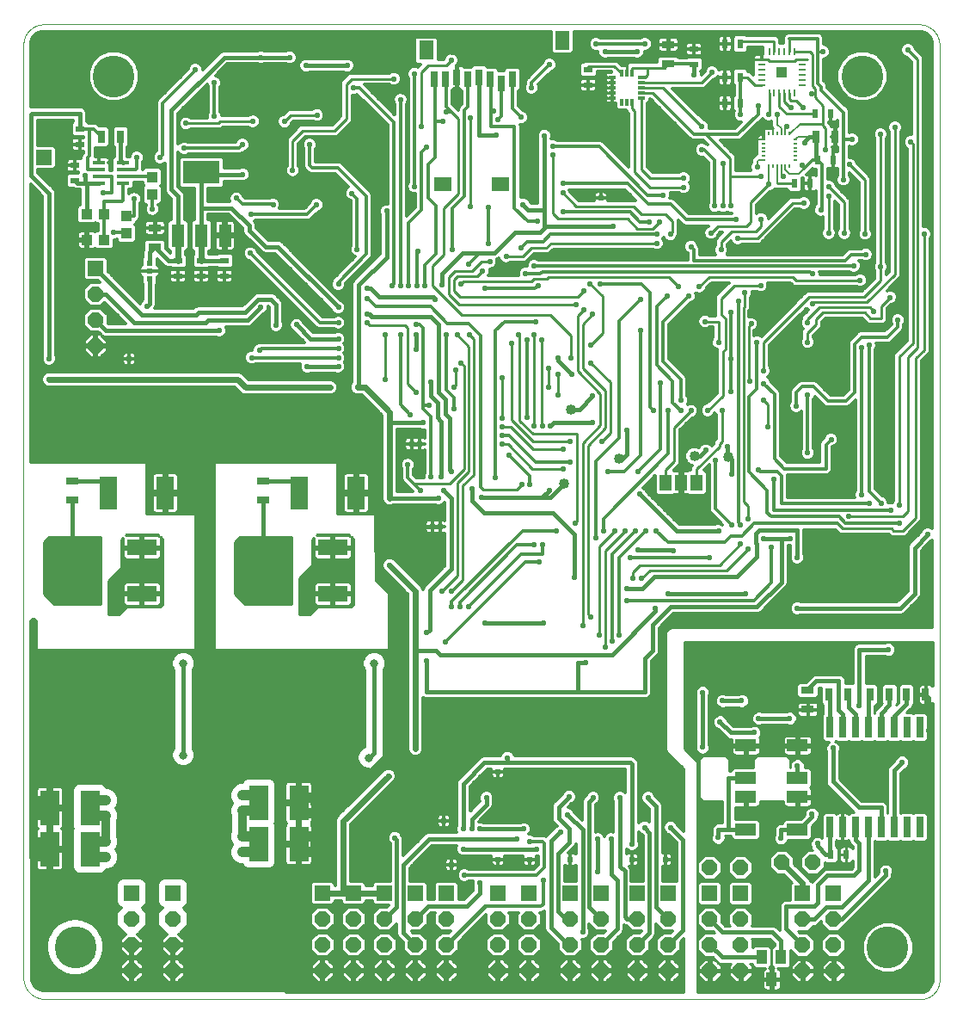
<source format=gbr>
G75*
%MOIN*%
%OFA0B0*%
%FSLAX25Y25*%
%IPPOS*%
%LPD*%
%AMOC8*
5,1,8,0,0,1.08239X$1,22.5*
%
%ADD10C,0.00394*%
%ADD11R,0.03543X0.02362*%
%ADD12R,0.02756X0.05118*%
%ADD13R,0.05118X0.02756*%
%ADD14R,0.07874X0.04724*%
%ADD15R,0.02362X0.03543*%
%ADD16R,0.07500X0.13500*%
%ADD17R,0.03937X0.05512*%
%ADD18C,0.04000*%
%ADD19R,0.02600X0.08000*%
%ADD20R,0.02165X0.02165*%
%ADD21R,0.03937X0.04331*%
%ADD22R,0.04331X0.03937*%
%ADD23R,0.07087X0.12598*%
%ADD24R,0.05118X0.01654*%
%ADD25R,0.03150X0.05906*%
%ADD26R,0.05512X0.07480*%
%ADD27R,0.07087X0.05512*%
%ADD28R,0.02756X0.01181*%
%ADD29R,0.01181X0.02756*%
%ADD30R,0.01575X0.00827*%
%ADD31R,0.00827X0.01575*%
%ADD32R,0.03150X0.01142*%
%ADD33R,0.01142X0.03150*%
%ADD34R,0.03937X0.03937*%
%ADD35C,0.16205*%
%ADD36R,0.11811X0.06299*%
%ADD37R,0.22500X0.19000*%
%ADD38OC8,0.06000*%
%ADD39OC8,0.05906*%
%ADD40R,0.05906X0.05906*%
%ADD41R,0.04800X0.08800*%
%ADD42R,0.14173X0.08661*%
%ADD43R,0.02362X0.02362*%
%ADD44R,0.01575X0.01575*%
%ADD45R,0.04600X0.06300*%
%ADD46C,0.02165*%
%ADD47C,0.01600*%
%ADD48C,0.01000*%
%ADD49C,0.03200*%
%ADD50C,0.03200*%
%ADD51C,0.04000*%
%ADD52C,0.02400*%
%ADD53C,0.01200*%
%ADD54C,0.00800*%
D10*
X0006233Y0009474D02*
X0006233Y0371285D01*
X0006235Y0371475D01*
X0006242Y0371665D01*
X0006254Y0371855D01*
X0006270Y0372045D01*
X0006290Y0372234D01*
X0006316Y0372423D01*
X0006345Y0372611D01*
X0006380Y0372798D01*
X0006419Y0372984D01*
X0006462Y0373169D01*
X0006510Y0373354D01*
X0006562Y0373537D01*
X0006618Y0373718D01*
X0006679Y0373898D01*
X0006745Y0374077D01*
X0006814Y0374254D01*
X0006888Y0374430D01*
X0006966Y0374603D01*
X0007049Y0374775D01*
X0007135Y0374944D01*
X0007225Y0375112D01*
X0007320Y0375277D01*
X0007418Y0375440D01*
X0007521Y0375600D01*
X0007627Y0375758D01*
X0007737Y0375913D01*
X0007850Y0376066D01*
X0007968Y0376216D01*
X0008089Y0376362D01*
X0008213Y0376506D01*
X0008341Y0376647D01*
X0008472Y0376785D01*
X0008607Y0376920D01*
X0008745Y0377051D01*
X0008886Y0377179D01*
X0009030Y0377303D01*
X0009176Y0377424D01*
X0009326Y0377542D01*
X0009479Y0377655D01*
X0009634Y0377765D01*
X0009792Y0377871D01*
X0009952Y0377974D01*
X0010115Y0378072D01*
X0010280Y0378167D01*
X0010448Y0378257D01*
X0010617Y0378343D01*
X0010789Y0378426D01*
X0010962Y0378504D01*
X0011138Y0378578D01*
X0011315Y0378647D01*
X0011494Y0378713D01*
X0011674Y0378774D01*
X0011855Y0378830D01*
X0012038Y0378882D01*
X0012223Y0378930D01*
X0012408Y0378973D01*
X0012594Y0379012D01*
X0012781Y0379047D01*
X0012969Y0379076D01*
X0013158Y0379102D01*
X0013347Y0379122D01*
X0013537Y0379138D01*
X0013727Y0379150D01*
X0013917Y0379157D01*
X0014107Y0379159D01*
X0353477Y0379159D01*
X0353667Y0379157D01*
X0353857Y0379150D01*
X0354047Y0379138D01*
X0354237Y0379122D01*
X0354426Y0379102D01*
X0354615Y0379076D01*
X0354803Y0379047D01*
X0354990Y0379012D01*
X0355176Y0378973D01*
X0355361Y0378930D01*
X0355546Y0378882D01*
X0355729Y0378830D01*
X0355910Y0378774D01*
X0356090Y0378713D01*
X0356269Y0378647D01*
X0356446Y0378578D01*
X0356622Y0378504D01*
X0356795Y0378426D01*
X0356967Y0378343D01*
X0357136Y0378257D01*
X0357304Y0378167D01*
X0357469Y0378072D01*
X0357632Y0377974D01*
X0357792Y0377871D01*
X0357950Y0377765D01*
X0358105Y0377655D01*
X0358258Y0377542D01*
X0358408Y0377424D01*
X0358554Y0377303D01*
X0358698Y0377179D01*
X0358839Y0377051D01*
X0358977Y0376920D01*
X0359112Y0376785D01*
X0359243Y0376647D01*
X0359371Y0376506D01*
X0359495Y0376362D01*
X0359616Y0376216D01*
X0359734Y0376066D01*
X0359847Y0375913D01*
X0359957Y0375758D01*
X0360063Y0375600D01*
X0360166Y0375440D01*
X0360264Y0375277D01*
X0360359Y0375112D01*
X0360449Y0374944D01*
X0360535Y0374775D01*
X0360618Y0374603D01*
X0360696Y0374430D01*
X0360770Y0374254D01*
X0360839Y0374077D01*
X0360905Y0373898D01*
X0360966Y0373718D01*
X0361022Y0373537D01*
X0361074Y0373354D01*
X0361122Y0373169D01*
X0361165Y0372984D01*
X0361204Y0372798D01*
X0361239Y0372611D01*
X0361268Y0372423D01*
X0361294Y0372234D01*
X0361314Y0372045D01*
X0361330Y0371855D01*
X0361342Y0371665D01*
X0361349Y0371475D01*
X0361351Y0371285D01*
X0361351Y0009474D01*
X0361361Y0009296D01*
X0361367Y0009117D01*
X0361368Y0008939D01*
X0361365Y0008760D01*
X0361358Y0008582D01*
X0361346Y0008403D01*
X0361330Y0008225D01*
X0361310Y0008048D01*
X0361285Y0007871D01*
X0361256Y0007695D01*
X0361223Y0007519D01*
X0361186Y0007345D01*
X0361145Y0007171D01*
X0361099Y0006998D01*
X0361049Y0006827D01*
X0360995Y0006656D01*
X0360937Y0006487D01*
X0360875Y0006320D01*
X0360809Y0006154D01*
X0360739Y0005990D01*
X0360665Y0005827D01*
X0360587Y0005667D01*
X0360505Y0005508D01*
X0360419Y0005351D01*
X0360330Y0005197D01*
X0360237Y0005044D01*
X0360140Y0004894D01*
X0360039Y0004746D01*
X0359936Y0004601D01*
X0359828Y0004458D01*
X0359717Y0004318D01*
X0359603Y0004181D01*
X0359486Y0004046D01*
X0359365Y0003915D01*
X0359241Y0003786D01*
X0359114Y0003660D01*
X0358984Y0003538D01*
X0358852Y0003418D01*
X0358716Y0003302D01*
X0358577Y0003189D01*
X0358436Y0003080D01*
X0358293Y0002974D01*
X0358146Y0002871D01*
X0357998Y0002772D01*
X0357847Y0002677D01*
X0357693Y0002585D01*
X0357538Y0002497D01*
X0357380Y0002413D01*
X0357221Y0002333D01*
X0357059Y0002256D01*
X0356896Y0002184D01*
X0356731Y0002115D01*
X0356565Y0002051D01*
X0356397Y0001990D01*
X0356227Y0001934D01*
X0356056Y0001882D01*
X0355884Y0001833D01*
X0355711Y0001789D01*
X0355537Y0001750D01*
X0355362Y0001714D01*
X0355186Y0001683D01*
X0355010Y0001656D01*
X0354833Y0001633D01*
X0354655Y0001614D01*
X0354477Y0001600D01*
X0015107Y0001600D01*
X0014901Y0001590D01*
X0014696Y0001585D01*
X0014490Y0001586D01*
X0014284Y0001591D01*
X0014078Y0001602D01*
X0013873Y0001617D01*
X0013668Y0001638D01*
X0013464Y0001663D01*
X0013260Y0001694D01*
X0013057Y0001729D01*
X0012855Y0001770D01*
X0012655Y0001815D01*
X0012455Y0001866D01*
X0012257Y0001921D01*
X0012060Y0001981D01*
X0011864Y0002046D01*
X0011671Y0002116D01*
X0011479Y0002190D01*
X0011289Y0002269D01*
X0011100Y0002353D01*
X0010914Y0002441D01*
X0010731Y0002534D01*
X0010549Y0002632D01*
X0010370Y0002733D01*
X0010194Y0002840D01*
X0010020Y0002950D01*
X0009849Y0003065D01*
X0009681Y0003184D01*
X0009516Y0003306D01*
X0009354Y0003433D01*
X0009195Y0003564D01*
X0009039Y0003699D01*
X0008887Y0003838D01*
X0008738Y0003980D01*
X0008593Y0004126D01*
X0008451Y0004275D01*
X0008313Y0004428D01*
X0008179Y0004584D01*
X0008048Y0004743D01*
X0007922Y0004906D01*
X0007800Y0005071D01*
X0007681Y0005240D01*
X0007567Y0005411D01*
X0007457Y0005586D01*
X0007352Y0005762D01*
X0007251Y0005942D01*
X0007154Y0006123D01*
X0007062Y0006307D01*
X0006974Y0006494D01*
X0006891Y0006682D01*
X0006812Y0006872D01*
X0006739Y0007065D01*
X0006670Y0007259D01*
X0006605Y0007454D01*
X0006546Y0007651D01*
X0006491Y0007850D01*
X0006442Y0008050D01*
X0006397Y0008251D01*
X0006357Y0008453D01*
X0006322Y0008656D01*
X0006292Y0008859D01*
X0006268Y0009064D01*
X0006248Y0009269D01*
X0006233Y0009474D01*
D11*
X0066233Y0281647D03*
X0066233Y0287553D03*
X0075233Y0287553D03*
X0075233Y0281647D03*
X0084233Y0281647D03*
X0084233Y0287553D03*
X0026233Y0318647D03*
X0026233Y0324553D03*
X0028233Y0332647D03*
X0028233Y0338553D03*
X0225233Y0355647D03*
X0225233Y0361553D03*
X0266233Y0363647D03*
X0266233Y0369553D03*
D12*
X0313493Y0335600D03*
X0320973Y0335600D03*
X0318493Y0119600D03*
X0325973Y0119600D03*
X0334493Y0119600D03*
X0341973Y0119600D03*
X0348493Y0119600D03*
X0355973Y0119600D03*
X0043973Y0335600D03*
X0036493Y0335600D03*
D13*
X0057233Y0300340D03*
X0057233Y0292860D03*
X0025233Y0202340D03*
X0025233Y0194860D03*
X0099233Y0194860D03*
X0099233Y0202340D03*
X0256233Y0363860D03*
X0256233Y0371340D03*
X0310233Y0121340D03*
X0310233Y0113860D03*
D14*
X0306233Y0099899D03*
X0306233Y0087301D03*
X0306233Y0079899D03*
X0306233Y0067301D03*
X0286233Y0067301D03*
X0286233Y0079899D03*
X0286233Y0087301D03*
X0286233Y0099899D03*
D15*
X0319280Y0057600D03*
X0325186Y0057600D03*
X0311186Y0317600D03*
X0305280Y0317600D03*
X0314280Y0326600D03*
X0320186Y0326600D03*
X0319186Y0344600D03*
X0313280Y0344600D03*
X0284186Y0348600D03*
X0278280Y0348600D03*
X0278280Y0358600D03*
X0284186Y0358600D03*
X0284186Y0371600D03*
X0278280Y0371600D03*
D16*
X0112983Y0077600D03*
X0097483Y0077600D03*
X0097483Y0061600D03*
X0112983Y0061600D03*
X0031983Y0059600D03*
X0016483Y0059600D03*
X0016483Y0075600D03*
X0031983Y0075600D03*
D17*
X0292493Y0017931D03*
X0299973Y0017931D03*
X0296233Y0009269D03*
D18*
X0215833Y0201200D03*
X0237133Y0211100D03*
X0218533Y0230100D03*
X0266433Y0211900D03*
X0279633Y0211600D03*
D19*
X0318733Y0106900D03*
X0323733Y0106900D03*
X0328733Y0106900D03*
X0333733Y0106900D03*
X0338733Y0106900D03*
X0343733Y0106900D03*
X0348733Y0106900D03*
X0353733Y0106900D03*
X0353733Y0068300D03*
X0348733Y0068300D03*
X0343733Y0068300D03*
X0338733Y0068300D03*
X0333733Y0068300D03*
X0328733Y0068300D03*
X0323733Y0068300D03*
X0318733Y0068300D03*
D20*
X0255233Y0055600D03*
X0242233Y0055600D03*
X0218233Y0055600D03*
X0202433Y0055600D03*
X0190233Y0055600D03*
X0172233Y0053600D03*
X0169233Y0070600D03*
X0190233Y0089600D03*
X0167808Y0184600D03*
X0164658Y0184600D03*
X0159808Y0216600D03*
X0156658Y0216600D03*
X0230033Y0311800D03*
X0055233Y0283600D03*
X0047233Y0249600D03*
D21*
X0046233Y0298254D03*
X0046233Y0304946D03*
X0056233Y0313254D03*
X0056233Y0319946D03*
D22*
X0037580Y0305600D03*
X0030887Y0305600D03*
X0030887Y0295600D03*
X0037580Y0295600D03*
D23*
X0039209Y0197600D03*
X0061257Y0197600D03*
X0113209Y0197600D03*
X0135257Y0197600D03*
D24*
X0044859Y0317761D03*
X0044859Y0320320D03*
X0044859Y0322880D03*
X0044859Y0325439D03*
X0035607Y0325439D03*
X0035607Y0322880D03*
X0035607Y0320320D03*
X0035607Y0317761D03*
D25*
X0165556Y0357930D03*
X0169887Y0357930D03*
X0174217Y0358717D03*
X0178548Y0357930D03*
X0182879Y0358717D03*
X0187209Y0357930D03*
X0191540Y0356355D03*
X0195871Y0357930D03*
D26*
X0215202Y0373087D03*
X0162446Y0369150D03*
D27*
X0168745Y0317379D03*
X0191186Y0317379D03*
D28*
X0234623Y0350663D03*
X0234623Y0352631D03*
X0234623Y0354600D03*
X0234623Y0356569D03*
X0234623Y0358537D03*
X0245843Y0358537D03*
X0245843Y0356569D03*
X0245843Y0354600D03*
X0245843Y0352631D03*
X0245843Y0350663D03*
D29*
X0242202Y0348990D03*
X0240233Y0348990D03*
X0238265Y0348990D03*
X0238265Y0360210D03*
X0240233Y0360210D03*
X0242202Y0360210D03*
D30*
X0293013Y0334537D03*
X0293013Y0332962D03*
X0293013Y0331387D03*
X0293013Y0329813D03*
X0293013Y0328238D03*
X0293013Y0326663D03*
X0305454Y0326663D03*
X0305454Y0328238D03*
X0305454Y0329813D03*
X0305454Y0331387D03*
X0305454Y0332962D03*
X0305454Y0334537D03*
D31*
X0303170Y0336820D03*
X0301595Y0336820D03*
X0300020Y0336820D03*
X0298446Y0336820D03*
X0296871Y0336820D03*
X0295296Y0336820D03*
X0295296Y0324380D03*
X0296871Y0324380D03*
X0298446Y0324380D03*
X0300020Y0324380D03*
X0301595Y0324380D03*
X0303170Y0324380D03*
D32*
X0308107Y0355679D03*
X0308107Y0357647D03*
X0308107Y0359616D03*
X0308107Y0361584D03*
X0308107Y0363553D03*
X0308107Y0365521D03*
X0292359Y0365521D03*
X0292359Y0363553D03*
X0292359Y0361584D03*
X0292359Y0359616D03*
X0292359Y0357647D03*
X0292359Y0355679D03*
D33*
X0295312Y0352726D03*
X0297280Y0352726D03*
X0299249Y0352726D03*
X0301217Y0352726D03*
X0303186Y0352726D03*
X0305154Y0352726D03*
X0305154Y0368474D03*
X0303186Y0368474D03*
X0301217Y0368474D03*
X0299249Y0368474D03*
X0297280Y0368474D03*
X0295312Y0368474D03*
D34*
X0300233Y0360600D03*
D35*
X0331430Y0359080D03*
X0041272Y0359080D03*
X0026312Y0021679D03*
X0341272Y0021679D03*
D36*
X0126139Y0158624D03*
X0126139Y0176576D03*
X0052139Y0176576D03*
X0052139Y0158624D03*
D37*
X0024981Y0167600D03*
X0098981Y0167600D03*
D38*
X0272233Y0052600D03*
X0284233Y0052600D03*
X0300233Y0054600D03*
X0312233Y0054600D03*
D39*
X0308233Y0032600D03*
X0308233Y0022600D03*
X0308233Y0012600D03*
X0320233Y0012600D03*
X0320233Y0022600D03*
X0320233Y0032600D03*
X0284233Y0032600D03*
X0284233Y0022600D03*
X0284233Y0012600D03*
X0272233Y0012600D03*
X0272233Y0022600D03*
X0272233Y0032600D03*
X0256233Y0032600D03*
X0256233Y0022600D03*
X0256233Y0012600D03*
X0244233Y0012600D03*
X0244233Y0022600D03*
X0244233Y0032600D03*
X0230233Y0032600D03*
X0230233Y0022600D03*
X0230233Y0012600D03*
X0218233Y0012600D03*
X0218233Y0022600D03*
X0218233Y0032600D03*
X0202233Y0032600D03*
X0202233Y0022600D03*
X0202233Y0012600D03*
X0190233Y0012600D03*
X0190233Y0022600D03*
X0190233Y0032600D03*
X0170233Y0032600D03*
X0170233Y0022600D03*
X0170233Y0012600D03*
X0158233Y0012600D03*
X0158233Y0022600D03*
X0158233Y0032600D03*
X0146233Y0032600D03*
X0146233Y0022600D03*
X0146233Y0012600D03*
X0134233Y0012600D03*
X0134233Y0022600D03*
X0134233Y0032600D03*
X0122233Y0032600D03*
X0122233Y0022600D03*
X0122233Y0012600D03*
X0064233Y0012600D03*
X0064233Y0022600D03*
X0064233Y0032600D03*
X0048233Y0032600D03*
X0048233Y0022600D03*
X0048233Y0012600D03*
X0034233Y0254600D03*
X0034233Y0264600D03*
X0034233Y0274600D03*
X0014233Y0338100D03*
D40*
X0014233Y0327600D03*
X0034233Y0284600D03*
X0048233Y0042600D03*
X0064233Y0042600D03*
X0122233Y0042600D03*
X0134233Y0042600D03*
X0146233Y0042600D03*
X0158233Y0042600D03*
X0170233Y0042600D03*
X0190233Y0042600D03*
X0202233Y0042600D03*
X0218233Y0042600D03*
X0230233Y0042600D03*
X0244233Y0042600D03*
X0256233Y0042600D03*
X0272233Y0042600D03*
X0284233Y0042600D03*
X0308233Y0042600D03*
X0320233Y0042600D03*
D41*
X0084333Y0297400D03*
X0075233Y0297400D03*
X0066133Y0297400D03*
D42*
X0075233Y0321801D03*
D43*
X0055233Y0286750D03*
X0055233Y0280450D03*
D44*
X0053658Y0283600D03*
X0056808Y0283600D03*
D45*
X0255233Y0201600D03*
X0261233Y0201600D03*
X0267233Y0201600D03*
D46*
X0274533Y0210200D03*
X0270833Y0214200D03*
X0279233Y0215700D03*
X0280733Y0205100D03*
X0291233Y0206600D03*
X0297233Y0203000D03*
X0310233Y0213200D03*
X0319333Y0218400D03*
X0325933Y0219700D03*
X0325933Y0215700D03*
X0341933Y0221700D03*
X0341933Y0234700D03*
X0357933Y0234700D03*
X0357933Y0226700D03*
X0357933Y0217700D03*
X0357933Y0207700D03*
X0357933Y0197700D03*
X0345933Y0193100D03*
X0342633Y0191100D03*
X0338733Y0193700D03*
X0334033Y0193700D03*
X0331133Y0197100D03*
X0326233Y0188500D03*
X0306233Y0172600D03*
X0303333Y0180100D03*
X0296233Y0176487D03*
X0293233Y0180100D03*
X0287233Y0176000D03*
X0284233Y0178000D03*
X0284233Y0185300D03*
X0280733Y0185300D03*
X0275733Y0182900D03*
X0272233Y0172600D03*
X0258233Y0175300D03*
X0251633Y0183000D03*
X0247633Y0183000D03*
X0243633Y0183000D03*
X0239633Y0183100D03*
X0235633Y0183100D03*
X0231033Y0183100D03*
X0228233Y0180300D03*
X0220133Y0185900D03*
X0212833Y0183100D03*
X0207333Y0177500D03*
X0204033Y0177500D03*
X0206233Y0170900D03*
X0219833Y0164800D03*
X0226233Y0149600D03*
X0223033Y0146400D03*
X0229433Y0142700D03*
X0231933Y0137900D03*
X0234533Y0140300D03*
X0237133Y0142700D03*
X0224233Y0132000D03*
X0234333Y0115600D03*
X0242133Y0115600D03*
X0254233Y0111600D03*
X0254233Y0103600D03*
X0256233Y0095600D03*
X0264233Y0100600D03*
X0264233Y0104600D03*
X0269433Y0099200D03*
X0276233Y0109000D03*
X0277233Y0117200D03*
X0284633Y0117200D03*
X0291233Y0110400D03*
X0289433Y0104800D03*
X0299033Y0098400D03*
X0306233Y0092000D03*
X0320033Y0098800D03*
X0336233Y0088600D03*
X0346833Y0093400D03*
X0350233Y0091600D03*
X0357233Y0097600D03*
X0357233Y0105600D03*
X0357233Y0077600D03*
X0357233Y0062600D03*
X0357233Y0048600D03*
X0357233Y0034600D03*
X0357233Y0013600D03*
X0340433Y0051300D03*
X0319033Y0075200D03*
X0319033Y0078600D03*
X0311933Y0073300D03*
X0314033Y0061800D03*
X0299833Y0064000D03*
X0287033Y0074400D03*
X0275533Y0064200D03*
X0260233Y0071600D03*
X0257133Y0068100D03*
X0260233Y0079600D03*
X0260233Y0087600D03*
X0248433Y0079600D03*
X0237433Y0079600D03*
X0247033Y0068000D03*
X0242233Y0061600D03*
X0234233Y0063600D03*
X0228933Y0063600D03*
X0228933Y0051000D03*
X0214533Y0066200D03*
X0217233Y0072950D03*
X0217833Y0080000D03*
X0227033Y0079600D03*
X0205133Y0059700D03*
X0202433Y0062600D03*
X0197433Y0063600D03*
X0200233Y0067500D03*
X0185733Y0079600D03*
X0187233Y0085700D03*
X0183233Y0085700D03*
X0193933Y0095100D03*
X0178133Y0115600D03*
X0170333Y0115600D03*
X0162633Y0132700D03*
X0169833Y0140000D03*
X0162633Y0143600D03*
X0150233Y0145600D03*
X0150233Y0139600D03*
X0150233Y0133600D03*
X0150233Y0127600D03*
X0150233Y0121600D03*
X0150233Y0115600D03*
X0150233Y0109600D03*
X0150233Y0103600D03*
X0150233Y0096600D03*
X0145233Y0091600D03*
X0147733Y0088100D03*
X0140233Y0086600D03*
X0131233Y0086600D03*
X0128233Y0083600D03*
X0124233Y0079600D03*
X0119233Y0051600D03*
X0112233Y0047600D03*
X0112233Y0041600D03*
X0112233Y0035600D03*
X0112233Y0029600D03*
X0112233Y0023600D03*
X0112233Y0017600D03*
X0112233Y0011600D03*
X0112233Y0005600D03*
X0106233Y0005600D03*
X0068233Y0005600D03*
X0062233Y0005600D03*
X0056233Y0005600D03*
X0050233Y0005600D03*
X0044233Y0005600D03*
X0038233Y0005600D03*
X0032233Y0005600D03*
X0026233Y0005600D03*
X0020233Y0005600D03*
X0014233Y0005600D03*
X0010233Y0011600D03*
X0010233Y0017600D03*
X0010233Y0023600D03*
X0010233Y0029600D03*
X0010233Y0035600D03*
X0010233Y0041600D03*
X0010233Y0047600D03*
X0010233Y0087600D03*
X0010233Y0093600D03*
X0010233Y0099600D03*
X0010233Y0105600D03*
X0010233Y0111600D03*
X0010233Y0117600D03*
X0010233Y0124600D03*
X0010233Y0130600D03*
X0010233Y0135600D03*
X0010233Y0141600D03*
X0010233Y0147600D03*
X0042233Y0153600D03*
X0042233Y0156600D03*
X0042233Y0159600D03*
X0042233Y0162600D03*
X0078233Y0159600D03*
X0078233Y0165600D03*
X0078233Y0171600D03*
X0078233Y0177600D03*
X0078233Y0183600D03*
X0078233Y0189600D03*
X0078233Y0195600D03*
X0078233Y0201600D03*
X0078233Y0211600D03*
X0082233Y0211600D03*
X0088233Y0211600D03*
X0094233Y0211600D03*
X0100233Y0211600D03*
X0106233Y0211600D03*
X0112233Y0211600D03*
X0118233Y0211600D03*
X0124233Y0211600D03*
X0130233Y0211600D03*
X0144233Y0209600D03*
X0144233Y0203600D03*
X0144233Y0197600D03*
X0148233Y0195600D03*
X0144233Y0191600D03*
X0144233Y0185600D03*
X0144233Y0179600D03*
X0144233Y0173600D03*
X0148233Y0169600D03*
X0144233Y0167600D03*
X0146233Y0162600D03*
X0150233Y0157600D03*
X0150233Y0151600D03*
X0168433Y0159500D03*
X0172233Y0159500D03*
X0172233Y0153700D03*
X0175333Y0153700D03*
X0178833Y0153700D03*
X0185133Y0147200D03*
X0207833Y0147200D03*
X0240033Y0156000D03*
X0240033Y0160500D03*
X0242533Y0164500D03*
X0245933Y0164500D03*
X0241633Y0172600D03*
X0244633Y0175600D03*
X0256033Y0158700D03*
X0251233Y0152900D03*
X0254233Y0143600D03*
X0254233Y0135600D03*
X0254233Y0127600D03*
X0254233Y0119600D03*
X0269433Y0120400D03*
X0270233Y0138600D03*
X0264233Y0138600D03*
X0262233Y0147600D03*
X0270233Y0147600D03*
X0278233Y0147600D03*
X0286233Y0147600D03*
X0294233Y0147600D03*
X0302233Y0147600D03*
X0306233Y0152900D03*
X0302233Y0156600D03*
X0310233Y0156600D03*
X0318233Y0156600D03*
X0326233Y0156600D03*
X0326233Y0147600D03*
X0318233Y0147600D03*
X0310233Y0147600D03*
X0310233Y0138600D03*
X0302233Y0138600D03*
X0294233Y0138600D03*
X0286233Y0138600D03*
X0278233Y0138600D03*
X0286233Y0158500D03*
X0287233Y0187700D03*
X0294833Y0223400D03*
X0293233Y0233500D03*
X0293233Y0240100D03*
X0293233Y0245100D03*
X0287933Y0241100D03*
X0280633Y0236900D03*
X0277033Y0229700D03*
X0271533Y0229600D03*
X0265033Y0229500D03*
X0261133Y0229500D03*
X0261233Y0233700D03*
X0256233Y0229500D03*
X0250433Y0229500D03*
X0253233Y0240400D03*
X0259233Y0248600D03*
X0259233Y0253600D03*
X0259233Y0258600D03*
X0265233Y0258600D03*
X0271233Y0258600D03*
X0271233Y0253600D03*
X0271233Y0248600D03*
X0265233Y0248600D03*
X0275733Y0256000D03*
X0280633Y0249700D03*
X0290533Y0256000D03*
X0288333Y0263200D03*
X0280633Y0267600D03*
X0283333Y0272000D03*
X0285933Y0275200D03*
X0292033Y0278000D03*
X0276733Y0291800D03*
X0272833Y0298400D03*
X0265033Y0293100D03*
X0257033Y0297800D03*
X0252933Y0302600D03*
X0248833Y0302600D03*
X0251833Y0297800D03*
X0251833Y0294400D03*
X0234733Y0301100D03*
X0231533Y0291500D03*
X0228233Y0291500D03*
X0215333Y0306500D03*
X0215333Y0313900D03*
X0215333Y0317500D03*
X0211333Y0328600D03*
X0211333Y0332000D03*
X0208233Y0336000D03*
X0211233Y0338600D03*
X0211233Y0344600D03*
X0208233Y0350600D03*
X0208233Y0356600D03*
X0203233Y0354600D03*
X0206233Y0363600D03*
X0210233Y0363600D03*
X0206233Y0369600D03*
X0206233Y0375600D03*
X0202233Y0375600D03*
X0194233Y0375600D03*
X0186233Y0375600D03*
X0178233Y0375600D03*
X0170233Y0375600D03*
X0162233Y0375600D03*
X0154233Y0375600D03*
X0154233Y0367600D03*
X0157833Y0360000D03*
X0155033Y0353600D03*
X0151733Y0353600D03*
X0152433Y0350000D03*
X0149933Y0358100D03*
X0134233Y0354500D03*
X0131833Y0363200D03*
X0130233Y0375600D03*
X0140233Y0375600D03*
X0119233Y0359600D03*
X0115833Y0363200D03*
X0109433Y0366400D03*
X0108233Y0375600D03*
X0118233Y0375600D03*
X0102233Y0359600D03*
X0096233Y0359600D03*
X0090233Y0359600D03*
X0098233Y0366400D03*
X0098233Y0375600D03*
X0088233Y0375600D03*
X0080233Y0375600D03*
X0068233Y0373600D03*
X0068233Y0363600D03*
X0072933Y0361600D03*
X0080233Y0356600D03*
X0080233Y0343600D03*
X0069233Y0340800D03*
X0068633Y0331200D03*
X0059233Y0327600D03*
X0050233Y0327600D03*
X0049233Y0311600D03*
X0056233Y0307600D03*
X0041233Y0298600D03*
X0046233Y0291600D03*
X0046233Y0287600D03*
X0046233Y0283600D03*
X0054233Y0270100D03*
X0049233Y0257600D03*
X0049233Y0253600D03*
X0050233Y0245600D03*
X0044233Y0245600D03*
X0044233Y0237600D03*
X0038233Y0237600D03*
X0034233Y0241600D03*
X0028233Y0241600D03*
X0022233Y0241600D03*
X0016233Y0241600D03*
X0010233Y0241600D03*
X0010233Y0235600D03*
X0010233Y0229600D03*
X0010233Y0223600D03*
X0010233Y0217600D03*
X0010233Y0211600D03*
X0016233Y0211600D03*
X0022233Y0211600D03*
X0028233Y0211600D03*
X0034233Y0211600D03*
X0040233Y0211600D03*
X0046233Y0211600D03*
X0052233Y0211600D03*
X0058233Y0211600D03*
X0064233Y0211600D03*
X0050233Y0237600D03*
X0062233Y0246600D03*
X0066233Y0250600D03*
X0072233Y0250600D03*
X0078233Y0250600D03*
X0084233Y0250600D03*
X0090233Y0250600D03*
X0094733Y0250100D03*
X0097833Y0253000D03*
X0104233Y0262600D03*
X0112133Y0262800D03*
X0098233Y0269600D03*
X0094233Y0286100D03*
X0094233Y0290500D03*
X0089733Y0290600D03*
X0089733Y0286100D03*
X0094433Y0305600D03*
X0088833Y0311800D03*
X0091233Y0321000D03*
X0096133Y0324600D03*
X0091233Y0332600D03*
X0095233Y0341600D03*
X0107433Y0341500D03*
X0117233Y0332600D03*
X0122233Y0334100D03*
X0125233Y0334100D03*
X0125233Y0326600D03*
X0122233Y0326600D03*
X0110633Y0322600D03*
X0103033Y0309400D03*
X0119933Y0309300D03*
X0133633Y0313700D03*
X0147033Y0306800D03*
X0157833Y0316400D03*
X0162433Y0331500D03*
X0160433Y0339500D03*
X0168733Y0341600D03*
X0170233Y0345200D03*
X0179633Y0342800D03*
X0188533Y0345600D03*
X0190133Y0342300D03*
X0189333Y0336400D03*
X0199233Y0343200D03*
X0225233Y0342600D03*
X0225233Y0346600D03*
X0225233Y0351600D03*
X0231733Y0368600D03*
X0228233Y0371600D03*
X0226233Y0375600D03*
X0234233Y0375600D03*
X0242233Y0375600D03*
X0247233Y0371600D03*
X0244233Y0368600D03*
X0250233Y0375600D03*
X0258233Y0375600D03*
X0266233Y0375600D03*
X0274233Y0375600D03*
X0282233Y0375600D03*
X0290233Y0375600D03*
X0298233Y0375600D03*
X0316233Y0368600D03*
X0321933Y0368700D03*
X0318233Y0375600D03*
X0317933Y0359700D03*
X0321933Y0351700D03*
X0325933Y0347700D03*
X0331933Y0345700D03*
X0339933Y0345700D03*
X0344133Y0339300D03*
X0347933Y0337700D03*
X0350233Y0333600D03*
X0347933Y0329700D03*
X0347933Y0321700D03*
X0357933Y0321700D03*
X0357933Y0313700D03*
X0357933Y0302700D03*
X0355533Y0298000D03*
X0347933Y0302700D03*
X0332533Y0298000D03*
X0328233Y0300600D03*
X0328233Y0303600D03*
X0324433Y0298300D03*
X0318433Y0298300D03*
X0310233Y0300600D03*
X0310233Y0304600D03*
X0308833Y0309900D03*
X0315333Y0307300D03*
X0318433Y0312600D03*
X0318433Y0316300D03*
X0324133Y0319000D03*
X0326633Y0324800D03*
X0327633Y0334600D03*
X0338533Y0336600D03*
X0347933Y0345700D03*
X0357933Y0337700D03*
X0357933Y0329700D03*
X0349133Y0369300D03*
X0317133Y0330600D03*
X0309133Y0333300D03*
X0308133Y0324600D03*
X0300833Y0320200D03*
X0295233Y0317200D03*
X0292233Y0320200D03*
X0290733Y0323800D03*
X0287233Y0329600D03*
X0287233Y0332600D03*
X0289933Y0338700D03*
X0291933Y0340700D03*
X0295233Y0344300D03*
X0298433Y0344300D03*
X0302233Y0339600D03*
X0303933Y0347000D03*
X0308533Y0347000D03*
X0311833Y0352300D03*
X0291033Y0347700D03*
X0284233Y0344200D03*
X0278433Y0333200D03*
X0277433Y0325300D03*
X0269233Y0330600D03*
X0269233Y0339600D03*
X0262233Y0323600D03*
X0258233Y0323600D03*
X0254233Y0323600D03*
X0262233Y0319600D03*
X0262233Y0316100D03*
X0254233Y0313100D03*
X0274233Y0308800D03*
X0277433Y0308800D03*
X0280633Y0308800D03*
X0282333Y0303500D03*
X0283233Y0296300D03*
X0292233Y0303700D03*
X0312133Y0282500D03*
X0312133Y0270800D03*
X0310233Y0263600D03*
X0310233Y0256100D03*
X0310233Y0235600D03*
X0305833Y0231300D03*
X0331233Y0253900D03*
X0334133Y0254900D03*
X0343933Y0254700D03*
X0346933Y0257700D03*
X0345233Y0264600D03*
X0346933Y0269700D03*
X0342233Y0273400D03*
X0335833Y0268100D03*
X0330633Y0280000D03*
X0328233Y0285600D03*
X0332833Y0290000D03*
X0338533Y0285200D03*
X0346933Y0282700D03*
X0357933Y0250700D03*
X0357933Y0242700D03*
X0345933Y0185900D03*
X0356933Y0181600D03*
X0342233Y0156600D03*
X0334233Y0156600D03*
X0334233Y0147600D03*
X0342233Y0147600D03*
X0350233Y0147600D03*
X0350233Y0138600D03*
X0356233Y0138600D03*
X0341433Y0137000D03*
X0326233Y0138600D03*
X0318233Y0138600D03*
X0330233Y0115400D03*
X0303233Y0110400D03*
X0223033Y0027600D03*
X0207833Y0047500D03*
X0183233Y0046600D03*
X0177233Y0049600D03*
X0176833Y0059700D03*
X0176833Y0067500D03*
X0180033Y0067500D03*
X0183233Y0067500D03*
X0173233Y0067600D03*
X0173233Y0074600D03*
X0162233Y0056600D03*
X0150233Y0064000D03*
X0158233Y0098600D03*
X0116233Y0153600D03*
X0116233Y0156600D03*
X0116233Y0159600D03*
X0116233Y0162600D03*
X0078233Y0153600D03*
X0078233Y0147600D03*
X0078233Y0141600D03*
X0078233Y0135600D03*
X0078233Y0129600D03*
X0078233Y0123600D03*
X0078233Y0117600D03*
X0078233Y0111600D03*
X0078233Y0105600D03*
X0078233Y0099600D03*
X0078233Y0093600D03*
X0078233Y0087600D03*
X0072233Y0087600D03*
X0066233Y0087600D03*
X0060233Y0087600D03*
X0160233Y0198600D03*
X0164233Y0203900D03*
X0168233Y0203900D03*
X0172133Y0206100D03*
X0169233Y0198600D03*
X0167233Y0195600D03*
X0180233Y0199300D03*
X0183733Y0195900D03*
X0189133Y0203500D03*
X0194533Y0212400D03*
X0191833Y0216500D03*
X0191833Y0219900D03*
X0191833Y0223300D03*
X0191833Y0226700D03*
X0201633Y0227000D03*
X0204233Y0223700D03*
X0207333Y0223700D03*
X0210433Y0223700D03*
X0218033Y0217600D03*
X0215333Y0214600D03*
X0218133Y0209700D03*
X0215333Y0207000D03*
X0210033Y0198700D03*
X0202633Y0200900D03*
X0199433Y0200900D03*
X0173233Y0230200D03*
X0173033Y0238500D03*
X0173733Y0245200D03*
X0175833Y0248000D03*
X0174333Y0259000D03*
X0170133Y0259000D03*
X0179233Y0258900D03*
X0195333Y0255700D03*
X0198233Y0259000D03*
X0201333Y0256800D03*
X0204233Y0259000D03*
X0207233Y0256800D03*
X0204733Y0264100D03*
X0205833Y0278000D03*
X0200933Y0282600D03*
X0204233Y0285600D03*
X0207133Y0289200D03*
X0211333Y0289200D03*
X0199033Y0292500D03*
X0193333Y0289300D03*
X0187033Y0287200D03*
X0184233Y0283700D03*
X0178833Y0286300D03*
X0175933Y0278600D03*
X0168333Y0278200D03*
X0165933Y0272600D03*
X0161933Y0277900D03*
X0158733Y0277900D03*
X0155533Y0277900D03*
X0152333Y0277900D03*
X0149133Y0278000D03*
X0139333Y0277000D03*
X0139333Y0273000D03*
X0139333Y0266800D03*
X0139333Y0263600D03*
X0146533Y0258800D03*
X0152333Y0258800D03*
X0158333Y0258800D03*
X0158333Y0253400D03*
X0158333Y0262900D03*
X0164033Y0240700D03*
X0158433Y0236600D03*
X0163633Y0231600D03*
X0161133Y0224900D03*
X0156233Y0228000D03*
X0146533Y0241600D03*
X0138733Y0238500D03*
X0135733Y0238500D03*
X0131233Y0234600D03*
X0125233Y0234600D03*
X0125233Y0238500D03*
X0122233Y0238500D03*
X0119233Y0234600D03*
X0119233Y0242600D03*
X0116233Y0246600D03*
X0113233Y0242600D03*
X0107233Y0242600D03*
X0101233Y0242600D03*
X0095233Y0242600D03*
X0082233Y0260600D03*
X0125233Y0242600D03*
X0128333Y0246600D03*
X0128333Y0250000D03*
X0128333Y0253600D03*
X0128333Y0257400D03*
X0128333Y0263600D03*
X0128333Y0269500D03*
X0128333Y0278500D03*
X0135633Y0291900D03*
X0159033Y0291200D03*
X0172533Y0291800D03*
X0186433Y0294300D03*
X0186433Y0308400D03*
X0179633Y0308500D03*
X0199933Y0309400D03*
X0205333Y0303000D03*
X0225933Y0278700D03*
X0223633Y0276100D03*
X0229933Y0278700D03*
X0223633Y0268700D03*
X0226733Y0266800D03*
X0220333Y0270600D03*
X0226233Y0255000D03*
X0226233Y0248100D03*
X0218933Y0243700D03*
X0218533Y0250000D03*
X0213533Y0250000D03*
X0209833Y0246100D03*
X0213533Y0243600D03*
X0209833Y0238600D03*
X0213533Y0235700D03*
X0226833Y0235200D03*
X0226733Y0225100D03*
X0230633Y0217600D03*
X0240233Y0222000D03*
X0244633Y0206000D03*
X0245033Y0197200D03*
X0232733Y0206000D03*
X0191833Y0242400D03*
X0185133Y0276800D03*
X0138233Y0232600D03*
X0143233Y0227600D03*
X0144233Y0221600D03*
X0144233Y0215600D03*
X0155233Y0208600D03*
X0131233Y0242600D03*
X0125233Y0340600D03*
X0122233Y0340600D03*
X0120033Y0344000D03*
X0108033Y0356900D03*
X0062233Y0357600D03*
X0054233Y0349600D03*
X0044233Y0343600D03*
X0036233Y0343600D03*
X0028233Y0349600D03*
X0020233Y0349600D03*
X0012233Y0349600D03*
X0023233Y0338600D03*
X0023233Y0332600D03*
X0026233Y0328600D03*
X0030233Y0320500D03*
X0037133Y0313900D03*
X0021233Y0297600D03*
X0021233Y0289600D03*
X0010233Y0289600D03*
X0010233Y0297600D03*
X0010233Y0305600D03*
X0010233Y0313600D03*
X0010233Y0252600D03*
X0010233Y0247600D03*
X0016233Y0249600D03*
X0021233Y0247600D03*
X0029233Y0247600D03*
X0172133Y0365300D03*
X0245333Y0272600D03*
X0255733Y0274000D03*
X0260233Y0277600D03*
X0264233Y0274000D03*
X0268233Y0277600D03*
X0270433Y0264100D03*
X0245333Y0260500D03*
X0266233Y0359700D03*
X0273233Y0360600D03*
X0221333Y0113500D03*
D47*
X0221133Y0120600D02*
X0162633Y0120600D01*
X0162633Y0132700D01*
X0166133Y0136700D02*
X0158233Y0136700D01*
X0166133Y0136700D02*
X0167833Y0135000D01*
X0234333Y0135000D01*
X0251233Y0151900D01*
X0251233Y0152900D01*
X0257233Y0153500D02*
X0250233Y0146500D01*
X0250233Y0136600D01*
X0247233Y0133600D01*
X0247233Y0120600D01*
X0221133Y0120600D01*
X0221133Y0132000D01*
X0224233Y0132000D01*
X0207833Y0147200D02*
X0185133Y0147200D01*
X0163733Y0144700D02*
X0162633Y0143600D01*
X0163733Y0144700D02*
X0163733Y0159900D01*
X0172233Y0168400D01*
X0172233Y0195600D01*
X0169233Y0198600D01*
X0167233Y0195600D02*
X0148233Y0195600D01*
X0144233Y0185600D02*
X0143233Y0184600D01*
X0164658Y0184600D01*
X0167833Y0184600D01*
X0180233Y0194500D02*
X0180233Y0199300D01*
X0183733Y0195900D02*
X0207233Y0195900D01*
X0210533Y0195900D01*
X0215833Y0201200D01*
X0210033Y0198700D02*
X0207233Y0195900D01*
X0211533Y0189900D02*
X0184833Y0189900D01*
X0180233Y0194500D01*
X0172133Y0206100D02*
X0171633Y0206600D01*
X0171633Y0226500D01*
X0169833Y0228300D01*
X0169833Y0233900D01*
X0167133Y0236600D01*
X0167133Y0262900D01*
X0164033Y0266000D01*
X0141233Y0266000D01*
X0140433Y0266800D01*
X0139333Y0266800D01*
X0144233Y0273600D02*
X0140833Y0277000D01*
X0139333Y0277000D01*
X0136233Y0278300D02*
X0136233Y0238500D01*
X0135733Y0238500D01*
X0128333Y0246600D02*
X0116233Y0246600D01*
X0117533Y0257400D02*
X0128333Y0257400D01*
X0117533Y0257400D02*
X0112133Y0262800D01*
X0104233Y0262600D02*
X0104233Y0270600D01*
X0102233Y0272600D01*
X0097233Y0272600D01*
X0092233Y0267600D01*
X0074233Y0267600D01*
X0073233Y0266600D01*
X0052233Y0266600D01*
X0034233Y0284600D01*
X0034233Y0274600D02*
X0038233Y0274600D01*
X0049233Y0263600D01*
X0076733Y0263600D01*
X0077733Y0264600D01*
X0093233Y0264600D01*
X0098233Y0269600D01*
X0082233Y0260600D02*
X0038233Y0260600D01*
X0034233Y0264600D01*
X0054233Y0270100D02*
X0055233Y0271100D01*
X0055233Y0280450D01*
X0055233Y0286750D02*
X0055233Y0290860D01*
X0057233Y0292860D01*
X0062540Y0287553D01*
X0066233Y0287553D01*
X0066233Y0297300D02*
X0066133Y0297400D01*
X0066133Y0312700D01*
X0063633Y0315200D01*
X0063633Y0345800D01*
X0084233Y0366400D01*
X0098233Y0366400D01*
X0109433Y0366400D01*
X0115833Y0363200D02*
X0131833Y0363200D01*
X0091233Y0321000D02*
X0076034Y0321000D01*
X0075233Y0321801D01*
X0075233Y0308100D01*
X0086933Y0308100D01*
X0093833Y0301200D01*
X0093833Y0299300D01*
X0100133Y0293000D01*
X0104833Y0293000D01*
X0128333Y0269500D01*
X0136233Y0278300D02*
X0147033Y0289100D01*
X0147033Y0306800D01*
X0168333Y0282600D02*
X0176333Y0290600D01*
X0188833Y0290600D01*
X0196833Y0298600D01*
X0206433Y0298600D01*
X0208233Y0300400D01*
X0208233Y0300700D01*
X0208233Y0301100D02*
X0234733Y0301100D01*
X0208233Y0301100D02*
X0208233Y0307400D01*
X0201933Y0307400D01*
X0199933Y0309400D01*
X0208233Y0307400D02*
X0208233Y0336000D01*
X0189333Y0336400D02*
X0182879Y0336400D01*
X0182879Y0358717D01*
X0231733Y0368600D02*
X0244233Y0368600D01*
X0266233Y0363647D02*
X0266233Y0359700D01*
X0309133Y0334000D02*
X0309133Y0333300D01*
X0309133Y0334000D02*
X0310733Y0335600D01*
X0313493Y0335600D01*
X0313493Y0327387D01*
X0314280Y0326600D01*
X0226833Y0235200D02*
X0221733Y0230100D01*
X0218533Y0230100D01*
X0211833Y0225100D02*
X0226733Y0225100D01*
X0240233Y0222000D02*
X0240233Y0212700D01*
X0238633Y0211100D01*
X0237133Y0211100D01*
X0245033Y0197200D02*
X0259333Y0182900D01*
X0275733Y0182900D01*
X0290033Y0181800D02*
X0290033Y0178400D01*
X0290433Y0178000D01*
X0290433Y0172900D01*
X0282833Y0165300D01*
X0250933Y0165300D01*
X0246133Y0160500D01*
X0240033Y0160500D01*
X0244633Y0175600D02*
X0257933Y0175600D01*
X0258233Y0175300D01*
X0256033Y0158700D02*
X0256233Y0158500D01*
X0286233Y0158500D01*
X0290533Y0153500D02*
X0300133Y0163100D01*
X0300133Y0179500D01*
X0300733Y0180100D01*
X0303333Y0180100D01*
X0300733Y0180100D02*
X0293233Y0180100D01*
X0290033Y0181800D02*
X0291533Y0183300D01*
X0306233Y0183300D01*
X0306233Y0172600D01*
X0306233Y0152900D02*
X0346033Y0152900D01*
X0351733Y0158600D01*
X0351733Y0176400D01*
X0356933Y0181600D01*
X0341433Y0137000D02*
X0330233Y0137000D01*
X0330233Y0115400D01*
X0328733Y0111800D02*
X0326033Y0114500D01*
X0326033Y0119540D01*
X0325973Y0119600D01*
X0322233Y0124900D02*
X0313533Y0124900D01*
X0310233Y0121600D01*
X0318493Y0119600D02*
X0318733Y0119360D01*
X0318733Y0106900D01*
X0323733Y0106900D02*
X0323733Y0112100D01*
X0322233Y0113600D01*
X0322233Y0124900D01*
X0333733Y0118840D02*
X0334493Y0119600D01*
X0333733Y0118840D02*
X0333733Y0106900D01*
X0328733Y0106900D02*
X0328733Y0111800D01*
X0338733Y0112300D02*
X0338733Y0106900D01*
X0343733Y0106900D02*
X0343733Y0111300D01*
X0348533Y0116100D01*
X0348533Y0119560D01*
X0348493Y0119600D01*
X0341973Y0119600D02*
X0341933Y0119560D01*
X0341933Y0115500D01*
X0338733Y0112300D01*
X0355973Y0119600D02*
X0357233Y0118340D01*
X0357233Y0100000D01*
X0346833Y0093400D02*
X0343733Y0090300D01*
X0343733Y0068300D01*
X0338733Y0068300D02*
X0338733Y0075800D01*
X0330033Y0075800D01*
X0320033Y0085800D01*
X0320033Y0098800D01*
X0306233Y0092000D02*
X0306233Y0087301D01*
X0311933Y0073300D02*
X0311933Y0072300D01*
X0308633Y0069000D01*
X0306233Y0067200D02*
X0299833Y0067200D01*
X0299833Y0064000D01*
X0286233Y0067301D02*
X0279633Y0067301D01*
X0279633Y0067300D01*
X0275533Y0067300D01*
X0275533Y0064200D01*
X0279633Y0067301D02*
X0279633Y0087300D01*
X0279634Y0087301D01*
X0286233Y0087301D01*
X0289433Y0104800D02*
X0280433Y0104800D01*
X0276233Y0109000D01*
X0277233Y0117200D02*
X0284633Y0117200D01*
X0291233Y0110400D02*
X0303233Y0110400D01*
X0269433Y0120400D02*
X0269433Y0099200D01*
X0248433Y0079400D02*
X0251433Y0076400D01*
X0251433Y0037400D01*
X0256233Y0032600D01*
X0261933Y0028300D02*
X0256233Y0022600D01*
X0261933Y0028300D02*
X0261933Y0063300D01*
X0257133Y0068100D01*
X0248933Y0066100D02*
X0247033Y0068000D01*
X0248933Y0066100D02*
X0248933Y0027300D01*
X0244233Y0022600D01*
X0236533Y0028900D02*
X0236533Y0047700D01*
X0234233Y0050000D01*
X0234233Y0063600D01*
X0228933Y0063600D02*
X0228933Y0051000D01*
X0237533Y0053000D02*
X0239333Y0051200D01*
X0239333Y0033500D01*
X0240233Y0032600D01*
X0244233Y0032600D01*
X0236533Y0028900D02*
X0230233Y0022600D01*
X0223033Y0027600D02*
X0223033Y0067150D01*
X0217233Y0072950D01*
X0213833Y0071600D02*
X0217933Y0067500D01*
X0217933Y0062300D01*
X0213433Y0057800D01*
X0213433Y0035700D01*
X0216533Y0032600D01*
X0218233Y0032600D01*
X0210833Y0029300D02*
X0217533Y0022600D01*
X0218233Y0022600D01*
X0210833Y0029300D02*
X0210833Y0063000D01*
X0214033Y0066200D01*
X0214533Y0066200D01*
X0213833Y0071600D02*
X0213833Y0076000D01*
X0217833Y0080000D01*
X0225533Y0078100D02*
X0227033Y0079600D01*
X0225833Y0078400D01*
X0225533Y0078100D02*
X0225533Y0037300D01*
X0230233Y0032600D01*
X0237533Y0053000D02*
X0237533Y0079500D01*
X0237433Y0079600D01*
X0248433Y0079600D02*
X0248433Y0079400D01*
X0242233Y0092600D02*
X0242233Y0061600D01*
X0242233Y0092600D02*
X0241633Y0093200D01*
X0193933Y0093200D01*
X0193933Y0095100D01*
X0193933Y0093200D02*
X0184933Y0093200D01*
X0176833Y0085100D01*
X0176833Y0067500D01*
X0180033Y0067500D02*
X0180033Y0071400D01*
X0185733Y0077100D01*
X0185733Y0079600D01*
X0183233Y0067500D02*
X0200233Y0067500D01*
X0197433Y0063600D02*
X0163533Y0063600D01*
X0153433Y0053500D01*
X0153433Y0027400D01*
X0158233Y0022600D01*
X0158233Y0032600D02*
X0163233Y0037600D01*
X0178233Y0037600D01*
X0183233Y0042600D01*
X0183233Y0046600D01*
X0185133Y0037500D02*
X0170233Y0022600D01*
X0150933Y0037300D02*
X0150933Y0063300D01*
X0150233Y0064000D01*
X0150933Y0037300D02*
X0146233Y0032600D01*
X0176833Y0059700D02*
X0205133Y0059700D01*
X0142233Y0097100D02*
X0142233Y0131600D01*
X0136233Y0131600D02*
X0136233Y0107100D01*
X0142233Y0097100D02*
X0140233Y0095100D01*
X0068233Y0096100D02*
X0068233Y0131600D01*
X0093233Y0173600D02*
X0099233Y0173600D01*
X0099233Y0194860D01*
X0099233Y0202340D02*
X0113209Y0202340D01*
X0113209Y0197600D01*
X0113209Y0193600D01*
X0148233Y0224900D02*
X0161133Y0224900D01*
X0166733Y0226900D02*
X0168233Y0225400D01*
X0168233Y0203900D01*
X0159833Y0216600D02*
X0156658Y0216600D01*
X0166733Y0226900D02*
X0166733Y0232700D01*
X0164033Y0235400D01*
X0164033Y0240700D01*
X0158333Y0253400D02*
X0158333Y0258800D01*
X0165933Y0272600D02*
X0165933Y0272900D01*
X0165233Y0273600D01*
X0144233Y0273600D01*
X0168333Y0278200D02*
X0168333Y0282600D01*
X0213533Y0250000D02*
X0213533Y0249100D01*
X0218933Y0243700D01*
X0211833Y0225100D02*
X0210433Y0223700D01*
X0211533Y0189900D02*
X0219833Y0181600D01*
X0219833Y0164800D01*
X0257233Y0153500D02*
X0290533Y0153500D01*
X0280733Y0205100D02*
X0280733Y0210500D01*
X0279633Y0211600D01*
X0279233Y0212000D01*
X0279233Y0215700D01*
X0270833Y0214200D02*
X0268533Y0211900D01*
X0266433Y0211900D01*
X0319033Y0075200D02*
X0323033Y0075200D01*
X0328733Y0068300D02*
X0328733Y0063400D01*
X0330233Y0061900D01*
X0330233Y0051700D01*
X0328033Y0049500D01*
X0317933Y0049500D01*
X0314233Y0045800D01*
X0314233Y0038900D01*
X0312933Y0037600D01*
X0301933Y0037600D01*
X0301933Y0028900D01*
X0308233Y0022600D01*
X0299973Y0024160D02*
X0299973Y0017931D01*
X0299973Y0024160D02*
X0296533Y0027600D01*
X0277233Y0027600D01*
X0272233Y0032600D01*
X0272233Y0022600D02*
X0277033Y0017800D01*
X0292362Y0017800D01*
X0292493Y0017931D01*
X0308233Y0032600D02*
X0312733Y0032600D01*
X0317533Y0037400D01*
X0323533Y0037400D01*
X0333733Y0047600D01*
X0333733Y0068300D01*
X0319280Y0057600D02*
X0317233Y0057600D01*
X0314033Y0060800D01*
X0314033Y0061800D01*
X0318733Y0058147D02*
X0318733Y0068300D01*
X0340433Y0051300D02*
X0340433Y0049600D01*
X0323433Y0032600D01*
X0320233Y0032600D01*
X0084233Y0287553D02*
X0075233Y0287553D01*
X0075233Y0297400D02*
X0075233Y0308100D01*
X0044859Y0325439D02*
X0043973Y0326324D01*
X0043973Y0335600D01*
X0028233Y0338553D02*
X0028233Y0344600D01*
X0009433Y0344600D01*
X0009233Y0344400D01*
X0009233Y0320600D01*
X0016233Y0313600D01*
X0016233Y0249600D01*
X0025233Y0202340D02*
X0039209Y0202340D01*
X0039209Y0197600D01*
X0025233Y0194860D02*
X0025233Y0173600D01*
X0019233Y0173600D01*
X0061257Y0197600D02*
X0061257Y0211600D01*
X0064233Y0211600D01*
X0030887Y0305600D02*
X0030887Y0317761D01*
X0030033Y0317761D01*
X0030233Y0317961D01*
X0030233Y0320500D01*
X0030033Y0317761D02*
X0027119Y0317761D01*
X0026233Y0318647D01*
X0030887Y0317761D02*
X0035607Y0317761D01*
X0028233Y0338553D02*
X0028233Y0339800D01*
D48*
X0028233Y0338553D02*
X0028233Y0338400D01*
X0028233Y0332647D02*
X0028233Y0332400D01*
X0026233Y0318647D02*
X0026233Y0318400D01*
X0030633Y0305600D02*
X0030887Y0305600D01*
X0030887Y0295600D02*
X0031033Y0295600D01*
X0037433Y0295600D02*
X0037580Y0295600D01*
X0046233Y0298000D02*
X0046233Y0298254D01*
X0056233Y0319946D02*
X0056233Y0320000D01*
X0044633Y0335200D02*
X0044233Y0335600D01*
X0043973Y0335600D01*
X0069233Y0340800D02*
X0081733Y0340800D01*
X0082533Y0341600D01*
X0095233Y0341600D01*
X0107433Y0341500D02*
X0109933Y0344000D01*
X0120033Y0344000D01*
X0114533Y0337900D02*
X0126933Y0337900D01*
X0131533Y0342500D01*
X0131533Y0356100D01*
X0133533Y0358100D01*
X0149933Y0358100D01*
X0160433Y0360500D02*
X0160433Y0339500D01*
X0172233Y0345200D02*
X0174833Y0342600D01*
X0174833Y0313700D01*
X0169033Y0307900D01*
X0169033Y0289900D01*
X0164733Y0285600D01*
X0164733Y0277900D01*
X0176033Y0266600D01*
X0210533Y0266600D01*
X0218533Y0258600D01*
X0218533Y0250000D01*
X0221133Y0244800D02*
X0229933Y0236000D01*
X0229933Y0223900D01*
X0223033Y0217000D01*
X0223033Y0146400D01*
X0226233Y0149600D02*
X0225033Y0150800D01*
X0225033Y0216000D01*
X0231833Y0222800D01*
X0231833Y0237200D01*
X0223033Y0246000D01*
X0223033Y0263100D01*
X0226733Y0266800D01*
X0223633Y0268700D02*
X0221133Y0266200D01*
X0221133Y0244800D01*
X0226233Y0248100D02*
X0233833Y0240500D01*
X0233833Y0220800D01*
X0230633Y0217600D01*
X0220833Y0220600D02*
X0220833Y0186600D01*
X0220133Y0185900D01*
X0229433Y0176900D02*
X0235633Y0183100D01*
X0239633Y0183100D02*
X0231933Y0175400D01*
X0231933Y0137900D01*
X0229433Y0142700D02*
X0229433Y0176900D01*
X0242533Y0167100D02*
X0245033Y0169600D01*
X0276033Y0169600D01*
X0284233Y0177800D01*
X0284233Y0178000D01*
X0287233Y0176000D02*
X0287233Y0175900D01*
X0278933Y0167600D01*
X0249033Y0167600D01*
X0245933Y0164500D01*
X0242533Y0164500D02*
X0242533Y0167100D01*
X0262333Y0140100D02*
X0358654Y0140100D01*
X0358654Y0122902D01*
X0358551Y0123080D01*
X0358272Y0123359D01*
X0357930Y0123557D01*
X0357549Y0123659D01*
X0356162Y0123659D01*
X0356162Y0119789D01*
X0355784Y0119789D01*
X0355784Y0119411D01*
X0353095Y0119411D01*
X0353095Y0116843D01*
X0353198Y0116462D01*
X0353395Y0116120D01*
X0353674Y0115841D01*
X0354016Y0115643D01*
X0354398Y0115541D01*
X0355784Y0115541D01*
X0355784Y0119411D01*
X0356162Y0119411D01*
X0356162Y0115541D01*
X0357549Y0115541D01*
X0357930Y0115643D01*
X0358272Y0115841D01*
X0358551Y0116120D01*
X0358654Y0116298D01*
X0358654Y0009916D01*
X0358624Y0009827D01*
X0358654Y0009383D01*
X0358654Y0008938D01*
X0358657Y0008932D01*
X0358653Y0008555D01*
X0358294Y0007131D01*
X0357513Y0005887D01*
X0356386Y0004945D01*
X0355023Y0004398D01*
X0354337Y0004297D01*
X0267333Y0004297D01*
X0267333Y0093600D01*
X0262333Y0098600D01*
X0262333Y0140100D01*
X0262333Y0139395D02*
X0329481Y0139395D01*
X0329736Y0139500D02*
X0328817Y0139119D01*
X0328114Y0138416D01*
X0327733Y0137497D01*
X0327733Y0123859D01*
X0324733Y0123859D01*
X0324733Y0125397D01*
X0324352Y0126316D01*
X0323649Y0127019D01*
X0322730Y0127400D01*
X0313036Y0127400D01*
X0312117Y0127019D01*
X0311414Y0126316D01*
X0309516Y0124418D01*
X0306970Y0124418D01*
X0305974Y0123422D01*
X0305974Y0119258D01*
X0306970Y0118262D01*
X0313496Y0118262D01*
X0314492Y0119258D01*
X0314492Y0122324D01*
X0314569Y0122400D01*
X0315415Y0122400D01*
X0315415Y0116337D01*
X0316233Y0115519D01*
X0316233Y0112104D01*
X0315733Y0111604D01*
X0315733Y0102196D01*
X0316729Y0101200D01*
X0318556Y0101200D01*
X0318457Y0101159D01*
X0317674Y0100376D01*
X0317250Y0099354D01*
X0317250Y0098246D01*
X0317533Y0097564D01*
X0317533Y0085303D01*
X0317914Y0084384D01*
X0318617Y0083681D01*
X0328298Y0074000D01*
X0326729Y0074000D01*
X0326092Y0073363D01*
X0325954Y0073500D01*
X0325612Y0073698D01*
X0325231Y0073800D01*
X0323883Y0073800D01*
X0323883Y0068450D01*
X0323583Y0068450D01*
X0323583Y0073800D01*
X0322236Y0073800D01*
X0321854Y0073698D01*
X0321512Y0073500D01*
X0321374Y0073363D01*
X0320737Y0074000D01*
X0316729Y0074000D01*
X0315733Y0073004D01*
X0315733Y0064035D01*
X0315609Y0064159D01*
X0314587Y0064583D01*
X0313480Y0064583D01*
X0312457Y0064159D01*
X0311674Y0063376D01*
X0311250Y0062354D01*
X0311250Y0061246D01*
X0311533Y0060564D01*
X0311533Y0060303D01*
X0311914Y0059384D01*
X0311998Y0059300D01*
X0310286Y0059300D01*
X0307533Y0056547D01*
X0307533Y0052653D01*
X0310286Y0049900D01*
X0314180Y0049900D01*
X0316933Y0052653D01*
X0316933Y0054590D01*
X0317395Y0054128D01*
X0321166Y0054128D01*
X0322161Y0055124D01*
X0322161Y0060076D01*
X0321233Y0061004D01*
X0321233Y0063096D01*
X0321374Y0063237D01*
X0321512Y0063100D01*
X0321854Y0062902D01*
X0322236Y0062800D01*
X0323583Y0062800D01*
X0323583Y0068150D01*
X0323883Y0068150D01*
X0323883Y0062800D01*
X0325231Y0062800D01*
X0325612Y0062902D01*
X0325954Y0063100D01*
X0326092Y0063237D01*
X0326233Y0063096D01*
X0326233Y0062903D01*
X0326614Y0061984D01*
X0327733Y0060864D01*
X0327733Y0060005D01*
X0327567Y0060293D01*
X0327288Y0060572D01*
X0326946Y0060769D01*
X0326564Y0060872D01*
X0325276Y0060872D01*
X0325276Y0057691D01*
X0325095Y0057691D01*
X0325095Y0060872D01*
X0323807Y0060872D01*
X0323426Y0060769D01*
X0323084Y0060572D01*
X0322804Y0060293D01*
X0322607Y0059951D01*
X0322505Y0059569D01*
X0322505Y0057691D01*
X0325095Y0057691D01*
X0325095Y0057509D01*
X0325276Y0057509D01*
X0325276Y0054328D01*
X0326564Y0054328D01*
X0326946Y0054431D01*
X0327288Y0054628D01*
X0327567Y0054907D01*
X0327733Y0055195D01*
X0327733Y0052736D01*
X0326998Y0052000D01*
X0317436Y0052000D01*
X0316517Y0051619D01*
X0315814Y0050916D01*
X0312114Y0047216D01*
X0312059Y0047084D01*
X0311890Y0047253D01*
X0311102Y0047253D01*
X0310692Y0048243D01*
X0304933Y0054001D01*
X0304933Y0056547D01*
X0302180Y0059300D01*
X0298286Y0059300D01*
X0295533Y0056547D01*
X0295533Y0052653D01*
X0298286Y0049900D01*
X0300832Y0049900D01*
X0304028Y0046704D01*
X0303580Y0046257D01*
X0303580Y0040100D01*
X0301436Y0040100D01*
X0300517Y0039719D01*
X0299814Y0039016D01*
X0299433Y0038097D01*
X0299433Y0028403D01*
X0299551Y0028117D01*
X0298652Y0029016D01*
X0297949Y0029719D01*
X0297030Y0030100D01*
X0288313Y0030100D01*
X0288886Y0030673D01*
X0288886Y0034527D01*
X0286160Y0037253D01*
X0282306Y0037253D01*
X0279580Y0034527D01*
X0279580Y0030673D01*
X0280153Y0030100D01*
X0278269Y0030100D01*
X0276886Y0031483D01*
X0276886Y0034527D01*
X0274160Y0037253D01*
X0270306Y0037253D01*
X0267580Y0034527D01*
X0267580Y0030673D01*
X0270306Y0027947D01*
X0273350Y0027947D01*
X0274045Y0027253D01*
X0270306Y0027253D01*
X0267580Y0024527D01*
X0267580Y0020673D01*
X0270306Y0017947D01*
X0273350Y0017947D01*
X0275617Y0015681D01*
X0276536Y0015300D01*
X0280636Y0015300D01*
X0279780Y0014444D01*
X0279780Y0013084D01*
X0283749Y0013084D01*
X0283749Y0012116D01*
X0284717Y0012116D01*
X0284717Y0008147D01*
X0286077Y0008147D01*
X0288686Y0010756D01*
X0288686Y0012116D01*
X0284717Y0012116D01*
X0284717Y0013084D01*
X0288686Y0013084D01*
X0288686Y0014444D01*
X0287830Y0015300D01*
X0288824Y0015300D01*
X0288824Y0014471D01*
X0289820Y0013475D01*
X0293879Y0013475D01*
X0293686Y0013423D01*
X0293344Y0013225D01*
X0293064Y0012946D01*
X0292867Y0012604D01*
X0292765Y0012223D01*
X0292765Y0009754D01*
X0295749Y0009754D01*
X0295749Y0013525D01*
X0295216Y0013525D01*
X0296161Y0014471D01*
X0296161Y0021391D01*
X0295166Y0022387D01*
X0289820Y0022387D01*
X0288886Y0021452D01*
X0288886Y0024527D01*
X0288313Y0025100D01*
X0295498Y0025100D01*
X0297473Y0023124D01*
X0297473Y0022387D01*
X0297301Y0022387D01*
X0296305Y0021391D01*
X0296305Y0014471D01*
X0297250Y0013525D01*
X0296717Y0013525D01*
X0296717Y0009754D01*
X0295749Y0009754D01*
X0295749Y0008785D01*
X0296717Y0008785D01*
X0296717Y0005013D01*
X0298399Y0005013D01*
X0298781Y0005116D01*
X0299123Y0005313D01*
X0299402Y0005592D01*
X0299599Y0005934D01*
X0299702Y0006316D01*
X0299702Y0008785D01*
X0296717Y0008785D01*
X0296717Y0009754D01*
X0299702Y0009754D01*
X0299702Y0012223D01*
X0299599Y0012604D01*
X0299402Y0012946D01*
X0299123Y0013225D01*
X0298781Y0013423D01*
X0298587Y0013475D01*
X0302646Y0013475D01*
X0303642Y0014471D01*
X0303642Y0020611D01*
X0306306Y0017947D01*
X0310160Y0017947D01*
X0312886Y0020673D01*
X0312886Y0024527D01*
X0310160Y0027253D01*
X0307116Y0027253D01*
X0306421Y0027947D01*
X0310160Y0027947D01*
X0312313Y0030100D01*
X0313230Y0030100D01*
X0314149Y0030481D01*
X0314852Y0031184D01*
X0315580Y0031912D01*
X0315580Y0030673D01*
X0318306Y0027947D01*
X0322160Y0027947D01*
X0324584Y0030371D01*
X0324849Y0030481D01*
X0341849Y0047481D01*
X0342552Y0048184D01*
X0342933Y0049103D01*
X0342933Y0050064D01*
X0343216Y0050746D01*
X0343216Y0051854D01*
X0342792Y0052876D01*
X0342009Y0053659D01*
X0340987Y0054083D01*
X0339880Y0054083D01*
X0338857Y0053659D01*
X0338074Y0052876D01*
X0337650Y0051854D01*
X0337650Y0050746D01*
X0337766Y0050468D01*
X0336233Y0048936D01*
X0336233Y0063096D01*
X0336729Y0062600D01*
X0340737Y0062600D01*
X0341233Y0063096D01*
X0341729Y0062600D01*
X0345737Y0062600D01*
X0346233Y0063096D01*
X0346729Y0062600D01*
X0350737Y0062600D01*
X0351233Y0063096D01*
X0351729Y0062600D01*
X0355737Y0062600D01*
X0356733Y0063596D01*
X0356733Y0073004D01*
X0355737Y0074000D01*
X0351729Y0074000D01*
X0351233Y0073504D01*
X0350737Y0074000D01*
X0346729Y0074000D01*
X0346233Y0073504D01*
X0346233Y0089264D01*
X0347727Y0090758D01*
X0348409Y0091041D01*
X0349192Y0091824D01*
X0349616Y0092846D01*
X0349616Y0093954D01*
X0349192Y0094976D01*
X0348409Y0095759D01*
X0347387Y0096183D01*
X0346280Y0096183D01*
X0345257Y0095759D01*
X0344474Y0094976D01*
X0344191Y0094294D01*
X0341614Y0091716D01*
X0341233Y0090797D01*
X0341233Y0073504D01*
X0341233Y0076297D01*
X0340852Y0077216D01*
X0340149Y0077919D01*
X0339230Y0078300D01*
X0331069Y0078300D01*
X0322533Y0086836D01*
X0322533Y0097564D01*
X0322816Y0098246D01*
X0322816Y0099354D01*
X0322392Y0100376D01*
X0321609Y0101159D01*
X0320964Y0101426D01*
X0321233Y0101696D01*
X0321729Y0101200D01*
X0325737Y0101200D01*
X0326233Y0101696D01*
X0326729Y0101200D01*
X0330737Y0101200D01*
X0331233Y0101696D01*
X0331729Y0101200D01*
X0335737Y0101200D01*
X0336233Y0101696D01*
X0336729Y0101200D01*
X0340737Y0101200D01*
X0341233Y0101696D01*
X0341729Y0101200D01*
X0345737Y0101200D01*
X0346233Y0101696D01*
X0346729Y0101200D01*
X0350737Y0101200D01*
X0351233Y0101696D01*
X0351729Y0101200D01*
X0355737Y0101200D01*
X0356733Y0102196D01*
X0356733Y0111604D01*
X0355737Y0112600D01*
X0351729Y0112600D01*
X0351233Y0112104D01*
X0350737Y0112600D01*
X0348569Y0112600D01*
X0349949Y0113981D01*
X0350652Y0114684D01*
X0351033Y0115603D01*
X0351033Y0115799D01*
X0351571Y0116337D01*
X0351571Y0122863D01*
X0350575Y0123859D01*
X0346411Y0123859D01*
X0345415Y0122863D01*
X0345415Y0116517D01*
X0344433Y0115536D01*
X0344433Y0115719D01*
X0345051Y0116337D01*
X0345051Y0122863D01*
X0344055Y0123859D01*
X0339891Y0123859D01*
X0338895Y0122863D01*
X0338895Y0116337D01*
X0339065Y0116167D01*
X0336614Y0113716D01*
X0336233Y0112797D01*
X0336233Y0112104D01*
X0336233Y0115341D01*
X0336575Y0115341D01*
X0337571Y0116337D01*
X0337571Y0122863D01*
X0336575Y0123859D01*
X0332733Y0123859D01*
X0332733Y0134500D01*
X0340197Y0134500D01*
X0340880Y0134217D01*
X0341987Y0134217D01*
X0343009Y0134641D01*
X0343792Y0135424D01*
X0344216Y0136446D01*
X0344216Y0137554D01*
X0343792Y0138576D01*
X0343009Y0139359D01*
X0341987Y0139783D01*
X0340880Y0139783D01*
X0340197Y0139500D01*
X0329736Y0139500D01*
X0328105Y0138396D02*
X0262333Y0138396D01*
X0262333Y0137398D02*
X0327733Y0137398D01*
X0327733Y0136399D02*
X0262333Y0136399D01*
X0262333Y0135401D02*
X0327733Y0135401D01*
X0327733Y0134402D02*
X0262333Y0134402D01*
X0262333Y0133403D02*
X0327733Y0133403D01*
X0327733Y0132405D02*
X0262333Y0132405D01*
X0262333Y0131406D02*
X0327733Y0131406D01*
X0327733Y0130408D02*
X0262333Y0130408D01*
X0262333Y0129409D02*
X0327733Y0129409D01*
X0327733Y0128411D02*
X0262333Y0128411D01*
X0262333Y0127412D02*
X0327733Y0127412D01*
X0327733Y0126414D02*
X0324255Y0126414D01*
X0324726Y0125415D02*
X0327733Y0125415D01*
X0327733Y0124417D02*
X0324733Y0124417D01*
X0332733Y0124417D02*
X0358654Y0124417D01*
X0358654Y0125415D02*
X0332733Y0125415D01*
X0332733Y0126414D02*
X0358654Y0126414D01*
X0358654Y0127412D02*
X0332733Y0127412D01*
X0332733Y0128411D02*
X0358654Y0128411D01*
X0358654Y0129409D02*
X0332733Y0129409D01*
X0332733Y0130408D02*
X0358654Y0130408D01*
X0358654Y0131406D02*
X0332733Y0131406D01*
X0332733Y0132405D02*
X0358654Y0132405D01*
X0358654Y0133403D02*
X0332733Y0133403D01*
X0332733Y0134402D02*
X0340434Y0134402D01*
X0342432Y0134402D02*
X0358654Y0134402D01*
X0358654Y0135401D02*
X0343769Y0135401D01*
X0344196Y0136399D02*
X0358654Y0136399D01*
X0358654Y0137398D02*
X0344216Y0137398D01*
X0343867Y0138396D02*
X0358654Y0138396D01*
X0358654Y0139395D02*
X0342924Y0139395D01*
X0353674Y0123359D02*
X0354016Y0123557D01*
X0354398Y0123659D01*
X0355784Y0123659D01*
X0355784Y0119789D01*
X0353095Y0119789D01*
X0353095Y0122357D01*
X0353198Y0122738D01*
X0353395Y0123080D01*
X0353674Y0123359D01*
X0353777Y0123418D02*
X0351016Y0123418D01*
X0351571Y0122420D02*
X0353112Y0122420D01*
X0353095Y0121421D02*
X0351571Y0121421D01*
X0351571Y0120423D02*
X0353095Y0120423D01*
X0351571Y0119424D02*
X0355784Y0119424D01*
X0355784Y0118426D02*
X0356162Y0118426D01*
X0356162Y0117427D02*
X0355784Y0117427D01*
X0355784Y0116429D02*
X0356162Y0116429D01*
X0358654Y0115430D02*
X0350962Y0115430D01*
X0350400Y0114432D02*
X0358654Y0114432D01*
X0358654Y0113433D02*
X0349402Y0113433D01*
X0350902Y0112435D02*
X0351564Y0112435D01*
X0351571Y0116429D02*
X0353217Y0116429D01*
X0353095Y0117427D02*
X0351571Y0117427D01*
X0351571Y0118426D02*
X0353095Y0118426D01*
X0355784Y0120423D02*
X0356162Y0120423D01*
X0356162Y0121421D02*
X0355784Y0121421D01*
X0355784Y0122420D02*
X0356162Y0122420D01*
X0356162Y0123418D02*
X0355784Y0123418D01*
X0358170Y0123418D02*
X0358654Y0123418D01*
X0358654Y0112435D02*
X0355902Y0112435D01*
X0356733Y0111436D02*
X0358654Y0111436D01*
X0358654Y0110438D02*
X0356733Y0110438D01*
X0356733Y0109439D02*
X0358654Y0109439D01*
X0358654Y0108441D02*
X0356733Y0108441D01*
X0356733Y0107442D02*
X0358654Y0107442D01*
X0358654Y0106444D02*
X0356733Y0106444D01*
X0356733Y0105445D02*
X0358654Y0105445D01*
X0358654Y0104447D02*
X0356733Y0104447D01*
X0356733Y0103448D02*
X0358654Y0103448D01*
X0358654Y0102450D02*
X0356733Y0102450D01*
X0355988Y0101451D02*
X0358654Y0101451D01*
X0358654Y0100453D02*
X0322316Y0100453D01*
X0322774Y0099454D02*
X0358654Y0099454D01*
X0358654Y0098456D02*
X0322816Y0098456D01*
X0322533Y0097457D02*
X0358654Y0097457D01*
X0358654Y0096459D02*
X0322533Y0096459D01*
X0322533Y0095460D02*
X0344958Y0095460D01*
X0344261Y0094462D02*
X0322533Y0094462D01*
X0322533Y0093463D02*
X0343361Y0093463D01*
X0342362Y0092465D02*
X0322533Y0092465D01*
X0322533Y0091466D02*
X0341510Y0091466D01*
X0341233Y0090468D02*
X0322533Y0090468D01*
X0322533Y0089469D02*
X0341233Y0089469D01*
X0341233Y0088470D02*
X0322533Y0088470D01*
X0322533Y0087472D02*
X0341233Y0087472D01*
X0341233Y0086473D02*
X0322895Y0086473D01*
X0323894Y0085475D02*
X0341233Y0085475D01*
X0341233Y0084476D02*
X0324892Y0084476D01*
X0325891Y0083478D02*
X0341233Y0083478D01*
X0341233Y0082479D02*
X0326889Y0082479D01*
X0327888Y0081481D02*
X0341233Y0081481D01*
X0341233Y0080482D02*
X0328886Y0080482D01*
X0329885Y0079484D02*
X0341233Y0079484D01*
X0341233Y0078485D02*
X0330883Y0078485D01*
X0327806Y0074491D02*
X0314452Y0074491D01*
X0314292Y0074876D02*
X0313509Y0075659D01*
X0312487Y0076083D01*
X0311380Y0076083D01*
X0310357Y0075659D01*
X0309574Y0074876D01*
X0309150Y0073854D01*
X0309150Y0073053D01*
X0307461Y0071363D01*
X0301592Y0071363D01*
X0300596Y0070367D01*
X0300596Y0069700D01*
X0299336Y0069700D01*
X0298417Y0069319D01*
X0297714Y0068616D01*
X0297333Y0067697D01*
X0297333Y0065236D01*
X0297050Y0064554D01*
X0297050Y0063446D01*
X0297474Y0062424D01*
X0298257Y0061641D01*
X0299280Y0061217D01*
X0300387Y0061217D01*
X0301409Y0061641D01*
X0302192Y0062424D01*
X0302530Y0063239D01*
X0310874Y0063239D01*
X0311870Y0064234D01*
X0311870Y0068701D01*
X0314052Y0070884D01*
X0314433Y0071803D01*
X0314433Y0072064D01*
X0314716Y0072746D01*
X0314716Y0073854D01*
X0314292Y0074876D01*
X0313679Y0075490D02*
X0326808Y0075490D01*
X0325809Y0076488D02*
X0311243Y0076488D01*
X0311370Y0076616D02*
X0311568Y0076958D01*
X0311670Y0077340D01*
X0311670Y0079399D01*
X0306733Y0079399D01*
X0306733Y0076037D01*
X0310368Y0076037D01*
X0310749Y0076139D01*
X0311091Y0076337D01*
X0311370Y0076616D01*
X0311670Y0077487D02*
X0324811Y0077487D01*
X0323812Y0078485D02*
X0311670Y0078485D01*
X0311670Y0080399D02*
X0311670Y0082459D01*
X0311568Y0082840D01*
X0311370Y0083182D01*
X0311094Y0083459D01*
X0311870Y0084234D01*
X0311870Y0090367D01*
X0310874Y0091363D01*
X0308981Y0091363D01*
X0309016Y0091446D01*
X0309016Y0092554D01*
X0308592Y0093576D01*
X0307809Y0094359D01*
X0306787Y0094783D01*
X0305680Y0094783D01*
X0304657Y0094359D01*
X0303874Y0093576D01*
X0303450Y0092554D01*
X0303450Y0091446D01*
X0303485Y0091363D01*
X0303433Y0091363D01*
X0303433Y0094511D01*
X0302144Y0095800D01*
X0290322Y0095800D01*
X0289033Y0094511D01*
X0289033Y0091363D01*
X0281592Y0091363D01*
X0280596Y0090367D01*
X0280596Y0089801D01*
X0279933Y0089801D01*
X0279933Y0094511D01*
X0278644Y0095800D01*
X0269322Y0095800D01*
X0268033Y0094511D01*
X0268033Y0079689D01*
X0269322Y0078400D01*
X0277133Y0078400D01*
X0277133Y0069800D01*
X0275036Y0069800D01*
X0274117Y0069419D01*
X0273414Y0068716D01*
X0273033Y0067797D01*
X0273033Y0065436D01*
X0272750Y0064754D01*
X0272750Y0063646D01*
X0273174Y0062624D01*
X0273957Y0061841D01*
X0274980Y0061417D01*
X0276087Y0061417D01*
X0277109Y0061841D01*
X0277892Y0062624D01*
X0278316Y0063646D01*
X0278316Y0064754D01*
X0278296Y0064800D01*
X0280130Y0064800D01*
X0280132Y0064801D01*
X0280596Y0064801D01*
X0280596Y0064234D01*
X0281592Y0063239D01*
X0290874Y0063239D01*
X0291870Y0064234D01*
X0291870Y0070367D01*
X0290874Y0071363D01*
X0282133Y0071363D01*
X0282133Y0076037D01*
X0285733Y0076037D01*
X0285733Y0079399D01*
X0286733Y0079399D01*
X0286733Y0076037D01*
X0290368Y0076037D01*
X0290749Y0076139D01*
X0291091Y0076337D01*
X0291370Y0076616D01*
X0291568Y0076958D01*
X0291670Y0077340D01*
X0291670Y0078400D01*
X0300796Y0078400D01*
X0300796Y0077340D01*
X0300898Y0076958D01*
X0301096Y0076616D01*
X0301375Y0076337D01*
X0301717Y0076139D01*
X0302099Y0076037D01*
X0305733Y0076037D01*
X0305733Y0079399D01*
X0306733Y0079399D01*
X0306733Y0080399D01*
X0311670Y0080399D01*
X0311670Y0080482D02*
X0321815Y0080482D01*
X0322814Y0079484D02*
X0306733Y0079484D01*
X0306733Y0078485D02*
X0305733Y0078485D01*
X0305733Y0077487D02*
X0306733Y0077487D01*
X0306733Y0076488D02*
X0305733Y0076488D01*
X0309415Y0074491D02*
X0282133Y0074491D01*
X0282133Y0073493D02*
X0309150Y0073493D01*
X0308592Y0072494D02*
X0282133Y0072494D01*
X0282133Y0071496D02*
X0307593Y0071496D01*
X0310188Y0075490D02*
X0282133Y0075490D01*
X0285733Y0076488D02*
X0286733Y0076488D01*
X0286733Y0077487D02*
X0285733Y0077487D01*
X0285733Y0078485D02*
X0286733Y0078485D01*
X0291243Y0076488D02*
X0301223Y0076488D01*
X0300796Y0077487D02*
X0291670Y0077487D01*
X0291740Y0070497D02*
X0300726Y0070497D01*
X0298850Y0069499D02*
X0291870Y0069499D01*
X0291870Y0068500D02*
X0297666Y0068500D01*
X0297333Y0067502D02*
X0291870Y0067502D01*
X0291870Y0066503D02*
X0297333Y0066503D01*
X0297333Y0065505D02*
X0291870Y0065505D01*
X0291870Y0064506D02*
X0297050Y0064506D01*
X0297050Y0063508D02*
X0291143Y0063508D01*
X0286180Y0057300D02*
X0282286Y0057300D01*
X0279533Y0054547D01*
X0279533Y0050653D01*
X0282286Y0047900D01*
X0286180Y0047900D01*
X0288933Y0050653D01*
X0288933Y0054547D01*
X0286180Y0057300D01*
X0286962Y0056518D02*
X0295533Y0056518D01*
X0295533Y0055520D02*
X0287960Y0055520D01*
X0288933Y0054521D02*
X0295533Y0054521D01*
X0295533Y0053523D02*
X0288933Y0053523D01*
X0288933Y0052524D02*
X0295662Y0052524D01*
X0296661Y0051526D02*
X0288933Y0051526D01*
X0288807Y0050527D02*
X0297659Y0050527D01*
X0301203Y0049529D02*
X0287808Y0049529D01*
X0286810Y0048530D02*
X0302202Y0048530D01*
X0303200Y0047532D02*
X0267333Y0047532D01*
X0267333Y0048530D02*
X0269656Y0048530D01*
X0270286Y0047900D02*
X0274180Y0047900D01*
X0276933Y0050653D01*
X0276933Y0054547D01*
X0274180Y0057300D01*
X0270286Y0057300D01*
X0267533Y0054547D01*
X0267533Y0050653D01*
X0270286Y0047900D01*
X0268576Y0047253D02*
X0267580Y0046257D01*
X0267580Y0038943D01*
X0268576Y0037947D01*
X0275890Y0037947D01*
X0276886Y0038943D01*
X0276886Y0046257D01*
X0275890Y0047253D01*
X0268576Y0047253D01*
X0267856Y0046533D02*
X0267333Y0046533D01*
X0267333Y0045534D02*
X0267580Y0045534D01*
X0267580Y0044536D02*
X0267333Y0044536D01*
X0267333Y0043537D02*
X0267580Y0043537D01*
X0267580Y0042539D02*
X0267333Y0042539D01*
X0267333Y0041540D02*
X0267580Y0041540D01*
X0267580Y0040542D02*
X0267333Y0040542D01*
X0267333Y0039543D02*
X0267580Y0039543D01*
X0267333Y0038545D02*
X0267978Y0038545D01*
X0267333Y0037546D02*
X0299433Y0037546D01*
X0299433Y0036548D02*
X0286865Y0036548D01*
X0287864Y0035549D02*
X0299433Y0035549D01*
X0299433Y0034551D02*
X0288862Y0034551D01*
X0288886Y0033552D02*
X0299433Y0033552D01*
X0299433Y0032554D02*
X0288886Y0032554D01*
X0288886Y0031555D02*
X0299433Y0031555D01*
X0299433Y0030557D02*
X0288770Y0030557D01*
X0288847Y0024566D02*
X0296032Y0024566D01*
X0297030Y0023567D02*
X0288886Y0023567D01*
X0288886Y0022569D02*
X0297473Y0022569D01*
X0296484Y0021570D02*
X0295982Y0021570D01*
X0296161Y0020572D02*
X0296305Y0020572D01*
X0296305Y0019573D02*
X0296161Y0019573D01*
X0296161Y0018575D02*
X0296305Y0018575D01*
X0296305Y0017576D02*
X0296161Y0017576D01*
X0296161Y0016578D02*
X0296305Y0016578D01*
X0296305Y0015579D02*
X0296161Y0015579D01*
X0296161Y0014581D02*
X0296305Y0014581D01*
X0297193Y0013582D02*
X0295273Y0013582D01*
X0295749Y0012584D02*
X0296717Y0012584D01*
X0296717Y0011585D02*
X0295749Y0011585D01*
X0295749Y0010587D02*
X0296717Y0010587D01*
X0296717Y0009588D02*
X0304948Y0009588D01*
X0305946Y0008590D02*
X0299702Y0008590D01*
X0299702Y0007591D02*
X0358410Y0007591D01*
X0358653Y0008590D02*
X0322520Y0008590D01*
X0322077Y0008147D02*
X0324686Y0010756D01*
X0324686Y0012116D01*
X0320717Y0012116D01*
X0320717Y0008147D01*
X0322077Y0008147D01*
X0320717Y0008590D02*
X0319749Y0008590D01*
X0319749Y0008147D02*
X0319749Y0012116D01*
X0315780Y0012116D01*
X0315780Y0010756D01*
X0318389Y0008147D01*
X0319749Y0008147D01*
X0319749Y0009588D02*
X0320717Y0009588D01*
X0320717Y0010587D02*
X0319749Y0010587D01*
X0319749Y0011585D02*
X0320717Y0011585D01*
X0320717Y0012116D02*
X0319749Y0012116D01*
X0319749Y0013084D01*
X0315780Y0013084D01*
X0315780Y0014444D01*
X0318389Y0017053D01*
X0319749Y0017053D01*
X0319749Y0013084D01*
X0320717Y0013084D01*
X0320717Y0017053D01*
X0322077Y0017053D01*
X0324686Y0014444D01*
X0324686Y0013084D01*
X0320717Y0013084D01*
X0320717Y0012116D01*
X0320717Y0012584D02*
X0337615Y0012584D01*
X0339323Y0011876D02*
X0343222Y0011876D01*
X0346825Y0013369D01*
X0349582Y0016126D01*
X0351075Y0019729D01*
X0351075Y0023629D01*
X0349582Y0027231D01*
X0346825Y0029989D01*
X0343222Y0031481D01*
X0339323Y0031481D01*
X0335720Y0029989D01*
X0332962Y0027231D01*
X0331470Y0023629D01*
X0331470Y0019729D01*
X0332962Y0016126D01*
X0335720Y0013369D01*
X0339323Y0011876D01*
X0335506Y0013582D02*
X0324686Y0013582D01*
X0324550Y0014581D02*
X0334508Y0014581D01*
X0333509Y0015579D02*
X0323551Y0015579D01*
X0322553Y0016578D02*
X0332775Y0016578D01*
X0332362Y0017576D02*
X0303642Y0017576D01*
X0303642Y0016578D02*
X0305914Y0016578D01*
X0306389Y0017053D02*
X0303780Y0014444D01*
X0303780Y0013084D01*
X0307749Y0013084D01*
X0307749Y0012116D01*
X0303780Y0012116D01*
X0303780Y0010756D01*
X0306389Y0008147D01*
X0307749Y0008147D01*
X0307749Y0012116D01*
X0308717Y0012116D01*
X0308717Y0008147D01*
X0310077Y0008147D01*
X0312686Y0010756D01*
X0312686Y0012116D01*
X0308717Y0012116D01*
X0308717Y0013084D01*
X0307749Y0013084D01*
X0307749Y0017053D01*
X0306389Y0017053D01*
X0307749Y0016578D02*
X0308717Y0016578D01*
X0308717Y0017053D02*
X0308717Y0013084D01*
X0312686Y0013084D01*
X0312686Y0014444D01*
X0310077Y0017053D01*
X0308717Y0017053D01*
X0308717Y0015579D02*
X0307749Y0015579D01*
X0307749Y0014581D02*
X0308717Y0014581D01*
X0308717Y0013582D02*
X0307749Y0013582D01*
X0307749Y0012584D02*
X0299605Y0012584D01*
X0299702Y0011585D02*
X0303780Y0011585D01*
X0303949Y0010587D02*
X0299702Y0010587D01*
X0296717Y0008590D02*
X0295749Y0008590D01*
X0295749Y0008785D02*
X0295749Y0005013D01*
X0294067Y0005013D01*
X0293686Y0005116D01*
X0293344Y0005313D01*
X0293064Y0005592D01*
X0292867Y0005934D01*
X0292765Y0006316D01*
X0292765Y0008785D01*
X0295749Y0008785D01*
X0295749Y0009588D02*
X0287518Y0009588D01*
X0286520Y0008590D02*
X0292765Y0008590D01*
X0292765Y0007591D02*
X0267333Y0007591D01*
X0267333Y0006593D02*
X0292765Y0006593D01*
X0293063Y0005594D02*
X0267333Y0005594D01*
X0267333Y0004596D02*
X0355515Y0004596D01*
X0357163Y0005594D02*
X0299403Y0005594D01*
X0299702Y0006593D02*
X0357956Y0006593D01*
X0358640Y0009588D02*
X0323518Y0009588D01*
X0324517Y0010587D02*
X0358654Y0010587D01*
X0358654Y0011585D02*
X0324686Y0011585D01*
X0320717Y0013582D02*
X0319749Y0013582D01*
X0319749Y0012584D02*
X0308717Y0012584D01*
X0308717Y0011585D02*
X0307749Y0011585D01*
X0307749Y0010587D02*
X0308717Y0010587D01*
X0308717Y0009588D02*
X0307749Y0009588D01*
X0307749Y0008590D02*
X0308717Y0008590D01*
X0310520Y0008590D02*
X0317946Y0008590D01*
X0316948Y0009588D02*
X0311518Y0009588D01*
X0312517Y0010587D02*
X0315949Y0010587D01*
X0315780Y0011585D02*
X0312686Y0011585D01*
X0312686Y0013582D02*
X0315780Y0013582D01*
X0315917Y0014581D02*
X0312550Y0014581D01*
X0311551Y0015579D02*
X0316915Y0015579D01*
X0317914Y0016578D02*
X0310553Y0016578D01*
X0310788Y0018575D02*
X0317678Y0018575D01*
X0318306Y0017947D02*
X0322160Y0017947D01*
X0324886Y0020673D01*
X0324886Y0024527D01*
X0322160Y0027253D01*
X0318306Y0027253D01*
X0315580Y0024527D01*
X0315580Y0020673D01*
X0318306Y0017947D01*
X0319749Y0016578D02*
X0320717Y0016578D01*
X0320717Y0015579D02*
X0319749Y0015579D01*
X0319749Y0014581D02*
X0320717Y0014581D01*
X0322788Y0018575D02*
X0331948Y0018575D01*
X0331535Y0019573D02*
X0323786Y0019573D01*
X0324785Y0020572D02*
X0331470Y0020572D01*
X0331470Y0021570D02*
X0324886Y0021570D01*
X0324886Y0022569D02*
X0331470Y0022569D01*
X0331470Y0023567D02*
X0324886Y0023567D01*
X0324847Y0024566D02*
X0331858Y0024566D01*
X0332272Y0025564D02*
X0323849Y0025564D01*
X0322850Y0026563D02*
X0332685Y0026563D01*
X0333292Y0027561D02*
X0306807Y0027561D01*
X0310773Y0028560D02*
X0317693Y0028560D01*
X0316695Y0029558D02*
X0311771Y0029558D01*
X0314225Y0030557D02*
X0315696Y0030557D01*
X0315580Y0031555D02*
X0315224Y0031555D01*
X0314852Y0031184D02*
X0314852Y0031184D01*
X0317616Y0026563D02*
X0310850Y0026563D01*
X0311849Y0025564D02*
X0316617Y0025564D01*
X0315619Y0024566D02*
X0312847Y0024566D01*
X0312886Y0023567D02*
X0315580Y0023567D01*
X0315580Y0022569D02*
X0312886Y0022569D01*
X0312886Y0021570D02*
X0315580Y0021570D01*
X0315681Y0020572D02*
X0312785Y0020572D01*
X0311786Y0019573D02*
X0316680Y0019573D01*
X0322773Y0028560D02*
X0334291Y0028560D01*
X0335289Y0029558D02*
X0323771Y0029558D01*
X0324925Y0030557D02*
X0337091Y0030557D01*
X0330916Y0036548D02*
X0358654Y0036548D01*
X0358654Y0037546D02*
X0331915Y0037546D01*
X0332914Y0038545D02*
X0358654Y0038545D01*
X0358654Y0039543D02*
X0333912Y0039543D01*
X0334911Y0040542D02*
X0358654Y0040542D01*
X0358654Y0041540D02*
X0335909Y0041540D01*
X0336908Y0042539D02*
X0358654Y0042539D01*
X0358654Y0043537D02*
X0337906Y0043537D01*
X0338905Y0044536D02*
X0358654Y0044536D01*
X0358654Y0045534D02*
X0339903Y0045534D01*
X0340902Y0046533D02*
X0358654Y0046533D01*
X0358654Y0047532D02*
X0341900Y0047532D01*
X0342696Y0048530D02*
X0358654Y0048530D01*
X0358654Y0049529D02*
X0342933Y0049529D01*
X0343125Y0050527D02*
X0358654Y0050527D01*
X0358654Y0051526D02*
X0343216Y0051526D01*
X0342938Y0052524D02*
X0358654Y0052524D01*
X0358654Y0053523D02*
X0342146Y0053523D01*
X0338720Y0053523D02*
X0336233Y0053523D01*
X0336233Y0054521D02*
X0358654Y0054521D01*
X0358654Y0055520D02*
X0336233Y0055520D01*
X0336233Y0056518D02*
X0358654Y0056518D01*
X0358654Y0057517D02*
X0336233Y0057517D01*
X0336233Y0058515D02*
X0358654Y0058515D01*
X0358654Y0059514D02*
X0336233Y0059514D01*
X0336233Y0060512D02*
X0358654Y0060512D01*
X0358654Y0061511D02*
X0336233Y0061511D01*
X0336233Y0062509D02*
X0358654Y0062509D01*
X0358654Y0063508D02*
X0356645Y0063508D01*
X0356733Y0064506D02*
X0358654Y0064506D01*
X0358654Y0065505D02*
X0356733Y0065505D01*
X0356733Y0066503D02*
X0358654Y0066503D01*
X0358654Y0067502D02*
X0356733Y0067502D01*
X0356733Y0068500D02*
X0358654Y0068500D01*
X0358654Y0069499D02*
X0356733Y0069499D01*
X0356733Y0070497D02*
X0358654Y0070497D01*
X0358654Y0071496D02*
X0356733Y0071496D01*
X0356733Y0072494D02*
X0358654Y0072494D01*
X0358654Y0073493D02*
X0356244Y0073493D01*
X0358654Y0074491D02*
X0346233Y0074491D01*
X0346233Y0073504D02*
X0346233Y0073504D01*
X0346233Y0075490D02*
X0358654Y0075490D01*
X0358654Y0076488D02*
X0346233Y0076488D01*
X0346233Y0077487D02*
X0358654Y0077487D01*
X0358654Y0078485D02*
X0346233Y0078485D01*
X0346233Y0079484D02*
X0358654Y0079484D01*
X0358654Y0080482D02*
X0346233Y0080482D01*
X0346233Y0081481D02*
X0358654Y0081481D01*
X0358654Y0082479D02*
X0346233Y0082479D01*
X0346233Y0083478D02*
X0358654Y0083478D01*
X0358654Y0084476D02*
X0346233Y0084476D01*
X0346233Y0085475D02*
X0358654Y0085475D01*
X0358654Y0086473D02*
X0346233Y0086473D01*
X0346233Y0087472D02*
X0358654Y0087472D01*
X0358654Y0088470D02*
X0346233Y0088470D01*
X0346438Y0089469D02*
X0358654Y0089469D01*
X0358654Y0090468D02*
X0347436Y0090468D01*
X0348834Y0091466D02*
X0358654Y0091466D01*
X0358654Y0092465D02*
X0349458Y0092465D01*
X0349616Y0093463D02*
X0358654Y0093463D01*
X0358654Y0094462D02*
X0349405Y0094462D01*
X0348708Y0095460D02*
X0358654Y0095460D01*
X0351478Y0101451D02*
X0350988Y0101451D01*
X0346478Y0101451D02*
X0345988Y0101451D01*
X0341478Y0101451D02*
X0340988Y0101451D01*
X0336478Y0101451D02*
X0335988Y0101451D01*
X0331478Y0101451D02*
X0330988Y0101451D01*
X0326478Y0101451D02*
X0325988Y0101451D01*
X0321478Y0101451D02*
X0320988Y0101451D01*
X0317750Y0100453D02*
X0311670Y0100453D01*
X0311670Y0100399D02*
X0311670Y0102459D01*
X0311568Y0102840D01*
X0311370Y0103182D01*
X0311091Y0103462D01*
X0310749Y0103659D01*
X0310368Y0103761D01*
X0306733Y0103761D01*
X0306733Y0100399D01*
X0311670Y0100399D01*
X0311670Y0099399D02*
X0306733Y0099399D01*
X0306733Y0096037D01*
X0310368Y0096037D01*
X0310749Y0096139D01*
X0311091Y0096337D01*
X0311370Y0096616D01*
X0311568Y0096958D01*
X0311670Y0097340D01*
X0311670Y0099399D01*
X0311670Y0098456D02*
X0317250Y0098456D01*
X0317292Y0099454D02*
X0306733Y0099454D01*
X0306733Y0099399D02*
X0306733Y0100399D01*
X0305733Y0100399D01*
X0305733Y0099399D01*
X0306733Y0099399D01*
X0306733Y0098456D02*
X0305733Y0098456D01*
X0305733Y0099399D02*
X0305733Y0096037D01*
X0302099Y0096037D01*
X0301717Y0096139D01*
X0301375Y0096337D01*
X0301096Y0096616D01*
X0300898Y0096958D01*
X0300796Y0097340D01*
X0300796Y0099399D01*
X0305733Y0099399D01*
X0305733Y0099454D02*
X0286733Y0099454D01*
X0286733Y0099399D02*
X0286733Y0100399D01*
X0291670Y0100399D01*
X0291670Y0102459D01*
X0291568Y0102840D01*
X0291510Y0102941D01*
X0291792Y0103224D01*
X0292216Y0104246D01*
X0292216Y0105354D01*
X0291792Y0106376D01*
X0291009Y0107159D01*
X0289987Y0107583D01*
X0288880Y0107583D01*
X0288197Y0107300D01*
X0281469Y0107300D01*
X0278875Y0109894D01*
X0278592Y0110576D01*
X0277809Y0111359D01*
X0276787Y0111783D01*
X0275680Y0111783D01*
X0274657Y0111359D01*
X0273874Y0110576D01*
X0273450Y0109554D01*
X0273450Y0108446D01*
X0273874Y0107424D01*
X0274657Y0106641D01*
X0275339Y0106358D01*
X0279017Y0102681D01*
X0279936Y0102300D01*
X0280796Y0102300D01*
X0280796Y0100399D01*
X0285733Y0100399D01*
X0285733Y0099399D01*
X0286733Y0099399D01*
X0286733Y0096037D01*
X0290368Y0096037D01*
X0290749Y0096139D01*
X0291091Y0096337D01*
X0291370Y0096616D01*
X0291568Y0096958D01*
X0291670Y0097340D01*
X0291670Y0099399D01*
X0286733Y0099399D01*
X0286733Y0098456D02*
X0285733Y0098456D01*
X0285733Y0099399D02*
X0285733Y0096037D01*
X0282099Y0096037D01*
X0281717Y0096139D01*
X0281375Y0096337D01*
X0281096Y0096616D01*
X0280898Y0096958D01*
X0280796Y0097340D01*
X0280796Y0099399D01*
X0285733Y0099399D01*
X0285733Y0099454D02*
X0272216Y0099454D01*
X0272216Y0099754D02*
X0272216Y0098646D01*
X0271792Y0097624D01*
X0271009Y0096841D01*
X0269987Y0096417D01*
X0268880Y0096417D01*
X0267857Y0096841D01*
X0267074Y0097624D01*
X0266650Y0098646D01*
X0266650Y0099754D01*
X0266933Y0100436D01*
X0266933Y0119164D01*
X0266650Y0119846D01*
X0266650Y0120954D01*
X0267074Y0121976D01*
X0267857Y0122759D01*
X0268880Y0123183D01*
X0269987Y0123183D01*
X0271009Y0122759D01*
X0271792Y0121976D01*
X0272216Y0120954D01*
X0272216Y0119846D01*
X0271933Y0119164D01*
X0271933Y0100436D01*
X0272216Y0099754D01*
X0271933Y0100453D02*
X0280796Y0100453D01*
X0280796Y0101451D02*
X0271933Y0101451D01*
X0271933Y0102450D02*
X0279574Y0102450D01*
X0278249Y0103448D02*
X0271933Y0103448D01*
X0271933Y0104447D02*
X0277251Y0104447D01*
X0276252Y0105445D02*
X0271933Y0105445D01*
X0271933Y0106444D02*
X0275133Y0106444D01*
X0273866Y0107442D02*
X0271933Y0107442D01*
X0271933Y0108441D02*
X0273453Y0108441D01*
X0273450Y0109439D02*
X0271933Y0109439D01*
X0271933Y0110438D02*
X0273817Y0110438D01*
X0274843Y0111436D02*
X0271933Y0111436D01*
X0271933Y0112435D02*
X0289333Y0112435D01*
X0289657Y0112759D02*
X0288874Y0111976D01*
X0288450Y0110954D01*
X0288450Y0109846D01*
X0288874Y0108824D01*
X0289657Y0108041D01*
X0290680Y0107617D01*
X0291787Y0107617D01*
X0292469Y0107900D01*
X0301997Y0107900D01*
X0302680Y0107617D01*
X0303787Y0107617D01*
X0304809Y0108041D01*
X0305592Y0108824D01*
X0306016Y0109846D01*
X0306016Y0110954D01*
X0305592Y0111976D01*
X0304809Y0112759D01*
X0303787Y0113183D01*
X0302680Y0113183D01*
X0301997Y0112900D01*
X0292469Y0112900D01*
X0291787Y0113183D01*
X0290680Y0113183D01*
X0289657Y0112759D01*
X0288650Y0111436D02*
X0277623Y0111436D01*
X0278649Y0110438D02*
X0288450Y0110438D01*
X0288619Y0109439D02*
X0279329Y0109439D01*
X0280328Y0108441D02*
X0289257Y0108441D01*
X0288540Y0107442D02*
X0281326Y0107442D01*
X0284080Y0114417D02*
X0285187Y0114417D01*
X0286209Y0114841D01*
X0286992Y0115624D01*
X0287416Y0116646D01*
X0287416Y0117754D01*
X0286992Y0118776D01*
X0286209Y0119559D01*
X0285187Y0119983D01*
X0284080Y0119983D01*
X0283397Y0119700D01*
X0278469Y0119700D01*
X0277787Y0119983D01*
X0276680Y0119983D01*
X0275657Y0119559D01*
X0274874Y0118776D01*
X0274450Y0117754D01*
X0274450Y0116646D01*
X0274874Y0115624D01*
X0275657Y0114841D01*
X0276680Y0114417D01*
X0277787Y0114417D01*
X0278469Y0114700D01*
X0283397Y0114700D01*
X0284080Y0114417D01*
X0284045Y0114432D02*
X0277821Y0114432D01*
X0276645Y0114432D02*
X0271933Y0114432D01*
X0271933Y0115430D02*
X0275067Y0115430D01*
X0274541Y0116429D02*
X0271933Y0116429D01*
X0271933Y0117427D02*
X0274450Y0117427D01*
X0274729Y0118426D02*
X0271933Y0118426D01*
X0272041Y0119424D02*
X0275522Y0119424D01*
X0272216Y0120423D02*
X0305974Y0120423D01*
X0305974Y0121421D02*
X0272022Y0121421D01*
X0271348Y0122420D02*
X0305974Y0122420D01*
X0305974Y0123418D02*
X0262333Y0123418D01*
X0262333Y0122420D02*
X0267518Y0122420D01*
X0266844Y0121421D02*
X0262333Y0121421D01*
X0262333Y0120423D02*
X0266650Y0120423D01*
X0266825Y0119424D02*
X0262333Y0119424D01*
X0262333Y0118426D02*
X0266933Y0118426D01*
X0266933Y0117427D02*
X0262333Y0117427D01*
X0262333Y0116429D02*
X0266933Y0116429D01*
X0266933Y0115430D02*
X0262333Y0115430D01*
X0262333Y0114432D02*
X0266933Y0114432D01*
X0266933Y0113433D02*
X0262333Y0113433D01*
X0262333Y0112435D02*
X0266933Y0112435D01*
X0266933Y0111436D02*
X0262333Y0111436D01*
X0262333Y0110438D02*
X0266933Y0110438D01*
X0266933Y0109439D02*
X0262333Y0109439D01*
X0262333Y0108441D02*
X0266933Y0108441D01*
X0266933Y0107442D02*
X0262333Y0107442D01*
X0262333Y0106444D02*
X0266933Y0106444D01*
X0266933Y0105445D02*
X0262333Y0105445D01*
X0262333Y0104447D02*
X0266933Y0104447D01*
X0266933Y0103448D02*
X0262333Y0103448D01*
X0262333Y0102450D02*
X0266933Y0102450D01*
X0266933Y0101451D02*
X0262333Y0101451D01*
X0262333Y0100453D02*
X0266933Y0100453D01*
X0266650Y0099454D02*
X0262333Y0099454D01*
X0262477Y0098456D02*
X0266729Y0098456D01*
X0267241Y0097457D02*
X0263476Y0097457D01*
X0264474Y0096459D02*
X0268780Y0096459D01*
X0268982Y0095460D02*
X0265473Y0095460D01*
X0266472Y0094462D02*
X0268033Y0094462D01*
X0268033Y0093463D02*
X0267333Y0093463D01*
X0267333Y0092465D02*
X0268033Y0092465D01*
X0268033Y0091466D02*
X0267333Y0091466D01*
X0267333Y0090468D02*
X0268033Y0090468D01*
X0268033Y0089469D02*
X0267333Y0089469D01*
X0267333Y0088470D02*
X0268033Y0088470D01*
X0268033Y0087472D02*
X0267333Y0087472D01*
X0267333Y0086473D02*
X0268033Y0086473D01*
X0268033Y0085475D02*
X0267333Y0085475D01*
X0267333Y0084476D02*
X0268033Y0084476D01*
X0268033Y0083478D02*
X0267333Y0083478D01*
X0267333Y0082479D02*
X0268033Y0082479D01*
X0268033Y0081481D02*
X0267333Y0081481D01*
X0267333Y0080482D02*
X0268033Y0080482D01*
X0268238Y0079484D02*
X0267333Y0079484D01*
X0267333Y0078485D02*
X0269236Y0078485D01*
X0267333Y0077487D02*
X0277133Y0077487D01*
X0277133Y0076488D02*
X0267333Y0076488D01*
X0267333Y0075490D02*
X0277133Y0075490D01*
X0277133Y0074491D02*
X0267333Y0074491D01*
X0267333Y0073493D02*
X0277133Y0073493D01*
X0277133Y0072494D02*
X0267333Y0072494D01*
X0267333Y0071496D02*
X0277133Y0071496D01*
X0277133Y0070497D02*
X0267333Y0070497D01*
X0267333Y0069499D02*
X0274309Y0069499D01*
X0273324Y0068500D02*
X0267333Y0068500D01*
X0267333Y0067502D02*
X0273033Y0067502D01*
X0273033Y0066503D02*
X0267333Y0066503D01*
X0267333Y0065505D02*
X0273033Y0065505D01*
X0272750Y0064506D02*
X0267333Y0064506D01*
X0267333Y0063508D02*
X0272808Y0063508D01*
X0273289Y0062509D02*
X0267333Y0062509D01*
X0267333Y0061511D02*
X0274754Y0061511D01*
X0276312Y0061511D02*
X0298571Y0061511D01*
X0297439Y0062509D02*
X0277778Y0062509D01*
X0278258Y0063508D02*
X0281323Y0063508D01*
X0280596Y0064506D02*
X0278316Y0064506D01*
X0281504Y0056518D02*
X0274962Y0056518D01*
X0275960Y0055520D02*
X0280506Y0055520D01*
X0279533Y0054521D02*
X0276933Y0054521D01*
X0276933Y0053523D02*
X0279533Y0053523D01*
X0279533Y0052524D02*
X0276933Y0052524D01*
X0276933Y0051526D02*
X0279533Y0051526D01*
X0279659Y0050527D02*
X0276807Y0050527D01*
X0275808Y0049529D02*
X0280658Y0049529D01*
X0281656Y0048530D02*
X0274810Y0048530D01*
X0276610Y0046533D02*
X0279856Y0046533D01*
X0279580Y0046257D02*
X0279580Y0038943D01*
X0280576Y0037947D01*
X0287890Y0037947D01*
X0288886Y0038943D01*
X0288886Y0046257D01*
X0287890Y0047253D01*
X0280576Y0047253D01*
X0279580Y0046257D01*
X0279580Y0045534D02*
X0276886Y0045534D01*
X0276886Y0044536D02*
X0279580Y0044536D01*
X0279580Y0043537D02*
X0276886Y0043537D01*
X0276886Y0042539D02*
X0279580Y0042539D01*
X0279580Y0041540D02*
X0276886Y0041540D01*
X0276886Y0040542D02*
X0279580Y0040542D01*
X0279580Y0039543D02*
X0276886Y0039543D01*
X0276488Y0038545D02*
X0279978Y0038545D01*
X0281601Y0036548D02*
X0274865Y0036548D01*
X0275864Y0035549D02*
X0280602Y0035549D01*
X0279604Y0034551D02*
X0276862Y0034551D01*
X0276886Y0033552D02*
X0279580Y0033552D01*
X0279580Y0032554D02*
X0276886Y0032554D01*
X0276886Y0031555D02*
X0279580Y0031555D01*
X0279696Y0030557D02*
X0277812Y0030557D01*
X0273736Y0027561D02*
X0267333Y0027561D01*
X0267333Y0026563D02*
X0269616Y0026563D01*
X0268617Y0025564D02*
X0267333Y0025564D01*
X0267333Y0024566D02*
X0267619Y0024566D01*
X0267580Y0023567D02*
X0267333Y0023567D01*
X0267333Y0022569D02*
X0267580Y0022569D01*
X0267580Y0021570D02*
X0267333Y0021570D01*
X0267333Y0020572D02*
X0267681Y0020572D01*
X0267333Y0019573D02*
X0268680Y0019573D01*
X0269678Y0018575D02*
X0267333Y0018575D01*
X0267333Y0017576D02*
X0273721Y0017576D01*
X0274077Y0017053D02*
X0272717Y0017053D01*
X0272717Y0013084D01*
X0271749Y0013084D01*
X0271749Y0012116D01*
X0267780Y0012116D01*
X0267780Y0010756D01*
X0270389Y0008147D01*
X0271749Y0008147D01*
X0271749Y0012116D01*
X0272717Y0012116D01*
X0272717Y0008147D01*
X0274077Y0008147D01*
X0276686Y0010756D01*
X0276686Y0012116D01*
X0272717Y0012116D01*
X0272717Y0013084D01*
X0276686Y0013084D01*
X0276686Y0014444D01*
X0274077Y0017053D01*
X0274553Y0016578D02*
X0274720Y0016578D01*
X0275551Y0015579D02*
X0275862Y0015579D01*
X0276550Y0014581D02*
X0279917Y0014581D01*
X0279780Y0013582D02*
X0276686Y0013582D01*
X0276686Y0011585D02*
X0279780Y0011585D01*
X0279780Y0012116D02*
X0279780Y0010756D01*
X0282389Y0008147D01*
X0283749Y0008147D01*
X0283749Y0012116D01*
X0279780Y0012116D01*
X0279949Y0010587D02*
X0276517Y0010587D01*
X0275518Y0009588D02*
X0280948Y0009588D01*
X0281946Y0008590D02*
X0274520Y0008590D01*
X0272717Y0008590D02*
X0271749Y0008590D01*
X0271749Y0009588D02*
X0272717Y0009588D01*
X0272717Y0010587D02*
X0271749Y0010587D01*
X0271749Y0011585D02*
X0272717Y0011585D01*
X0272717Y0012584D02*
X0283749Y0012584D01*
X0284717Y0012584D02*
X0292861Y0012584D01*
X0292765Y0011585D02*
X0288686Y0011585D01*
X0288517Y0010587D02*
X0292765Y0010587D01*
X0295749Y0007591D02*
X0296717Y0007591D01*
X0296717Y0006593D02*
X0295749Y0006593D01*
X0295749Y0005594D02*
X0296717Y0005594D01*
X0302753Y0013582D02*
X0303780Y0013582D01*
X0303642Y0014581D02*
X0303917Y0014581D01*
X0303642Y0015579D02*
X0304915Y0015579D01*
X0305678Y0018575D02*
X0303642Y0018575D01*
X0303642Y0019573D02*
X0304680Y0019573D01*
X0303681Y0020572D02*
X0303642Y0020572D01*
X0299433Y0028560D02*
X0299109Y0028560D01*
X0299433Y0029558D02*
X0298110Y0029558D01*
X0299618Y0038545D02*
X0288488Y0038545D01*
X0288886Y0039543D02*
X0300341Y0039543D01*
X0303580Y0040542D02*
X0288886Y0040542D01*
X0288886Y0041540D02*
X0303580Y0041540D01*
X0303580Y0042539D02*
X0288886Y0042539D01*
X0288886Y0043537D02*
X0303580Y0043537D01*
X0303580Y0044536D02*
X0288886Y0044536D01*
X0288886Y0045534D02*
X0303580Y0045534D01*
X0303856Y0046533D02*
X0288610Y0046533D01*
X0296503Y0057517D02*
X0267333Y0057517D01*
X0267333Y0058515D02*
X0297501Y0058515D01*
X0301095Y0061511D02*
X0311250Y0061511D01*
X0311315Y0062509D02*
X0302227Y0062509D01*
X0302965Y0058515D02*
X0309501Y0058515D01*
X0308503Y0057517D02*
X0303963Y0057517D01*
X0304933Y0056518D02*
X0307533Y0056518D01*
X0307533Y0055520D02*
X0304933Y0055520D01*
X0304933Y0054521D02*
X0307533Y0054521D01*
X0307533Y0053523D02*
X0305412Y0053523D01*
X0306410Y0052524D02*
X0307662Y0052524D01*
X0307409Y0051526D02*
X0308661Y0051526D01*
X0308407Y0050527D02*
X0309659Y0050527D01*
X0309406Y0049529D02*
X0314426Y0049529D01*
X0314807Y0050527D02*
X0315425Y0050527D01*
X0315805Y0051526D02*
X0316423Y0051526D01*
X0316804Y0052524D02*
X0327522Y0052524D01*
X0327733Y0053523D02*
X0316933Y0053523D01*
X0316933Y0054521D02*
X0317002Y0054521D01*
X0321558Y0054521D02*
X0323269Y0054521D01*
X0323426Y0054431D02*
X0323807Y0054328D01*
X0325095Y0054328D01*
X0325095Y0057509D01*
X0322505Y0057509D01*
X0322505Y0055631D01*
X0322607Y0055249D01*
X0322804Y0054907D01*
X0323084Y0054628D01*
X0323426Y0054431D01*
X0322535Y0055520D02*
X0322161Y0055520D01*
X0322161Y0056518D02*
X0322505Y0056518D01*
X0322161Y0057517D02*
X0325095Y0057517D01*
X0325095Y0058515D02*
X0325276Y0058515D01*
X0325276Y0059514D02*
X0325095Y0059514D01*
X0325095Y0060512D02*
X0325276Y0060512D01*
X0327087Y0061511D02*
X0321233Y0061511D01*
X0321233Y0062509D02*
X0326396Y0062509D01*
X0327348Y0060512D02*
X0327733Y0060512D01*
X0325276Y0056518D02*
X0325095Y0056518D01*
X0325095Y0055520D02*
X0325276Y0055520D01*
X0325276Y0054521D02*
X0325095Y0054521D01*
X0327103Y0054521D02*
X0327733Y0054521D01*
X0322505Y0058515D02*
X0322161Y0058515D01*
X0322161Y0059514D02*
X0322505Y0059514D01*
X0323024Y0060512D02*
X0321725Y0060512D01*
X0323583Y0063508D02*
X0323883Y0063508D01*
X0323883Y0064506D02*
X0323583Y0064506D01*
X0323583Y0065505D02*
X0323883Y0065505D01*
X0323883Y0066503D02*
X0323583Y0066503D01*
X0323583Y0067502D02*
X0323883Y0067502D01*
X0323883Y0068500D02*
X0323583Y0068500D01*
X0323583Y0069499D02*
X0323883Y0069499D01*
X0323883Y0070497D02*
X0323583Y0070497D01*
X0323583Y0071496D02*
X0323883Y0071496D01*
X0323883Y0072494D02*
X0323583Y0072494D01*
X0323583Y0073493D02*
X0323883Y0073493D01*
X0325962Y0073493D02*
X0326222Y0073493D01*
X0321505Y0073493D02*
X0321244Y0073493D01*
X0316222Y0073493D02*
X0314716Y0073493D01*
X0314611Y0072494D02*
X0315733Y0072494D01*
X0315733Y0071496D02*
X0314306Y0071496D01*
X0313666Y0070497D02*
X0315733Y0070497D01*
X0315733Y0069499D02*
X0312667Y0069499D01*
X0311870Y0068500D02*
X0315733Y0068500D01*
X0315733Y0067502D02*
X0311870Y0067502D01*
X0311870Y0066503D02*
X0315733Y0066503D01*
X0315733Y0065505D02*
X0311870Y0065505D01*
X0311870Y0064506D02*
X0313295Y0064506D01*
X0314771Y0064506D02*
X0315733Y0064506D01*
X0311805Y0063508D02*
X0311143Y0063508D01*
X0311533Y0060512D02*
X0267333Y0060512D01*
X0267333Y0059514D02*
X0311860Y0059514D01*
X0310404Y0048530D02*
X0313428Y0048530D01*
X0312429Y0047532D02*
X0310986Y0047532D01*
X0325924Y0031555D02*
X0358654Y0031555D01*
X0358654Y0030557D02*
X0345454Y0030557D01*
X0347255Y0029558D02*
X0358654Y0029558D01*
X0358654Y0028560D02*
X0348254Y0028560D01*
X0349252Y0027561D02*
X0358654Y0027561D01*
X0358654Y0026563D02*
X0349859Y0026563D01*
X0350273Y0025564D02*
X0358654Y0025564D01*
X0358654Y0024566D02*
X0350687Y0024566D01*
X0351075Y0023567D02*
X0358654Y0023567D01*
X0358654Y0022569D02*
X0351075Y0022569D01*
X0351075Y0021570D02*
X0358654Y0021570D01*
X0358654Y0020572D02*
X0351075Y0020572D01*
X0351010Y0019573D02*
X0358654Y0019573D01*
X0358654Y0018575D02*
X0350597Y0018575D01*
X0350183Y0017576D02*
X0358654Y0017576D01*
X0358654Y0016578D02*
X0349769Y0016578D01*
X0349035Y0015579D02*
X0358654Y0015579D01*
X0358654Y0014581D02*
X0348037Y0014581D01*
X0347038Y0013582D02*
X0358654Y0013582D01*
X0358654Y0012584D02*
X0344930Y0012584D01*
X0358654Y0032554D02*
X0326922Y0032554D01*
X0327921Y0033552D02*
X0358654Y0033552D01*
X0358654Y0034551D02*
X0328919Y0034551D01*
X0329918Y0035549D02*
X0358654Y0035549D01*
X0337741Y0050527D02*
X0336233Y0050527D01*
X0336233Y0049529D02*
X0336826Y0049529D01*
X0336233Y0051526D02*
X0337650Y0051526D01*
X0337928Y0052524D02*
X0336233Y0052524D01*
X0336233Y0063096D02*
X0336233Y0063096D01*
X0341233Y0073504D02*
X0341233Y0073504D01*
X0341233Y0074491D02*
X0341233Y0074491D01*
X0341233Y0075490D02*
X0341233Y0075490D01*
X0341233Y0076488D02*
X0341154Y0076488D01*
X0341233Y0077487D02*
X0340582Y0077487D01*
X0320817Y0081481D02*
X0311670Y0081481D01*
X0311665Y0082479D02*
X0319818Y0082479D01*
X0318820Y0083478D02*
X0311114Y0083478D01*
X0311870Y0084476D02*
X0317875Y0084476D01*
X0317533Y0085475D02*
X0311870Y0085475D01*
X0311870Y0086473D02*
X0317533Y0086473D01*
X0317533Y0087472D02*
X0311870Y0087472D01*
X0311870Y0088470D02*
X0317533Y0088470D01*
X0317533Y0089469D02*
X0311870Y0089469D01*
X0311770Y0090468D02*
X0317533Y0090468D01*
X0317533Y0091466D02*
X0309016Y0091466D01*
X0309016Y0092465D02*
X0317533Y0092465D01*
X0317533Y0093463D02*
X0308639Y0093463D01*
X0307562Y0094462D02*
X0317533Y0094462D01*
X0317533Y0095460D02*
X0302484Y0095460D01*
X0303433Y0094462D02*
X0304904Y0094462D01*
X0303827Y0093463D02*
X0303433Y0093463D01*
X0303433Y0092465D02*
X0303450Y0092465D01*
X0303433Y0091466D02*
X0303450Y0091466D01*
X0301253Y0096459D02*
X0291213Y0096459D01*
X0291670Y0097457D02*
X0300796Y0097457D01*
X0300796Y0098456D02*
X0291670Y0098456D01*
X0291670Y0100453D02*
X0300796Y0100453D01*
X0300796Y0100399D02*
X0300796Y0102459D01*
X0300898Y0102840D01*
X0301096Y0103182D01*
X0301375Y0103462D01*
X0301717Y0103659D01*
X0302099Y0103761D01*
X0305733Y0103761D01*
X0305733Y0100399D01*
X0300796Y0100399D01*
X0300796Y0101451D02*
X0291670Y0101451D01*
X0291670Y0102450D02*
X0300796Y0102450D01*
X0301361Y0103448D02*
X0291885Y0103448D01*
X0292216Y0104447D02*
X0315733Y0104447D01*
X0315733Y0105445D02*
X0292178Y0105445D01*
X0291725Y0106444D02*
X0315733Y0106444D01*
X0315733Y0107442D02*
X0290326Y0107442D01*
X0285221Y0114432D02*
X0306174Y0114432D01*
X0306174Y0114049D02*
X0310044Y0114049D01*
X0310044Y0116738D01*
X0307477Y0116738D01*
X0307095Y0116636D01*
X0306753Y0116438D01*
X0306474Y0116159D01*
X0306276Y0115817D01*
X0306174Y0115435D01*
X0306174Y0114049D01*
X0306174Y0113671D02*
X0306174Y0112284D01*
X0306276Y0111903D01*
X0306474Y0111561D01*
X0306753Y0111282D01*
X0307095Y0111084D01*
X0307477Y0110982D01*
X0310044Y0110982D01*
X0310044Y0113671D01*
X0306174Y0113671D01*
X0306174Y0113433D02*
X0271933Y0113433D01*
X0262333Y0124417D02*
X0306969Y0124417D01*
X0310513Y0125415D02*
X0262333Y0125415D01*
X0262333Y0126414D02*
X0311511Y0126414D01*
X0311414Y0126316D02*
X0311414Y0126316D01*
X0314492Y0121421D02*
X0315415Y0121421D01*
X0315415Y0120423D02*
X0314492Y0120423D01*
X0314492Y0119424D02*
X0315415Y0119424D01*
X0315415Y0118426D02*
X0313660Y0118426D01*
X0313371Y0116636D02*
X0312990Y0116738D01*
X0310422Y0116738D01*
X0310422Y0114049D01*
X0310044Y0114049D01*
X0310044Y0113671D01*
X0310422Y0113671D01*
X0310422Y0114049D01*
X0314292Y0114049D01*
X0314292Y0115435D01*
X0314190Y0115817D01*
X0313992Y0116159D01*
X0313713Y0116438D01*
X0313371Y0116636D01*
X0313722Y0116429D02*
X0315415Y0116429D01*
X0315415Y0117427D02*
X0287416Y0117427D01*
X0287326Y0116429D02*
X0306744Y0116429D01*
X0306174Y0115430D02*
X0286799Y0115430D01*
X0287137Y0118426D02*
X0306806Y0118426D01*
X0305974Y0119424D02*
X0286344Y0119424D01*
X0305134Y0112435D02*
X0306174Y0112435D01*
X0305816Y0111436D02*
X0306598Y0111436D01*
X0306016Y0110438D02*
X0315733Y0110438D01*
X0315733Y0111436D02*
X0313868Y0111436D01*
X0313992Y0111561D02*
X0313713Y0111282D01*
X0313371Y0111084D01*
X0312990Y0110982D01*
X0310422Y0110982D01*
X0310422Y0113671D01*
X0314292Y0113671D01*
X0314292Y0112284D01*
X0314190Y0111903D01*
X0313992Y0111561D01*
X0314292Y0112435D02*
X0316233Y0112435D01*
X0316233Y0113433D02*
X0314292Y0113433D01*
X0314292Y0114432D02*
X0316233Y0114432D01*
X0316233Y0115430D02*
X0314292Y0115430D01*
X0310422Y0115430D02*
X0310044Y0115430D01*
X0310044Y0114432D02*
X0310422Y0114432D01*
X0310422Y0113433D02*
X0310044Y0113433D01*
X0310044Y0112435D02*
X0310422Y0112435D01*
X0310422Y0111436D02*
X0310044Y0111436D01*
X0305847Y0109439D02*
X0315733Y0109439D01*
X0315733Y0108441D02*
X0305209Y0108441D01*
X0305733Y0103448D02*
X0306733Y0103448D01*
X0306733Y0102450D02*
X0305733Y0102450D01*
X0305733Y0101451D02*
X0306733Y0101451D01*
X0306733Y0100453D02*
X0305733Y0100453D01*
X0305733Y0097457D02*
X0306733Y0097457D01*
X0306733Y0096459D02*
X0305733Y0096459D01*
X0311213Y0096459D02*
X0317533Y0096459D01*
X0317533Y0097457D02*
X0311670Y0097457D01*
X0311670Y0101451D02*
X0316478Y0101451D01*
X0315733Y0102450D02*
X0311670Y0102450D01*
X0311105Y0103448D02*
X0315733Y0103448D01*
X0310422Y0116429D02*
X0310044Y0116429D01*
X0289982Y0095460D02*
X0278984Y0095460D01*
X0279933Y0094462D02*
X0289033Y0094462D01*
X0289033Y0093463D02*
X0279933Y0093463D01*
X0279933Y0092465D02*
X0289033Y0092465D01*
X0289033Y0091466D02*
X0279933Y0091466D01*
X0279933Y0090468D02*
X0280696Y0090468D01*
X0281253Y0096459D02*
X0270086Y0096459D01*
X0271625Y0097457D02*
X0280796Y0097457D01*
X0280796Y0098456D02*
X0272137Y0098456D01*
X0285733Y0097457D02*
X0286733Y0097457D01*
X0286733Y0096459D02*
X0285733Y0096459D01*
X0269504Y0056518D02*
X0267333Y0056518D01*
X0267333Y0055520D02*
X0268506Y0055520D01*
X0267533Y0054521D02*
X0267333Y0054521D01*
X0267333Y0053523D02*
X0267533Y0053523D01*
X0267533Y0052524D02*
X0267333Y0052524D01*
X0267333Y0051526D02*
X0267533Y0051526D01*
X0267659Y0050527D02*
X0267333Y0050527D01*
X0267333Y0049529D02*
X0268658Y0049529D01*
X0269601Y0036548D02*
X0267333Y0036548D01*
X0267333Y0035549D02*
X0268602Y0035549D01*
X0267604Y0034551D02*
X0267333Y0034551D01*
X0267333Y0033552D02*
X0267580Y0033552D01*
X0267580Y0032554D02*
X0267333Y0032554D01*
X0267333Y0031555D02*
X0267580Y0031555D01*
X0267696Y0030557D02*
X0267333Y0030557D01*
X0267333Y0029558D02*
X0268695Y0029558D01*
X0269693Y0028560D02*
X0267333Y0028560D01*
X0270389Y0017053D02*
X0267780Y0014444D01*
X0267780Y0013084D01*
X0271749Y0013084D01*
X0271749Y0017053D01*
X0270389Y0017053D01*
X0269914Y0016578D02*
X0267333Y0016578D01*
X0267333Y0015579D02*
X0268915Y0015579D01*
X0267917Y0014581D02*
X0267333Y0014581D01*
X0267333Y0013582D02*
X0267780Y0013582D01*
X0267333Y0012584D02*
X0271749Y0012584D01*
X0271749Y0013582D02*
X0272717Y0013582D01*
X0272717Y0014581D02*
X0271749Y0014581D01*
X0271749Y0015579D02*
X0272717Y0015579D01*
X0272717Y0016578D02*
X0271749Y0016578D01*
X0267780Y0011585D02*
X0267333Y0011585D01*
X0267333Y0010587D02*
X0267949Y0010587D01*
X0267333Y0009588D02*
X0268948Y0009588D01*
X0269946Y0008590D02*
X0267333Y0008590D01*
X0283749Y0008590D02*
X0284717Y0008590D01*
X0284717Y0009588D02*
X0283749Y0009588D01*
X0283749Y0010587D02*
X0284717Y0010587D01*
X0284717Y0011585D02*
X0283749Y0011585D01*
X0288686Y0013582D02*
X0289713Y0013582D01*
X0288824Y0014581D02*
X0288550Y0014581D01*
X0288886Y0021570D02*
X0289004Y0021570D01*
X0336233Y0112104D02*
X0336233Y0112104D01*
X0336233Y0112435D02*
X0336233Y0112435D01*
X0336233Y0113433D02*
X0336497Y0113433D01*
X0336233Y0114432D02*
X0337329Y0114432D01*
X0336664Y0115430D02*
X0338328Y0115430D01*
X0338895Y0116429D02*
X0337571Y0116429D01*
X0337571Y0117427D02*
X0338895Y0117427D01*
X0338895Y0118426D02*
X0337571Y0118426D01*
X0337571Y0119424D02*
X0338895Y0119424D01*
X0338895Y0120423D02*
X0337571Y0120423D01*
X0337571Y0121421D02*
X0338895Y0121421D01*
X0338895Y0122420D02*
X0337571Y0122420D01*
X0337016Y0123418D02*
X0339450Y0123418D01*
X0344496Y0123418D02*
X0345970Y0123418D01*
X0345415Y0122420D02*
X0345051Y0122420D01*
X0345051Y0121421D02*
X0345415Y0121421D01*
X0345415Y0120423D02*
X0345051Y0120423D01*
X0345051Y0119424D02*
X0345415Y0119424D01*
X0345415Y0118426D02*
X0345051Y0118426D01*
X0345051Y0117427D02*
X0345415Y0117427D01*
X0345326Y0116429D02*
X0345051Y0116429D01*
X0343633Y0182900D02*
X0342733Y0183800D01*
X0323833Y0183800D01*
X0321833Y0185800D01*
X0326233Y0188500D02*
X0347133Y0188500D01*
X0349233Y0190600D01*
X0349233Y0250300D01*
X0352933Y0254000D01*
X0352933Y0365500D01*
X0349133Y0369300D01*
X0351133Y0367300D01*
X0358583Y0367450D02*
X0350483Y0375550D01*
X0358583Y0367450D02*
X0358583Y0191500D01*
X0352233Y0188100D02*
X0347033Y0182900D01*
X0343633Y0182900D01*
X0352233Y0188100D02*
X0352233Y0249800D01*
X0355533Y0253100D01*
X0355533Y0298000D01*
X0344133Y0282400D02*
X0333233Y0271500D01*
X0312833Y0271500D01*
X0312133Y0270800D01*
X0314733Y0269500D02*
X0334433Y0269500D01*
X0335833Y0268100D01*
X0334633Y0265300D02*
X0332433Y0267500D01*
X0316133Y0267500D01*
X0313433Y0264800D01*
X0313433Y0262800D01*
X0310233Y0259600D01*
X0310233Y0256100D01*
X0310233Y0263600D02*
X0310233Y0265000D01*
X0314733Y0269500D01*
X0310933Y0273500D02*
X0332233Y0273500D01*
X0338533Y0279800D01*
X0338533Y0285200D01*
X0338533Y0336600D01*
X0344133Y0339300D02*
X0344133Y0282400D01*
X0342233Y0273400D02*
X0338933Y0270100D01*
X0338933Y0265300D01*
X0334633Y0265300D01*
X0330633Y0280000D02*
X0305833Y0280000D01*
X0304433Y0281400D01*
X0272033Y0281400D01*
X0268233Y0277600D01*
X0260233Y0277600D02*
X0256533Y0281300D01*
X0209933Y0281300D01*
X0209233Y0280600D01*
X0204133Y0280600D01*
X0203133Y0279600D01*
X0176933Y0279600D01*
X0175933Y0278600D01*
X0173233Y0280200D02*
X0174633Y0281600D01*
X0182133Y0281600D01*
X0184233Y0283700D01*
X0183833Y0287200D02*
X0187033Y0287200D01*
X0183833Y0287200D02*
X0180233Y0283600D01*
X0173533Y0283600D01*
X0171233Y0281300D01*
X0171233Y0274600D01*
X0175233Y0270600D01*
X0220333Y0270600D01*
X0221133Y0273600D02*
X0223633Y0276100D01*
X0225933Y0278700D02*
X0230833Y0273800D01*
X0230833Y0259600D01*
X0226233Y0255000D01*
X0213533Y0243600D02*
X0213533Y0235700D01*
X0209833Y0238600D02*
X0209833Y0246100D01*
X0207233Y0256800D02*
X0207233Y0223800D01*
X0207333Y0223700D01*
X0204233Y0223700D02*
X0204233Y0259000D01*
X0198633Y0258700D02*
X0198333Y0259000D01*
X0198233Y0259000D01*
X0198633Y0258700D02*
X0198633Y0225700D01*
X0203733Y0220600D01*
X0220833Y0220600D01*
X0218033Y0217600D02*
X0203733Y0217600D01*
X0195333Y0226000D01*
X0195333Y0255700D01*
X0191833Y0242400D02*
X0191833Y0226700D01*
X0191833Y0223300D02*
X0195133Y0223300D01*
X0203833Y0214600D01*
X0215333Y0214600D01*
X0215333Y0207000D02*
X0203633Y0207000D01*
X0194133Y0216500D01*
X0191833Y0216500D01*
X0180833Y0204700D02*
X0176633Y0200500D01*
X0176633Y0163900D01*
X0172233Y0159500D01*
X0168433Y0159500D02*
X0174633Y0165700D01*
X0174633Y0201500D01*
X0178933Y0205800D01*
X0178933Y0254400D01*
X0174333Y0259000D01*
X0179233Y0258900D02*
X0180833Y0257300D01*
X0180833Y0204700D01*
X0177033Y0206900D02*
X0171533Y0201400D01*
X0157433Y0201400D01*
X0177033Y0206900D02*
X0177033Y0246800D01*
X0175833Y0248000D01*
X0173733Y0245200D02*
X0173733Y0239200D01*
X0173033Y0238500D01*
X0158433Y0236600D02*
X0155233Y0239800D01*
X0155233Y0261500D01*
X0154133Y0262600D01*
X0140333Y0262600D01*
X0139333Y0263600D01*
X0146533Y0258800D02*
X0146533Y0241600D01*
X0175633Y0273600D02*
X0221133Y0273600D01*
X0208933Y0292500D02*
X0203133Y0292500D01*
X0199933Y0289300D01*
X0193333Y0289300D01*
X0208933Y0292500D02*
X0210833Y0294400D01*
X0251833Y0294400D01*
X0250233Y0300000D02*
X0244233Y0300000D01*
X0240333Y0303900D01*
X0213333Y0303900D01*
X0211333Y0305900D01*
X0211333Y0328600D01*
X0215333Y0313900D02*
X0220633Y0308600D01*
X0242833Y0308600D01*
X0245833Y0305600D01*
X0255133Y0305600D01*
X0257833Y0302900D01*
X0257833Y0298600D01*
X0257033Y0297800D01*
X0252933Y0302600D02*
X0252833Y0302600D01*
X0250233Y0300000D01*
X0249233Y0316100D02*
X0262233Y0316100D01*
X0262233Y0319600D02*
X0249233Y0319600D01*
X0245843Y0322990D01*
X0245843Y0350663D01*
X0245843Y0352631D02*
X0250202Y0352631D01*
X0252233Y0350600D01*
X0254233Y0354600D02*
X0245843Y0354600D01*
X0245843Y0356569D02*
X0269202Y0356569D01*
X0273233Y0360600D01*
X0278280Y0365600D02*
X0278359Y0365521D01*
X0292359Y0365521D01*
X0292380Y0365500D01*
X0294733Y0365500D01*
X0295333Y0364900D01*
X0305233Y0364900D01*
X0305854Y0365521D01*
X0308107Y0365521D01*
X0308107Y0365500D01*
X0308107Y0365521D02*
X0310054Y0365521D01*
X0312033Y0367674D02*
X0311233Y0368474D01*
X0305154Y0368474D01*
X0303186Y0368474D02*
X0303186Y0373600D01*
X0297280Y0372500D02*
X0297280Y0368474D01*
X0297280Y0372500D02*
X0284186Y0372500D01*
X0284186Y0371600D01*
X0284786Y0372200D01*
X0284186Y0358600D02*
X0286833Y0358600D01*
X0289754Y0355679D01*
X0292359Y0355679D01*
X0295312Y0352726D02*
X0295312Y0344379D01*
X0295233Y0344300D01*
X0299249Y0347384D02*
X0302133Y0344500D01*
X0313180Y0344500D01*
X0313280Y0344600D01*
X0316233Y0347600D02*
X0316233Y0340700D01*
X0307433Y0340700D01*
X0308533Y0347000D02*
X0305933Y0349600D01*
X0303933Y0349600D01*
X0303186Y0350347D01*
X0303186Y0352726D01*
X0301217Y0352726D02*
X0301217Y0349116D01*
X0303333Y0347000D01*
X0303933Y0347000D01*
X0299249Y0347384D02*
X0299249Y0352726D01*
X0296833Y0339000D02*
X0290633Y0339000D01*
X0280033Y0327300D02*
X0270733Y0336600D01*
X0277433Y0325300D02*
X0277433Y0308800D01*
X0280033Y0309400D02*
X0280633Y0308800D01*
X0280033Y0309400D02*
X0280033Y0320200D01*
X0280033Y0327300D01*
X0280033Y0320200D02*
X0292233Y0320200D01*
X0295233Y0317200D02*
X0288233Y0310200D01*
X0288233Y0302600D01*
X0286533Y0300900D01*
X0275333Y0300900D01*
X0272833Y0298400D01*
X0276733Y0294900D02*
X0276733Y0291800D01*
X0276733Y0294900D02*
X0280733Y0298900D01*
X0290233Y0298900D01*
X0292233Y0300900D01*
X0292233Y0303700D01*
X0290733Y0296300D02*
X0283233Y0296300D01*
X0290733Y0296300D02*
X0304333Y0309900D01*
X0308833Y0309900D01*
X0305280Y0317600D02*
X0298446Y0317600D01*
X0318433Y0316300D02*
X0324433Y0310300D01*
X0324433Y0298300D01*
X0318433Y0298300D02*
X0318433Y0312600D01*
X0326633Y0324800D02*
X0332533Y0318900D01*
X0332533Y0298000D01*
X0310933Y0273500D02*
X0293233Y0255800D01*
X0293233Y0245100D01*
X0287933Y0241100D02*
X0287333Y0241700D01*
X0287333Y0262200D01*
X0288333Y0263200D01*
X0287933Y0262800D01*
X0285333Y0269300D02*
X0285933Y0269900D01*
X0285933Y0275200D01*
X0281833Y0278000D02*
X0292033Y0278000D01*
X0285333Y0269300D02*
X0285333Y0194400D01*
X0287233Y0192500D01*
X0287233Y0187700D01*
X0267233Y0201600D02*
X0267233Y0206800D01*
X0276033Y0215600D01*
X0276033Y0216500D01*
X0277033Y0217500D01*
X0277033Y0229700D01*
X0271533Y0229600D02*
X0277333Y0235400D01*
X0277333Y0252400D01*
X0278633Y0253700D01*
X0278633Y0265000D01*
X0276733Y0266900D01*
X0276733Y0272900D01*
X0281833Y0278000D01*
X0275733Y0264100D02*
X0270433Y0264100D01*
X0272233Y0259600D02*
X0258233Y0259600D01*
X0258233Y0247600D01*
X0272233Y0247600D01*
X0272233Y0259600D01*
X0272233Y0259216D02*
X0258233Y0259216D01*
X0258233Y0258217D02*
X0272233Y0258217D01*
X0272233Y0257219D02*
X0258233Y0257219D01*
X0258233Y0256220D02*
X0272233Y0256220D01*
X0272233Y0255222D02*
X0258233Y0255222D01*
X0258233Y0254223D02*
X0272233Y0254223D01*
X0272233Y0253225D02*
X0258233Y0253225D01*
X0258233Y0252226D02*
X0272233Y0252226D01*
X0272233Y0251228D02*
X0258233Y0251228D01*
X0258233Y0250229D02*
X0272233Y0250229D01*
X0272233Y0249231D02*
X0258233Y0249231D01*
X0258233Y0248232D02*
X0272233Y0248232D01*
X0265333Y0248500D02*
X0265333Y0234200D01*
X0267333Y0232200D01*
X0265033Y0229500D02*
X0258533Y0223000D01*
X0258533Y0209800D01*
X0255233Y0206500D01*
X0255233Y0201600D01*
X0279633Y0211600D02*
X0280033Y0211200D01*
X0294833Y0223400D02*
X0294833Y0231900D01*
X0293233Y0233500D01*
X0275733Y0256000D02*
X0275733Y0264100D01*
X0255733Y0274000D02*
X0255133Y0273400D01*
X0249233Y0316100D02*
X0243233Y0322100D01*
X0243233Y0345600D01*
X0242202Y0346631D01*
X0242202Y0348990D01*
X0234233Y0350600D02*
X0234170Y0350663D01*
X0231733Y0350663D01*
X0230233Y0352600D02*
X0230233Y0354600D01*
X0234233Y0354600D01*
X0234233Y0356600D02*
X0230233Y0356600D01*
X0228933Y0355600D02*
X0228933Y0358537D01*
X0234170Y0358537D01*
X0234233Y0358600D01*
X0238023Y0360210D02*
X0235133Y0363100D01*
X0225233Y0363100D01*
X0225233Y0361553D01*
X0225233Y0362900D01*
X0228933Y0360800D02*
X0228933Y0358537D01*
X0228933Y0355600D02*
X0225280Y0355600D01*
X0225233Y0355647D01*
X0225233Y0355600D01*
X0230233Y0352600D02*
X0234233Y0352600D01*
X0238023Y0360210D02*
X0238265Y0360210D01*
X0240233Y0360210D02*
X0240233Y0364600D01*
X0239733Y0365100D01*
X0220533Y0365100D01*
X0217733Y0367900D01*
X0218633Y0367900D01*
X0226283Y0375550D01*
X0217733Y0367900D02*
X0172283Y0367900D01*
X0165983Y0374200D01*
X0146633Y0374200D01*
X0133133Y0360700D01*
X0112433Y0360700D01*
X0114533Y0337900D02*
X0110633Y0334000D01*
X0110633Y0322600D01*
X0102833Y0309600D02*
X0103033Y0309400D01*
X0160433Y0360500D02*
X0163233Y0363300D01*
X0170133Y0363300D01*
X0172133Y0365300D01*
X0179633Y0342800D02*
X0179633Y0308500D01*
X0173233Y0280200D02*
X0173233Y0276000D01*
X0175633Y0273600D01*
X0187433Y0345500D02*
X0187533Y0345600D01*
X0188533Y0345600D01*
X0187833Y0345600D01*
X0242202Y0360210D02*
X0242202Y0362269D01*
X0242233Y0362300D01*
X0248233Y0362300D01*
X0254673Y0362300D01*
X0256233Y0363860D01*
X0254233Y0354600D02*
X0256233Y0352600D01*
X0248233Y0359600D02*
X0248233Y0362300D01*
X0248233Y0359600D02*
X0247170Y0358537D01*
X0245843Y0358537D01*
X0312033Y0355300D02*
X0313033Y0354300D01*
X0313033Y0352300D01*
X0311833Y0352300D01*
X0313033Y0352300D02*
X0313033Y0350800D01*
X0316233Y0347600D01*
X0316233Y0340700D02*
X0316233Y0340000D01*
X0317133Y0339100D01*
X0317133Y0330600D01*
X0312033Y0355300D02*
X0312033Y0367674D01*
X0314233Y0368600D02*
X0316233Y0368600D01*
X0350233Y0333600D02*
X0351033Y0332800D01*
X0351033Y0255600D01*
X0345933Y0250500D01*
X0345933Y0193100D01*
X0199433Y0200900D02*
X0197433Y0198900D01*
X0184533Y0198900D01*
X0183633Y0199800D01*
X0134233Y0179600D02*
X0134233Y0154600D01*
X0133233Y0153600D01*
X0120233Y0153600D01*
X0117233Y0150600D01*
X0113233Y0150600D01*
X0113233Y0164600D01*
X0118233Y0169600D01*
X0118233Y0179600D01*
X0118798Y0180165D01*
X0118733Y0179923D01*
X0118733Y0177076D01*
X0125639Y0177076D01*
X0125639Y0176076D01*
X0126639Y0176076D01*
X0126639Y0177076D01*
X0133544Y0177076D01*
X0133544Y0179923D01*
X0133442Y0180305D01*
X0133324Y0180509D01*
X0134233Y0179600D01*
X0134233Y0179335D02*
X0133544Y0179335D01*
X0133544Y0178337D02*
X0134233Y0178337D01*
X0134233Y0177338D02*
X0133544Y0177338D01*
X0134233Y0176339D02*
X0126639Y0176339D01*
X0126639Y0176076D02*
X0133544Y0176076D01*
X0133544Y0173229D01*
X0133442Y0172848D01*
X0133244Y0172506D01*
X0132965Y0172226D01*
X0132623Y0172029D01*
X0132242Y0171927D01*
X0126639Y0171927D01*
X0126639Y0176076D01*
X0126639Y0175341D02*
X0125639Y0175341D01*
X0125639Y0176076D02*
X0125639Y0171927D01*
X0120036Y0171927D01*
X0119654Y0172029D01*
X0119312Y0172226D01*
X0119033Y0172506D01*
X0118835Y0172848D01*
X0118733Y0173229D01*
X0118733Y0176076D01*
X0125639Y0176076D01*
X0125639Y0176339D02*
X0118233Y0176339D01*
X0118233Y0175341D02*
X0118733Y0175341D01*
X0118733Y0174342D02*
X0118233Y0174342D01*
X0118233Y0173344D02*
X0118733Y0173344D01*
X0119193Y0172345D02*
X0118233Y0172345D01*
X0118233Y0171347D02*
X0134233Y0171347D01*
X0134233Y0172345D02*
X0133084Y0172345D01*
X0133544Y0173344D02*
X0134233Y0173344D01*
X0134233Y0174342D02*
X0133544Y0174342D01*
X0133544Y0175341D02*
X0134233Y0175341D01*
X0133500Y0180334D02*
X0133425Y0180334D01*
X0132827Y0181006D02*
X0132623Y0181124D01*
X0132242Y0181226D01*
X0126639Y0181226D01*
X0126639Y0177076D01*
X0125639Y0177076D01*
X0125639Y0181226D01*
X0120036Y0181226D01*
X0119794Y0181161D01*
X0120233Y0181600D01*
X0132233Y0181600D01*
X0132827Y0181006D01*
X0132501Y0181332D02*
X0119965Y0181332D01*
X0118733Y0179335D02*
X0118233Y0179335D01*
X0118233Y0178337D02*
X0118733Y0178337D01*
X0118733Y0177338D02*
X0118233Y0177338D01*
X0118233Y0170348D02*
X0134233Y0170348D01*
X0134233Y0169350D02*
X0117983Y0169350D01*
X0116984Y0168351D02*
X0134233Y0168351D01*
X0134233Y0167353D02*
X0115986Y0167353D01*
X0114987Y0166354D02*
X0134233Y0166354D01*
X0134233Y0165356D02*
X0113989Y0165356D01*
X0113233Y0164357D02*
X0134233Y0164357D01*
X0134233Y0163359D02*
X0113233Y0163359D01*
X0113233Y0162360D02*
X0118840Y0162360D01*
X0118835Y0162352D02*
X0118733Y0161971D01*
X0118733Y0159124D01*
X0125639Y0159124D01*
X0125639Y0163273D01*
X0120036Y0163273D01*
X0119654Y0163171D01*
X0119312Y0162974D01*
X0119033Y0162694D01*
X0118835Y0162352D01*
X0118733Y0161362D02*
X0113233Y0161362D01*
X0113233Y0160363D02*
X0118733Y0160363D01*
X0118733Y0159365D02*
X0113233Y0159365D01*
X0113233Y0158366D02*
X0125639Y0158366D01*
X0125639Y0158124D02*
X0118733Y0158124D01*
X0118733Y0155277D01*
X0118835Y0154895D01*
X0119033Y0154553D01*
X0119312Y0154274D01*
X0119654Y0154076D01*
X0120036Y0153974D01*
X0125639Y0153974D01*
X0125639Y0158124D01*
X0126639Y0158124D01*
X0126639Y0159124D01*
X0125639Y0159124D01*
X0125639Y0158124D01*
X0125639Y0157368D02*
X0126639Y0157368D01*
X0126639Y0158124D02*
X0126639Y0153974D01*
X0132242Y0153974D01*
X0132623Y0154076D01*
X0132965Y0154274D01*
X0133244Y0154553D01*
X0133442Y0154895D01*
X0133544Y0155277D01*
X0133544Y0158124D01*
X0126639Y0158124D01*
X0126639Y0158366D02*
X0134233Y0158366D01*
X0134233Y0157368D02*
X0133544Y0157368D01*
X0133544Y0156369D02*
X0134233Y0156369D01*
X0134233Y0155371D02*
X0133544Y0155371D01*
X0134005Y0154372D02*
X0133064Y0154372D01*
X0133544Y0159124D02*
X0126639Y0159124D01*
X0126639Y0163273D01*
X0132242Y0163273D01*
X0132623Y0163171D01*
X0132965Y0162974D01*
X0133244Y0162694D01*
X0133442Y0162352D01*
X0133544Y0161971D01*
X0133544Y0159124D01*
X0133544Y0159365D02*
X0134233Y0159365D01*
X0134233Y0160363D02*
X0133544Y0160363D01*
X0133544Y0161362D02*
X0134233Y0161362D01*
X0134233Y0162360D02*
X0133437Y0162360D01*
X0126639Y0162360D02*
X0125639Y0162360D01*
X0125639Y0161362D02*
X0126639Y0161362D01*
X0126639Y0160363D02*
X0125639Y0160363D01*
X0125639Y0159365D02*
X0126639Y0159365D01*
X0126639Y0156369D02*
X0125639Y0156369D01*
X0125639Y0155371D02*
X0126639Y0155371D01*
X0126639Y0154372D02*
X0125639Y0154372D01*
X0120007Y0153374D02*
X0113233Y0153374D01*
X0113233Y0154372D02*
X0119214Y0154372D01*
X0118733Y0155371D02*
X0113233Y0155371D01*
X0113233Y0156369D02*
X0118733Y0156369D01*
X0118733Y0157368D02*
X0113233Y0157368D01*
X0110233Y0157368D02*
X0089465Y0157368D01*
X0088467Y0158366D02*
X0110233Y0158366D01*
X0110233Y0159365D02*
X0088233Y0159365D01*
X0088233Y0158600D02*
X0088233Y0178600D01*
X0090233Y0180600D01*
X0110233Y0180600D01*
X0110233Y0154600D01*
X0092233Y0154600D01*
X0088233Y0158600D01*
X0088233Y0160363D02*
X0110233Y0160363D01*
X0110233Y0161362D02*
X0088233Y0161362D01*
X0088233Y0162360D02*
X0110233Y0162360D01*
X0110233Y0163359D02*
X0088233Y0163359D01*
X0088233Y0164357D02*
X0110233Y0164357D01*
X0110233Y0165356D02*
X0088233Y0165356D01*
X0088233Y0166354D02*
X0110233Y0166354D01*
X0110233Y0167353D02*
X0088233Y0167353D01*
X0088233Y0168351D02*
X0110233Y0168351D01*
X0110233Y0169350D02*
X0088233Y0169350D01*
X0088233Y0170348D02*
X0110233Y0170348D01*
X0110233Y0171347D02*
X0088233Y0171347D01*
X0088233Y0172345D02*
X0110233Y0172345D01*
X0110233Y0173344D02*
X0088233Y0173344D01*
X0088233Y0174342D02*
X0110233Y0174342D01*
X0110233Y0175341D02*
X0088233Y0175341D01*
X0088233Y0176339D02*
X0110233Y0176339D01*
X0110233Y0177338D02*
X0088233Y0177338D01*
X0088233Y0178337D02*
X0110233Y0178337D01*
X0110233Y0179335D02*
X0088968Y0179335D01*
X0089967Y0180334D02*
X0110233Y0180334D01*
X0125639Y0180334D02*
X0126639Y0180334D01*
X0126639Y0179335D02*
X0125639Y0179335D01*
X0125639Y0178337D02*
X0126639Y0178337D01*
X0126639Y0177338D02*
X0125639Y0177338D01*
X0125639Y0174342D02*
X0126639Y0174342D01*
X0126639Y0173344D02*
X0125639Y0173344D01*
X0125639Y0172345D02*
X0126639Y0172345D01*
X0119008Y0152375D02*
X0113233Y0152375D01*
X0113233Y0151377D02*
X0118010Y0151377D01*
X0110233Y0155371D02*
X0091462Y0155371D01*
X0090464Y0156369D02*
X0110233Y0156369D01*
X0129233Y0136600D02*
X0080233Y0136600D01*
X0080233Y0126600D01*
X0129233Y0126600D01*
X0129233Y0136600D01*
X0129233Y0136399D02*
X0080233Y0136399D01*
X0080233Y0135401D02*
X0129233Y0135401D01*
X0129233Y0134402D02*
X0080233Y0134402D01*
X0080233Y0133403D02*
X0129233Y0133403D01*
X0129233Y0132405D02*
X0080233Y0132405D01*
X0080233Y0131406D02*
X0129233Y0131406D01*
X0129233Y0130408D02*
X0080233Y0130408D01*
X0080233Y0129409D02*
X0129233Y0129409D01*
X0129233Y0128411D02*
X0080233Y0128411D01*
X0080233Y0127412D02*
X0129233Y0127412D01*
X0060233Y0154600D02*
X0059233Y0153600D01*
X0046233Y0153600D01*
X0043233Y0150600D01*
X0039233Y0150600D01*
X0039233Y0163600D01*
X0044233Y0168600D01*
X0044233Y0179600D01*
X0044798Y0180165D01*
X0044733Y0179923D01*
X0044733Y0177076D01*
X0051639Y0177076D01*
X0051639Y0176076D01*
X0052639Y0176076D01*
X0052639Y0177076D01*
X0059544Y0177076D01*
X0059544Y0179923D01*
X0059442Y0180305D01*
X0059324Y0180509D01*
X0060233Y0179600D01*
X0060233Y0154600D01*
X0060005Y0154372D02*
X0059064Y0154372D01*
X0058965Y0154274D02*
X0059244Y0154553D01*
X0059442Y0154895D01*
X0059544Y0155277D01*
X0059544Y0158124D01*
X0052639Y0158124D01*
X0052639Y0159124D01*
X0051639Y0159124D01*
X0051639Y0163273D01*
X0046036Y0163273D01*
X0045654Y0163171D01*
X0045312Y0162974D01*
X0045033Y0162694D01*
X0044835Y0162352D01*
X0044733Y0161971D01*
X0044733Y0159124D01*
X0051639Y0159124D01*
X0051639Y0158124D01*
X0052639Y0158124D01*
X0052639Y0153974D01*
X0058242Y0153974D01*
X0058623Y0154076D01*
X0058965Y0154274D01*
X0059544Y0155371D02*
X0060233Y0155371D01*
X0060233Y0156369D02*
X0059544Y0156369D01*
X0059544Y0157368D02*
X0060233Y0157368D01*
X0060233Y0158366D02*
X0052639Y0158366D01*
X0052639Y0159124D02*
X0059544Y0159124D01*
X0059544Y0161971D01*
X0059442Y0162352D01*
X0059244Y0162694D01*
X0058965Y0162974D01*
X0058623Y0163171D01*
X0058242Y0163273D01*
X0052639Y0163273D01*
X0052639Y0159124D01*
X0052639Y0159365D02*
X0051639Y0159365D01*
X0051639Y0160363D02*
X0052639Y0160363D01*
X0052639Y0161362D02*
X0051639Y0161362D01*
X0051639Y0162360D02*
X0052639Y0162360D01*
X0051639Y0158366D02*
X0039233Y0158366D01*
X0039233Y0157368D02*
X0044733Y0157368D01*
X0044733Y0158124D02*
X0044733Y0155277D01*
X0044835Y0154895D01*
X0045033Y0154553D01*
X0045312Y0154274D01*
X0045654Y0154076D01*
X0046036Y0153974D01*
X0051639Y0153974D01*
X0051639Y0158124D01*
X0044733Y0158124D01*
X0044733Y0159365D02*
X0039233Y0159365D01*
X0039233Y0160363D02*
X0044733Y0160363D01*
X0044733Y0161362D02*
X0039233Y0161362D01*
X0039233Y0162360D02*
X0044840Y0162360D01*
X0040989Y0165356D02*
X0060233Y0165356D01*
X0060233Y0166354D02*
X0041987Y0166354D01*
X0042986Y0167353D02*
X0060233Y0167353D01*
X0060233Y0168351D02*
X0043984Y0168351D01*
X0044233Y0169350D02*
X0060233Y0169350D01*
X0060233Y0170348D02*
X0044233Y0170348D01*
X0044233Y0171347D02*
X0060233Y0171347D01*
X0060233Y0172345D02*
X0059084Y0172345D01*
X0058965Y0172226D02*
X0059244Y0172506D01*
X0059442Y0172848D01*
X0059544Y0173229D01*
X0059544Y0176076D01*
X0052639Y0176076D01*
X0052639Y0171927D01*
X0058242Y0171927D01*
X0058623Y0172029D01*
X0058965Y0172226D01*
X0059544Y0173344D02*
X0060233Y0173344D01*
X0060233Y0174342D02*
X0059544Y0174342D01*
X0059544Y0175341D02*
X0060233Y0175341D01*
X0060233Y0176339D02*
X0052639Y0176339D01*
X0052639Y0177076D02*
X0051639Y0177076D01*
X0051639Y0181226D01*
X0046036Y0181226D01*
X0045794Y0181161D01*
X0046233Y0181600D01*
X0058233Y0181600D01*
X0058827Y0181006D01*
X0058623Y0181124D01*
X0058242Y0181226D01*
X0052639Y0181226D01*
X0052639Y0177076D01*
X0052639Y0177338D02*
X0051639Y0177338D01*
X0051639Y0178337D02*
X0052639Y0178337D01*
X0052639Y0179335D02*
X0051639Y0179335D01*
X0051639Y0180334D02*
X0052639Y0180334D01*
X0051639Y0176339D02*
X0044233Y0176339D01*
X0044733Y0176076D02*
X0044733Y0173229D01*
X0044835Y0172848D01*
X0045033Y0172506D01*
X0045312Y0172226D01*
X0045654Y0172029D01*
X0046036Y0171927D01*
X0051639Y0171927D01*
X0051639Y0176076D01*
X0044733Y0176076D01*
X0044733Y0175341D02*
X0044233Y0175341D01*
X0044233Y0174342D02*
X0044733Y0174342D01*
X0044733Y0173344D02*
X0044233Y0173344D01*
X0044233Y0172345D02*
X0045193Y0172345D01*
X0044733Y0177338D02*
X0044233Y0177338D01*
X0044233Y0178337D02*
X0044733Y0178337D01*
X0044733Y0179335D02*
X0044233Y0179335D01*
X0045965Y0181332D02*
X0058501Y0181332D01*
X0059425Y0180334D02*
X0059500Y0180334D01*
X0059544Y0179335D02*
X0060233Y0179335D01*
X0060233Y0178337D02*
X0059544Y0178337D01*
X0059544Y0177338D02*
X0060233Y0177338D01*
X0052639Y0175341D02*
X0051639Y0175341D01*
X0051639Y0174342D02*
X0052639Y0174342D01*
X0052639Y0173344D02*
X0051639Y0173344D01*
X0051639Y0172345D02*
X0052639Y0172345D01*
X0060233Y0164357D02*
X0039990Y0164357D01*
X0039233Y0163359D02*
X0060233Y0163359D01*
X0060233Y0162360D02*
X0059437Y0162360D01*
X0059544Y0161362D02*
X0060233Y0161362D01*
X0060233Y0160363D02*
X0059544Y0160363D01*
X0059544Y0159365D02*
X0060233Y0159365D01*
X0052639Y0157368D02*
X0051639Y0157368D01*
X0051639Y0156369D02*
X0052639Y0156369D01*
X0052639Y0155371D02*
X0051639Y0155371D01*
X0051639Y0154372D02*
X0052639Y0154372D01*
X0046007Y0153374D02*
X0039233Y0153374D01*
X0039233Y0154372D02*
X0045214Y0154372D01*
X0044733Y0155371D02*
X0039233Y0155371D01*
X0039233Y0156369D02*
X0044733Y0156369D01*
X0045008Y0152375D02*
X0039233Y0152375D01*
X0039233Y0151377D02*
X0044010Y0151377D01*
X0036233Y0154600D02*
X0036233Y0180600D01*
X0016233Y0180600D01*
X0014233Y0178600D01*
X0014233Y0158600D01*
X0018233Y0154600D01*
X0036233Y0154600D01*
X0036233Y0155371D02*
X0017462Y0155371D01*
X0016464Y0156369D02*
X0036233Y0156369D01*
X0036233Y0157368D02*
X0015465Y0157368D01*
X0014467Y0158366D02*
X0036233Y0158366D01*
X0036233Y0159365D02*
X0014233Y0159365D01*
X0014233Y0160363D02*
X0036233Y0160363D01*
X0036233Y0161362D02*
X0014233Y0161362D01*
X0014233Y0162360D02*
X0036233Y0162360D01*
X0036233Y0163359D02*
X0014233Y0163359D01*
X0014233Y0164357D02*
X0036233Y0164357D01*
X0036233Y0165356D02*
X0014233Y0165356D01*
X0014233Y0166354D02*
X0036233Y0166354D01*
X0036233Y0167353D02*
X0014233Y0167353D01*
X0014233Y0168351D02*
X0036233Y0168351D01*
X0036233Y0169350D02*
X0014233Y0169350D01*
X0014233Y0170348D02*
X0036233Y0170348D01*
X0036233Y0171347D02*
X0014233Y0171347D01*
X0014233Y0172345D02*
X0036233Y0172345D01*
X0036233Y0173344D02*
X0014233Y0173344D01*
X0014233Y0174342D02*
X0036233Y0174342D01*
X0036233Y0175341D02*
X0014233Y0175341D01*
X0014233Y0176339D02*
X0036233Y0176339D01*
X0036233Y0177338D02*
X0014233Y0177338D01*
X0014233Y0178337D02*
X0036233Y0178337D01*
X0036233Y0179335D02*
X0014968Y0179335D01*
X0015967Y0180334D02*
X0036233Y0180334D01*
X0055233Y0136600D02*
X0010233Y0136600D01*
X0010233Y0126600D01*
X0055233Y0126600D01*
X0055233Y0136600D01*
X0055233Y0136399D02*
X0010233Y0136399D01*
X0010233Y0135401D02*
X0055233Y0135401D01*
X0055233Y0134402D02*
X0010233Y0134402D01*
X0010233Y0133403D02*
X0055233Y0133403D01*
X0055233Y0132405D02*
X0010233Y0132405D01*
X0010233Y0131406D02*
X0055233Y0131406D01*
X0055233Y0130408D02*
X0010233Y0130408D01*
X0010233Y0129409D02*
X0055233Y0129409D01*
X0055233Y0128411D02*
X0010233Y0128411D01*
X0010233Y0127412D02*
X0055233Y0127412D01*
D49*
X0049233Y0128600D03*
X0049233Y0134600D03*
X0043233Y0134600D03*
X0037233Y0134600D03*
X0037233Y0128600D03*
X0043233Y0128600D03*
X0031233Y0128600D03*
X0031233Y0134600D03*
X0022233Y0131600D03*
X0016233Y0131600D03*
X0019233Y0161600D03*
X0025233Y0161600D03*
X0025233Y0167600D03*
X0019233Y0167600D03*
X0019233Y0173600D03*
X0025233Y0173600D03*
X0031233Y0173600D03*
X0031233Y0167600D03*
X0031233Y0161600D03*
X0062233Y0131600D03*
X0068233Y0131600D03*
X0084233Y0131600D03*
X0090233Y0131600D03*
X0096233Y0131600D03*
X0105233Y0128600D03*
X0105233Y0134600D03*
X0111233Y0134600D03*
X0111233Y0128600D03*
X0117233Y0128600D03*
X0117233Y0134600D03*
X0123233Y0134600D03*
X0123233Y0128600D03*
X0136233Y0131600D03*
X0142233Y0131600D03*
X0136233Y0107100D03*
X0140233Y0095100D03*
X0119233Y0079600D03*
X0119233Y0073600D03*
X0119233Y0064600D03*
X0119233Y0058600D03*
X0091233Y0058600D03*
X0091233Y0064600D03*
X0091233Y0074600D03*
X0091233Y0080600D03*
X0068233Y0096100D03*
X0062233Y0107100D03*
X0038233Y0078600D03*
X0038233Y0072600D03*
X0038233Y0062600D03*
X0038233Y0056600D03*
X0010233Y0056600D03*
X0010233Y0062600D03*
X0010233Y0072600D03*
X0010233Y0078600D03*
X0093233Y0161600D03*
X0099233Y0161600D03*
X0099233Y0167600D03*
X0093233Y0167600D03*
X0093233Y0173600D03*
X0099233Y0173600D03*
X0105233Y0173600D03*
X0105233Y0167600D03*
X0105233Y0161600D03*
D50*
X0097483Y0080600D02*
X0097483Y0077600D01*
X0091233Y0074600D02*
X0091233Y0064600D01*
X0038233Y0062600D02*
X0038233Y0072600D01*
X0016483Y0072600D02*
X0016483Y0075600D01*
X0016483Y0078600D01*
X0010233Y0078600D01*
X0010233Y0087600D01*
X0010233Y0093600D01*
X0010233Y0099600D01*
X0010233Y0105600D01*
X0010233Y0111600D01*
X0010233Y0117600D01*
X0010233Y0124600D01*
X0010233Y0130600D01*
X0010233Y0135600D01*
X0010233Y0141600D01*
X0010233Y0147600D01*
X0010233Y0078600D02*
X0010233Y0062600D01*
X0010233Y0059600D01*
X0010233Y0056600D02*
X0010233Y0062600D01*
X0014233Y0062600D01*
X0016483Y0062600D02*
X0016483Y0059600D01*
X0016233Y0059600D02*
X0016233Y0056600D01*
X0010233Y0056600D01*
X0010233Y0062600D02*
X0016483Y0062600D01*
X0016483Y0072600D02*
X0010233Y0072600D01*
D51*
X0031983Y0072600D02*
X0038233Y0072600D01*
X0034983Y0072600D01*
X0031983Y0075600D01*
X0031983Y0078600D02*
X0038233Y0078600D01*
X0038233Y0062600D02*
X0032233Y0062600D01*
X0032233Y0056600D01*
X0038233Y0056600D01*
X0038233Y0062600D02*
X0031983Y0062600D01*
X0031983Y0059600D01*
X0091233Y0058600D02*
X0097483Y0058600D01*
X0097483Y0061600D01*
X0097483Y0064600D01*
X0091233Y0064600D01*
X0091233Y0074600D02*
X0097483Y0074600D01*
X0097483Y0077600D01*
X0097483Y0080600D02*
X0091233Y0080600D01*
X0112233Y0074850D02*
X0112983Y0075600D01*
X0112983Y0077600D01*
X0112983Y0079600D01*
X0119233Y0079600D01*
X0119233Y0073600D02*
X0112983Y0073600D01*
X0112983Y0075600D01*
X0112233Y0064600D02*
X0112233Y0061600D01*
X0112983Y0061600D02*
X0112983Y0058600D01*
X0119233Y0058600D01*
X0119233Y0064600D02*
X0112233Y0064600D01*
X0135257Y0197600D02*
X0135257Y0198600D01*
X0061257Y0197600D02*
X0061257Y0196600D01*
D52*
X0092333Y0238500D02*
X0122233Y0238500D01*
X0125233Y0238500D01*
X0135733Y0238500D02*
X0138733Y0238500D01*
X0148233Y0229000D01*
X0148233Y0224900D01*
X0148233Y0195600D01*
X0148233Y0169600D02*
X0158233Y0159600D01*
X0158233Y0136700D01*
X0158233Y0098600D01*
X0147733Y0088100D02*
X0130233Y0070600D01*
X0130233Y0042600D01*
X0122233Y0042600D01*
X0123933Y0042600D01*
X0130233Y0042600D02*
X0134233Y0042600D01*
X0146233Y0042600D01*
X0119233Y0058600D02*
X0119233Y0064600D01*
X0119233Y0073600D01*
X0119233Y0079600D01*
X0092333Y0238500D02*
X0089233Y0241600D01*
X0016233Y0241600D01*
X0066233Y0287553D02*
X0066233Y0297300D01*
X0075233Y0297400D02*
X0075233Y0287553D01*
X0300233Y0054600D02*
X0308233Y0046600D01*
X0308233Y0042600D01*
D53*
X0319280Y0057600D02*
X0318733Y0058147D01*
X0318733Y0068300D02*
X0318233Y0068800D01*
X0308633Y0069000D02*
X0308633Y0068000D01*
X0306233Y0068000D01*
X0306233Y0067301D01*
X0306233Y0067200D01*
X0306233Y0079200D02*
X0306233Y0079899D01*
X0306233Y0080000D01*
X0306233Y0079200D02*
X0319033Y0079200D01*
X0333433Y0068000D02*
X0333733Y0068300D01*
X0306233Y0099899D02*
X0306233Y0100000D01*
X0286233Y0100000D01*
X0286233Y0087301D02*
X0286233Y0087200D01*
X0286233Y0067301D02*
X0286233Y0067200D01*
X0262233Y0067518D02*
X0261392Y0067518D01*
X0262233Y0066677D02*
X0259860Y0069050D01*
X0259577Y0069733D01*
X0258766Y0070544D01*
X0257706Y0070983D01*
X0256560Y0070983D01*
X0255500Y0070544D01*
X0254689Y0069733D01*
X0254250Y0068673D01*
X0254250Y0067527D01*
X0254689Y0066467D01*
X0255500Y0065656D01*
X0256183Y0065374D01*
X0259333Y0062223D01*
X0259333Y0047353D01*
X0254033Y0047353D01*
X0254033Y0052917D01*
X0255233Y0052917D01*
X0255233Y0055600D01*
X0255233Y0058283D01*
X0254033Y0058283D01*
X0254033Y0076917D01*
X0253637Y0077873D01*
X0252906Y0078604D01*
X0252906Y0078604D01*
X0251301Y0080209D01*
X0250877Y0081233D01*
X0250066Y0082044D01*
X0249006Y0082483D01*
X0247860Y0082483D01*
X0246800Y0082044D01*
X0245989Y0081233D01*
X0245550Y0080173D01*
X0245550Y0079027D01*
X0245989Y0077967D01*
X0246800Y0077156D01*
X0247141Y0077015D01*
X0248833Y0075323D01*
X0248833Y0070277D01*
X0248666Y0070444D01*
X0247606Y0070883D01*
X0246460Y0070883D01*
X0245400Y0070444D01*
X0244833Y0069877D01*
X0244833Y0093117D01*
X0244437Y0094073D01*
X0243106Y0095404D01*
X0242150Y0095800D01*
X0196763Y0095800D01*
X0196377Y0096733D01*
X0195566Y0097544D01*
X0194506Y0097983D01*
X0193360Y0097983D01*
X0192300Y0097544D01*
X0191489Y0096733D01*
X0191103Y0095800D01*
X0184416Y0095800D01*
X0183460Y0095404D01*
X0182729Y0094673D01*
X0175360Y0087304D01*
X0174629Y0086573D01*
X0174233Y0085617D01*
X0174233Y0068756D01*
X0173950Y0068073D01*
X0173950Y0066927D01*
X0174251Y0066200D01*
X0163016Y0066200D01*
X0162060Y0065804D01*
X0153533Y0057277D01*
X0153533Y0063817D01*
X0153137Y0064773D01*
X0152960Y0064950D01*
X0152677Y0065633D01*
X0151866Y0066444D01*
X0150806Y0066883D01*
X0149660Y0066883D01*
X0148600Y0066444D01*
X0147789Y0065633D01*
X0147350Y0064573D01*
X0147350Y0063427D01*
X0147789Y0062367D01*
X0148333Y0061823D01*
X0148333Y0047353D01*
X0142535Y0047353D01*
X0141480Y0046298D01*
X0141480Y0045600D01*
X0138986Y0045600D01*
X0138986Y0046298D01*
X0137931Y0047353D01*
X0133233Y0047353D01*
X0133233Y0069357D01*
X0150276Y0086401D01*
X0150733Y0087503D01*
X0150733Y0088697D01*
X0150276Y0089799D01*
X0149432Y0090643D01*
X0148330Y0091100D01*
X0147136Y0091100D01*
X0146034Y0090643D01*
X0128534Y0073143D01*
X0128534Y0073143D01*
X0127690Y0072299D01*
X0127233Y0071197D01*
X0127233Y0045600D01*
X0126986Y0045600D01*
X0126986Y0046298D01*
X0125931Y0047353D01*
X0118535Y0047353D01*
X0117480Y0046298D01*
X0117480Y0038902D01*
X0118535Y0037847D01*
X0125931Y0037847D01*
X0126986Y0038902D01*
X0126986Y0039600D01*
X0129480Y0039600D01*
X0129480Y0038902D01*
X0130535Y0037847D01*
X0137931Y0037847D01*
X0138986Y0038902D01*
X0138986Y0039600D01*
X0141480Y0039600D01*
X0141480Y0038902D01*
X0142535Y0037847D01*
X0147803Y0037847D01*
X0147309Y0037353D01*
X0144264Y0037353D01*
X0141480Y0034569D01*
X0141480Y0030631D01*
X0144264Y0027847D01*
X0148202Y0027847D01*
X0150833Y0030479D01*
X0150833Y0026883D01*
X0151229Y0025927D01*
X0153480Y0023676D01*
X0153480Y0020631D01*
X0156264Y0017847D01*
X0160202Y0017847D01*
X0162986Y0020631D01*
X0162986Y0024569D01*
X0160202Y0027353D01*
X0157157Y0027353D01*
X0156663Y0027847D01*
X0160202Y0027847D01*
X0162986Y0030631D01*
X0162986Y0033676D01*
X0164310Y0035000D01*
X0165912Y0035000D01*
X0165480Y0034569D01*
X0165480Y0030631D01*
X0168264Y0027847D01*
X0171803Y0027847D01*
X0171309Y0027353D01*
X0168264Y0027353D01*
X0165480Y0024569D01*
X0165480Y0020631D01*
X0168264Y0017847D01*
X0172202Y0017847D01*
X0174986Y0020631D01*
X0174986Y0023676D01*
X0185480Y0034170D01*
X0185480Y0030631D01*
X0188264Y0027847D01*
X0192202Y0027847D01*
X0194986Y0030631D01*
X0194986Y0034569D01*
X0194454Y0035100D01*
X0198012Y0035100D01*
X0197480Y0034569D01*
X0197480Y0030631D01*
X0200264Y0027847D01*
X0204202Y0027847D01*
X0206986Y0030631D01*
X0206986Y0034569D01*
X0206454Y0035100D01*
X0207410Y0035100D01*
X0208233Y0035441D01*
X0208233Y0028783D01*
X0208629Y0027827D01*
X0213480Y0022976D01*
X0213480Y0020631D01*
X0216264Y0017847D01*
X0220202Y0017847D01*
X0222986Y0020631D01*
X0222986Y0024569D01*
X0222837Y0024717D01*
X0223606Y0024717D01*
X0224666Y0025156D01*
X0225477Y0025967D01*
X0225916Y0027027D01*
X0225916Y0028173D01*
X0225633Y0028856D01*
X0225633Y0030479D01*
X0228264Y0027847D01*
X0231803Y0027847D01*
X0231309Y0027353D01*
X0228264Y0027353D01*
X0225480Y0024569D01*
X0225480Y0020631D01*
X0228264Y0017847D01*
X0232202Y0017847D01*
X0234986Y0020631D01*
X0234986Y0023676D01*
X0238006Y0026696D01*
X0238737Y0027427D01*
X0239133Y0028383D01*
X0239133Y0030241D01*
X0239716Y0030000D01*
X0240112Y0030000D01*
X0242264Y0027847D01*
X0245803Y0027847D01*
X0245309Y0027353D01*
X0242264Y0027353D01*
X0239480Y0024569D01*
X0239480Y0020631D01*
X0242264Y0017847D01*
X0246202Y0017847D01*
X0248986Y0020631D01*
X0248986Y0023676D01*
X0250406Y0025096D01*
X0251137Y0025827D01*
X0251533Y0026783D01*
X0251533Y0030579D01*
X0254264Y0027847D01*
X0257803Y0027847D01*
X0257309Y0027353D01*
X0254264Y0027353D01*
X0251480Y0024569D01*
X0251480Y0020631D01*
X0254264Y0017847D01*
X0258202Y0017847D01*
X0260986Y0020631D01*
X0260986Y0023676D01*
X0262233Y0024923D01*
X0262233Y0004397D01*
X0112233Y0004397D01*
X0112233Y0043600D01*
X0123233Y0054600D01*
X0123233Y0075600D01*
X0132233Y0084600D01*
X0139233Y0084600D01*
X0152233Y0097600D01*
X0152233Y0158600D01*
X0145233Y0165600D01*
X0145233Y0227757D01*
X0145233Y0195003D01*
X0145690Y0193901D01*
X0146534Y0193057D01*
X0147636Y0192600D01*
X0148830Y0192600D01*
X0149795Y0193000D01*
X0165977Y0193000D01*
X0166660Y0192717D01*
X0167806Y0192717D01*
X0168866Y0193156D01*
X0169633Y0193923D01*
X0169633Y0187101D01*
X0169508Y0187174D01*
X0169101Y0187283D01*
X0167808Y0187283D01*
X0167808Y0184600D01*
X0169633Y0184600D01*
X0169633Y0184600D01*
X0167808Y0184600D01*
X0167808Y0184600D01*
X0167808Y0184600D01*
X0167808Y0181917D01*
X0169101Y0181917D01*
X0169508Y0182026D01*
X0169633Y0182099D01*
X0169633Y0169477D01*
X0161529Y0161373D01*
X0161137Y0160428D01*
X0160776Y0161299D01*
X0159932Y0162143D01*
X0149932Y0172143D01*
X0148830Y0172600D01*
X0147636Y0172600D01*
X0146534Y0172143D01*
X0145690Y0171299D01*
X0145233Y0170197D01*
X0145233Y0169003D01*
X0145690Y0167901D01*
X0155233Y0158357D01*
X0155233Y0098003D01*
X0155690Y0096901D01*
X0156534Y0096057D01*
X0157636Y0095600D01*
X0158830Y0095600D01*
X0159932Y0096057D01*
X0160776Y0096901D01*
X0161233Y0098003D01*
X0161233Y0118366D01*
X0162116Y0118000D01*
X0247750Y0118000D01*
X0248706Y0118396D01*
X0249437Y0119127D01*
X0249833Y0120083D01*
X0249833Y0132523D01*
X0251706Y0134396D01*
X0252437Y0135127D01*
X0252833Y0136083D01*
X0252833Y0145423D01*
X0258310Y0150900D01*
X0291050Y0150900D01*
X0292006Y0151296D01*
X0301606Y0160896D01*
X0302337Y0161627D01*
X0302733Y0162583D01*
X0302733Y0177228D01*
X0302760Y0177217D01*
X0303633Y0177217D01*
X0303633Y0173856D01*
X0303350Y0173173D01*
X0303350Y0172027D01*
X0303789Y0170967D01*
X0304600Y0170156D01*
X0305660Y0169717D01*
X0306806Y0169717D01*
X0307866Y0170156D01*
X0308677Y0170967D01*
X0309116Y0172027D01*
X0309116Y0173173D01*
X0308833Y0173856D01*
X0308833Y0183400D01*
X0320980Y0183400D01*
X0321533Y0182847D01*
X0322880Y0181500D01*
X0341780Y0181500D01*
X0342680Y0180600D01*
X0347986Y0180600D01*
X0349333Y0181947D01*
X0354533Y0187147D01*
X0354533Y0248847D01*
X0357833Y0252147D01*
X0357833Y0296223D01*
X0357977Y0296367D01*
X0358416Y0297427D01*
X0358416Y0298573D01*
X0357977Y0299633D01*
X0357166Y0300444D01*
X0356106Y0300883D01*
X0355233Y0300883D01*
X0355233Y0366453D01*
X0353886Y0367800D01*
X0353886Y0367800D01*
X0352016Y0369670D01*
X0352016Y0369873D01*
X0351577Y0370933D01*
X0350766Y0371744D01*
X0349706Y0372183D01*
X0348560Y0372183D01*
X0347500Y0371744D01*
X0346689Y0370933D01*
X0346250Y0369873D01*
X0346250Y0368727D01*
X0346689Y0367667D01*
X0347500Y0366856D01*
X0348560Y0366417D01*
X0348763Y0366417D01*
X0350633Y0364547D01*
X0350633Y0336483D01*
X0349660Y0336483D01*
X0348600Y0336044D01*
X0347789Y0335233D01*
X0347350Y0334173D01*
X0347350Y0333027D01*
X0347789Y0331967D01*
X0348600Y0331156D01*
X0348733Y0331101D01*
X0348733Y0256553D01*
X0343633Y0251453D01*
X0343633Y0194877D01*
X0343489Y0194733D01*
X0343179Y0193983D01*
X0342060Y0193983D01*
X0341616Y0193799D01*
X0341616Y0194273D01*
X0341177Y0195333D01*
X0340366Y0196144D01*
X0339306Y0196583D01*
X0339245Y0196583D01*
X0336533Y0199294D01*
X0336533Y0253223D01*
X0336577Y0253267D01*
X0337016Y0254327D01*
X0337016Y0255473D01*
X0336922Y0255700D01*
X0341710Y0255700D01*
X0342593Y0256065D01*
X0343268Y0256741D01*
X0346593Y0260065D01*
X0347268Y0260741D01*
X0347633Y0261623D01*
X0347633Y0262923D01*
X0347677Y0262967D01*
X0348116Y0264027D01*
X0348116Y0265173D01*
X0347677Y0266233D01*
X0346866Y0267044D01*
X0345806Y0267483D01*
X0344660Y0267483D01*
X0343600Y0267044D01*
X0342789Y0266233D01*
X0342350Y0265173D01*
X0342350Y0264027D01*
X0342765Y0263026D01*
X0340239Y0260500D01*
X0330756Y0260500D01*
X0329874Y0260135D01*
X0329198Y0259459D01*
X0326398Y0256659D01*
X0326033Y0255777D01*
X0326033Y0237494D01*
X0324139Y0235600D01*
X0319027Y0235600D01*
X0313693Y0240935D01*
X0312810Y0241300D01*
X0307756Y0241300D01*
X0306874Y0240935D01*
X0306198Y0240259D01*
X0304474Y0238535D01*
X0303798Y0237859D01*
X0303433Y0236977D01*
X0303433Y0232977D01*
X0303389Y0232933D01*
X0302950Y0231873D01*
X0302950Y0230727D01*
X0303389Y0229667D01*
X0304200Y0228856D01*
X0305260Y0228417D01*
X0306406Y0228417D01*
X0307466Y0228856D01*
X0307833Y0229223D01*
X0307833Y0214877D01*
X0307789Y0214833D01*
X0307350Y0213773D01*
X0307350Y0212627D01*
X0307789Y0211567D01*
X0308600Y0210756D01*
X0309660Y0210317D01*
X0310806Y0210317D01*
X0311866Y0210756D01*
X0312677Y0211567D01*
X0313116Y0212627D01*
X0313116Y0213773D01*
X0312677Y0214833D01*
X0312633Y0214877D01*
X0312633Y0233923D01*
X0312677Y0233967D01*
X0313027Y0234812D01*
X0315998Y0231841D01*
X0316674Y0231165D01*
X0317556Y0230800D01*
X0325610Y0230800D01*
X0326493Y0231165D01*
X0328833Y0233506D01*
X0328833Y0198877D01*
X0328689Y0198733D01*
X0328250Y0197673D01*
X0328250Y0196527D01*
X0328427Y0196100D01*
X0302533Y0196100D01*
X0302533Y0204700D01*
X0317810Y0204700D01*
X0318693Y0205065D01*
X0319368Y0205741D01*
X0319733Y0206623D01*
X0319733Y0215406D01*
X0319845Y0215517D01*
X0319906Y0215517D01*
X0320966Y0215956D01*
X0321777Y0216767D01*
X0322216Y0217827D01*
X0322216Y0218973D01*
X0321777Y0220033D01*
X0320966Y0220844D01*
X0319906Y0221283D01*
X0318760Y0221283D01*
X0317700Y0220844D01*
X0316889Y0220033D01*
X0316450Y0218973D01*
X0316450Y0218911D01*
X0315298Y0217759D01*
X0314933Y0216877D01*
X0314933Y0209500D01*
X0302227Y0209500D01*
X0299833Y0211894D01*
X0299833Y0236377D01*
X0299468Y0237259D01*
X0296116Y0240611D01*
X0296116Y0240673D01*
X0295677Y0241733D01*
X0294866Y0242544D01*
X0294730Y0242600D01*
X0294866Y0242656D01*
X0295677Y0243467D01*
X0296116Y0244527D01*
X0296116Y0245673D01*
X0295677Y0246733D01*
X0295533Y0246877D01*
X0295533Y0254847D01*
X0309771Y0269085D01*
X0310418Y0268438D01*
X0307933Y0265953D01*
X0307933Y0265377D01*
X0307789Y0265233D01*
X0307350Y0264173D01*
X0307350Y0263027D01*
X0307789Y0261967D01*
X0308568Y0261188D01*
X0307933Y0260553D01*
X0307933Y0257877D01*
X0307789Y0257733D01*
X0307350Y0256673D01*
X0307350Y0255527D01*
X0307789Y0254467D01*
X0308600Y0253656D01*
X0309660Y0253217D01*
X0310806Y0253217D01*
X0311866Y0253656D01*
X0312677Y0254467D01*
X0313116Y0255527D01*
X0313116Y0256673D01*
X0312677Y0257733D01*
X0312533Y0257877D01*
X0312533Y0258647D01*
X0314386Y0260500D01*
X0315733Y0261847D01*
X0315733Y0263847D01*
X0317086Y0265200D01*
X0331480Y0265200D01*
X0333680Y0263000D01*
X0339886Y0263000D01*
X0341233Y0264347D01*
X0341233Y0269147D01*
X0342603Y0270517D01*
X0342806Y0270517D01*
X0343866Y0270956D01*
X0344677Y0271767D01*
X0345116Y0272827D01*
X0345116Y0273973D01*
X0344677Y0275033D01*
X0343866Y0275844D01*
X0342806Y0276283D01*
X0341660Y0276283D01*
X0340992Y0276006D01*
X0346433Y0281447D01*
X0346433Y0337523D01*
X0346577Y0337667D01*
X0347016Y0338727D01*
X0347016Y0339873D01*
X0346577Y0340933D01*
X0345766Y0341744D01*
X0344706Y0342183D01*
X0343560Y0342183D01*
X0342500Y0341744D01*
X0341689Y0340933D01*
X0341250Y0339873D01*
X0341250Y0338727D01*
X0341689Y0337667D01*
X0341833Y0337523D01*
X0341833Y0283353D01*
X0340833Y0282353D01*
X0340833Y0283423D01*
X0340977Y0283567D01*
X0341416Y0284627D01*
X0341416Y0285773D01*
X0340977Y0286833D01*
X0340833Y0286977D01*
X0340833Y0334823D01*
X0340977Y0334967D01*
X0341416Y0336027D01*
X0341416Y0337173D01*
X0340977Y0338233D01*
X0340166Y0339044D01*
X0339106Y0339483D01*
X0337960Y0339483D01*
X0336900Y0339044D01*
X0336089Y0338233D01*
X0335650Y0337173D01*
X0335650Y0336027D01*
X0336089Y0334967D01*
X0336233Y0334823D01*
X0336233Y0286977D01*
X0336089Y0286833D01*
X0335650Y0285773D01*
X0335650Y0284627D01*
X0336089Y0283567D01*
X0336233Y0283423D01*
X0336233Y0280753D01*
X0331280Y0275800D01*
X0309980Y0275800D01*
X0308633Y0274453D01*
X0292395Y0258215D01*
X0292166Y0258444D01*
X0291106Y0258883D01*
X0289960Y0258883D01*
X0289633Y0258747D01*
X0289633Y0260618D01*
X0289966Y0260756D01*
X0290777Y0261567D01*
X0291216Y0262627D01*
X0291216Y0263773D01*
X0290777Y0264833D01*
X0289966Y0265644D01*
X0288906Y0266083D01*
X0287760Y0266083D01*
X0287633Y0266030D01*
X0287633Y0268347D01*
X0288233Y0268947D01*
X0288233Y0273423D01*
X0288377Y0273567D01*
X0288816Y0274627D01*
X0288816Y0275700D01*
X0290256Y0275700D01*
X0290400Y0275556D01*
X0291460Y0275117D01*
X0292606Y0275117D01*
X0293666Y0275556D01*
X0294477Y0276367D01*
X0294916Y0277427D01*
X0294916Y0278573D01*
X0294698Y0279100D01*
X0303480Y0279100D01*
X0304880Y0277700D01*
X0328856Y0277700D01*
X0329000Y0277556D01*
X0330060Y0277117D01*
X0331206Y0277117D01*
X0332266Y0277556D01*
X0333077Y0278367D01*
X0333516Y0279427D01*
X0333516Y0280573D01*
X0333077Y0281633D01*
X0332266Y0282444D01*
X0331206Y0282883D01*
X0330060Y0282883D01*
X0329000Y0282444D01*
X0328856Y0282300D01*
X0315016Y0282300D01*
X0315016Y0283073D01*
X0314963Y0283200D01*
X0326556Y0283200D01*
X0326600Y0283156D01*
X0327660Y0282717D01*
X0328806Y0282717D01*
X0329866Y0283156D01*
X0330677Y0283967D01*
X0331116Y0285027D01*
X0331116Y0286173D01*
X0330677Y0287233D01*
X0330310Y0287600D01*
X0331156Y0287600D01*
X0331200Y0287556D01*
X0332260Y0287117D01*
X0333406Y0287117D01*
X0334466Y0287556D01*
X0335277Y0288367D01*
X0335716Y0289427D01*
X0335716Y0290573D01*
X0335277Y0291633D01*
X0334466Y0292444D01*
X0333406Y0292883D01*
X0332260Y0292883D01*
X0331200Y0292444D01*
X0331156Y0292400D01*
X0326556Y0292400D01*
X0325674Y0292035D01*
X0324998Y0291359D01*
X0323739Y0290100D01*
X0279110Y0290100D01*
X0279177Y0290167D01*
X0279616Y0291227D01*
X0279616Y0292373D01*
X0279177Y0293433D01*
X0279033Y0293577D01*
X0279033Y0293947D01*
X0280486Y0295400D01*
X0280789Y0294667D01*
X0281600Y0293856D01*
X0282660Y0293417D01*
X0283806Y0293417D01*
X0284866Y0293856D01*
X0285010Y0294000D01*
X0291686Y0294000D01*
X0305286Y0307600D01*
X0307056Y0307600D01*
X0307200Y0307456D01*
X0308260Y0307017D01*
X0309406Y0307017D01*
X0310466Y0307456D01*
X0311277Y0308267D01*
X0311716Y0309327D01*
X0311716Y0310473D01*
X0311277Y0311533D01*
X0310466Y0312344D01*
X0309406Y0312783D01*
X0308260Y0312783D01*
X0307200Y0312344D01*
X0307056Y0312200D01*
X0303380Y0312200D01*
X0302033Y0310853D01*
X0302033Y0310853D01*
X0295116Y0303935D01*
X0295116Y0304273D01*
X0294677Y0305333D01*
X0293866Y0306144D01*
X0292806Y0306583D01*
X0291660Y0306583D01*
X0290600Y0306144D01*
X0290533Y0306077D01*
X0290533Y0309247D01*
X0295603Y0314317D01*
X0295806Y0314317D01*
X0296866Y0314756D01*
X0297451Y0315342D01*
X0297493Y0315300D01*
X0302299Y0315300D01*
X0302299Y0315083D01*
X0303354Y0314028D01*
X0307207Y0314028D01*
X0308261Y0315083D01*
X0308261Y0319517D01*
X0308433Y0319689D01*
X0308405Y0319582D01*
X0308405Y0317600D01*
X0308405Y0315618D01*
X0308514Y0315211D01*
X0308724Y0314846D01*
X0309022Y0314548D01*
X0309387Y0314337D01*
X0309794Y0314228D01*
X0311186Y0314228D01*
X0312578Y0314228D01*
X0312984Y0314337D01*
X0313349Y0314548D01*
X0313433Y0314632D01*
X0313433Y0309477D01*
X0312889Y0308933D01*
X0312450Y0307873D01*
X0312450Y0306727D01*
X0312889Y0305667D01*
X0313700Y0304856D01*
X0314760Y0304417D01*
X0315906Y0304417D01*
X0316133Y0304511D01*
X0316133Y0300077D01*
X0315989Y0299933D01*
X0315550Y0298873D01*
X0315550Y0297727D01*
X0315989Y0296667D01*
X0316800Y0295856D01*
X0317860Y0295417D01*
X0319006Y0295417D01*
X0320066Y0295856D01*
X0320877Y0296667D01*
X0321316Y0297727D01*
X0321316Y0298873D01*
X0320877Y0299933D01*
X0320733Y0300077D01*
X0320733Y0310747D01*
X0322133Y0309347D01*
X0322133Y0300077D01*
X0321989Y0299933D01*
X0321550Y0298873D01*
X0321550Y0297727D01*
X0321989Y0296667D01*
X0322800Y0295856D01*
X0323860Y0295417D01*
X0325006Y0295417D01*
X0326066Y0295856D01*
X0326877Y0296667D01*
X0327316Y0297727D01*
X0327316Y0298873D01*
X0326877Y0299933D01*
X0326733Y0300077D01*
X0326733Y0311253D01*
X0325386Y0312600D01*
X0321316Y0316670D01*
X0321316Y0316873D01*
X0320877Y0317933D01*
X0320066Y0318744D01*
X0319006Y0319183D01*
X0318233Y0319183D01*
X0318233Y0323426D01*
X0318387Y0323337D01*
X0318794Y0323228D01*
X0320186Y0323228D01*
X0321578Y0323228D01*
X0321733Y0323270D01*
X0321733Y0320677D01*
X0321689Y0320633D01*
X0321250Y0319573D01*
X0321250Y0318427D01*
X0321689Y0317367D01*
X0322500Y0316556D01*
X0323560Y0316117D01*
X0324706Y0316117D01*
X0325766Y0316556D01*
X0326577Y0317367D01*
X0327016Y0318427D01*
X0327016Y0319573D01*
X0326577Y0320633D01*
X0326533Y0320677D01*
X0326533Y0321647D01*
X0330233Y0317947D01*
X0330233Y0299777D01*
X0330089Y0299633D01*
X0329650Y0298573D01*
X0329650Y0297427D01*
X0330089Y0296367D01*
X0330900Y0295556D01*
X0331960Y0295117D01*
X0333106Y0295117D01*
X0334166Y0295556D01*
X0334977Y0296367D01*
X0335416Y0297427D01*
X0335416Y0298573D01*
X0334977Y0299633D01*
X0334833Y0299777D01*
X0334833Y0319853D01*
X0333486Y0321200D01*
X0329516Y0325170D01*
X0329516Y0325373D01*
X0329077Y0326433D01*
X0328266Y0327244D01*
X0327206Y0327683D01*
X0326533Y0327683D01*
X0326533Y0331935D01*
X0327060Y0331717D01*
X0328206Y0331717D01*
X0329266Y0332156D01*
X0330077Y0332967D01*
X0330516Y0334027D01*
X0330516Y0335173D01*
X0330077Y0336233D01*
X0329266Y0337044D01*
X0328206Y0337483D01*
X0327060Y0337483D01*
X0326533Y0337265D01*
X0326533Y0345577D01*
X0326168Y0346459D01*
X0317933Y0354694D01*
X0317933Y0355577D01*
X0317568Y0356459D01*
X0316893Y0357135D01*
X0316633Y0357394D01*
X0316633Y0365717D01*
X0316806Y0365717D01*
X0317866Y0366156D01*
X0318677Y0366967D01*
X0319116Y0368027D01*
X0319116Y0369173D01*
X0318677Y0370233D01*
X0317866Y0371044D01*
X0316806Y0371483D01*
X0316633Y0371483D01*
X0316633Y0374077D01*
X0316268Y0374959D01*
X0315593Y0375635D01*
X0314710Y0376000D01*
X0302708Y0376000D01*
X0302467Y0375900D01*
X0302233Y0375900D01*
X0302068Y0375735D01*
X0301826Y0375635D01*
X0301151Y0374959D01*
X0301051Y0374718D01*
X0300886Y0374553D01*
X0300886Y0374319D01*
X0300786Y0374077D01*
X0300786Y0373123D01*
X0300886Y0372881D01*
X0300886Y0371849D01*
X0299580Y0371849D01*
X0299580Y0373453D01*
X0298233Y0374800D01*
X0286484Y0374800D01*
X0286113Y0375172D01*
X0282259Y0375172D01*
X0281205Y0374117D01*
X0281205Y0369083D01*
X0282259Y0368028D01*
X0286113Y0368028D01*
X0287167Y0369083D01*
X0287167Y0370200D01*
X0292941Y0370200D01*
X0292941Y0367692D01*
X0292359Y0367692D01*
X0290574Y0367692D01*
X0290167Y0367583D01*
X0289802Y0367372D01*
X0289504Y0367075D01*
X0289293Y0366710D01*
X0289184Y0366303D01*
X0289184Y0365521D01*
X0289184Y0365069D01*
X0288984Y0364869D01*
X0288984Y0359701D01*
X0287786Y0360900D01*
X0287167Y0360900D01*
X0287167Y0361117D01*
X0286113Y0362172D01*
X0282259Y0362172D01*
X0281205Y0361117D01*
X0281205Y0356083D01*
X0281786Y0355502D01*
X0281786Y0351698D01*
X0281205Y0351117D01*
X0281205Y0346083D01*
X0281691Y0345596D01*
X0281350Y0344773D01*
X0281350Y0343627D01*
X0281789Y0342567D01*
X0282600Y0341756D01*
X0283660Y0341317D01*
X0284556Y0341317D01*
X0282239Y0339000D01*
X0272105Y0339000D01*
X0272116Y0339027D01*
X0272116Y0340173D01*
X0271677Y0341233D01*
X0270866Y0342044D01*
X0269806Y0342483D01*
X0269744Y0342483D01*
X0257959Y0354269D01*
X0270154Y0354269D01*
X0273603Y0357717D01*
X0273806Y0357717D01*
X0274866Y0358156D01*
X0275499Y0358789D01*
X0275499Y0358600D01*
X0278280Y0358600D01*
X0278280Y0358600D01*
X0275499Y0358600D01*
X0275499Y0356618D01*
X0275608Y0356211D01*
X0275819Y0355846D01*
X0276117Y0355548D01*
X0276482Y0355337D01*
X0276889Y0355228D01*
X0278280Y0355228D01*
X0278280Y0358600D01*
X0278280Y0361972D01*
X0276889Y0361972D01*
X0276482Y0361863D01*
X0276117Y0361652D01*
X0275976Y0361511D01*
X0275677Y0362233D01*
X0274866Y0363044D01*
X0273806Y0363483D01*
X0272660Y0363483D01*
X0271600Y0363044D01*
X0270789Y0362233D01*
X0270350Y0361173D01*
X0270350Y0360970D01*
X0269116Y0359735D01*
X0269116Y0360273D01*
X0268894Y0360810D01*
X0269805Y0361721D01*
X0269805Y0365574D01*
X0268750Y0366628D01*
X0263716Y0366628D01*
X0263347Y0366260D01*
X0260316Y0366260D01*
X0259538Y0367038D01*
X0252928Y0367038D01*
X0251874Y0365983D01*
X0251874Y0364600D01*
X0241280Y0364600D01*
X0239933Y0363253D01*
X0239902Y0363221D01*
X0239902Y0363188D01*
X0239801Y0363188D01*
X0239601Y0363388D01*
X0238098Y0363388D01*
X0237433Y0364053D01*
X0236086Y0365400D01*
X0224280Y0365400D01*
X0223414Y0364534D01*
X0222716Y0364534D01*
X0221661Y0363479D01*
X0221661Y0359626D01*
X0222716Y0358572D01*
X0227750Y0358572D01*
X0228805Y0359626D01*
X0228805Y0360800D01*
X0234180Y0360800D01*
X0234253Y0360728D01*
X0233034Y0360728D01*
X0232627Y0360619D01*
X0232262Y0360408D01*
X0231965Y0360110D01*
X0231754Y0359745D01*
X0231645Y0359338D01*
X0231645Y0358537D01*
X0231645Y0357736D01*
X0231694Y0357553D01*
X0231645Y0357370D01*
X0231645Y0356569D01*
X0232431Y0356569D01*
X0232432Y0356568D01*
X0232431Y0356568D01*
X0231645Y0356568D01*
X0231645Y0355767D01*
X0231694Y0355584D01*
X0231645Y0355401D01*
X0231645Y0354600D01*
X0231645Y0353799D01*
X0231694Y0353616D01*
X0231645Y0353433D01*
X0231645Y0352632D01*
X0232431Y0352632D01*
X0232432Y0352631D01*
X0232431Y0352631D01*
X0231645Y0352631D01*
X0231645Y0351830D01*
X0231694Y0351647D01*
X0231645Y0351464D01*
X0231645Y0350663D01*
X0232431Y0350663D01*
X0232432Y0350663D01*
X0231645Y0350663D01*
X0231645Y0349862D01*
X0231754Y0349455D01*
X0231965Y0349090D01*
X0232262Y0348792D01*
X0232627Y0348581D01*
X0233034Y0348472D01*
X0234623Y0348472D01*
X0235874Y0348472D01*
X0235874Y0346866D01*
X0236928Y0345812D01*
X0239902Y0345812D01*
X0239902Y0345679D01*
X0240933Y0344647D01*
X0240933Y0323794D01*
X0230693Y0334035D01*
X0229810Y0334400D01*
X0213010Y0334400D01*
X0212966Y0334444D01*
X0211906Y0334883D01*
X0210890Y0334883D01*
X0211116Y0335427D01*
X0211116Y0336573D01*
X0210677Y0337633D01*
X0209866Y0338444D01*
X0208806Y0338883D01*
X0207660Y0338883D01*
X0206600Y0338444D01*
X0205789Y0337633D01*
X0205350Y0336573D01*
X0205350Y0335427D01*
X0205633Y0334744D01*
X0205633Y0310000D01*
X0203010Y0310000D01*
X0202660Y0310350D01*
X0202377Y0311033D01*
X0201566Y0311844D01*
X0200506Y0312283D01*
X0199360Y0312283D01*
X0199033Y0312147D01*
X0199033Y0339977D01*
X0198892Y0340317D01*
X0199806Y0340317D01*
X0200866Y0340756D01*
X0201677Y0341567D01*
X0202116Y0342627D01*
X0202116Y0343773D01*
X0201677Y0344833D01*
X0200866Y0345644D01*
X0199806Y0346083D01*
X0199745Y0346083D01*
X0198271Y0347556D01*
X0198271Y0353257D01*
X0199246Y0354232D01*
X0199246Y0361628D01*
X0198191Y0362683D01*
X0193550Y0362683D01*
X0192496Y0361628D01*
X0192496Y0361108D01*
X0190584Y0361108D01*
X0190584Y0361628D01*
X0189530Y0362683D01*
X0185987Y0362683D01*
X0185199Y0363470D01*
X0180558Y0363470D01*
X0179771Y0362683D01*
X0177042Y0362683D01*
X0176775Y0362950D01*
X0176410Y0363161D01*
X0176003Y0363270D01*
X0174405Y0363270D01*
X0174405Y0358905D01*
X0174030Y0358905D01*
X0174030Y0363120D01*
X0174577Y0363667D01*
X0175016Y0364727D01*
X0175016Y0365873D01*
X0174577Y0366933D01*
X0173766Y0367744D01*
X0172706Y0368183D01*
X0171560Y0368183D01*
X0170500Y0367744D01*
X0169689Y0366933D01*
X0169250Y0365873D01*
X0169250Y0365670D01*
X0169180Y0365600D01*
X0167002Y0365600D01*
X0167002Y0373636D01*
X0165947Y0374691D01*
X0158944Y0374691D01*
X0157890Y0373636D01*
X0157890Y0364665D01*
X0158944Y0363610D01*
X0160291Y0363610D01*
X0159480Y0362800D01*
X0159224Y0362544D01*
X0158406Y0362883D01*
X0157260Y0362883D01*
X0156200Y0362444D01*
X0155389Y0361633D01*
X0154950Y0360573D01*
X0154950Y0359427D01*
X0155389Y0358367D01*
X0155433Y0358323D01*
X0155433Y0318077D01*
X0155389Y0318033D01*
X0154950Y0316973D01*
X0154950Y0315827D01*
X0155389Y0314767D01*
X0156200Y0313956D01*
X0157260Y0313517D01*
X0158033Y0313517D01*
X0158033Y0308194D01*
X0154833Y0304994D01*
X0154833Y0348323D01*
X0154877Y0348367D01*
X0155316Y0349427D01*
X0155316Y0350573D01*
X0154877Y0351633D01*
X0154066Y0352444D01*
X0153006Y0352883D01*
X0151860Y0352883D01*
X0150800Y0352444D01*
X0149989Y0351633D01*
X0149550Y0350573D01*
X0149550Y0349427D01*
X0149989Y0348367D01*
X0150033Y0348323D01*
X0150033Y0344294D01*
X0138527Y0355800D01*
X0148156Y0355800D01*
X0148300Y0355656D01*
X0149360Y0355217D01*
X0150506Y0355217D01*
X0151566Y0355656D01*
X0152377Y0356467D01*
X0152816Y0357527D01*
X0152816Y0358673D01*
X0152377Y0359733D01*
X0151566Y0360544D01*
X0150506Y0360983D01*
X0149360Y0360983D01*
X0148300Y0360544D01*
X0148156Y0360400D01*
X0132606Y0360400D01*
X0133466Y0360756D01*
X0134277Y0361567D01*
X0134716Y0362627D01*
X0134716Y0363773D01*
X0134277Y0364833D01*
X0133466Y0365644D01*
X0132406Y0366083D01*
X0131260Y0366083D01*
X0130577Y0365800D01*
X0117089Y0365800D01*
X0116406Y0366083D01*
X0115260Y0366083D01*
X0114200Y0365644D01*
X0113389Y0364833D01*
X0112950Y0363773D01*
X0112950Y0362627D01*
X0113389Y0361567D01*
X0114200Y0360756D01*
X0115260Y0360317D01*
X0116406Y0360317D01*
X0117089Y0360600D01*
X0130577Y0360600D01*
X0131260Y0360317D01*
X0132406Y0360317D01*
X0132562Y0360382D01*
X0131233Y0359053D01*
X0129233Y0357053D01*
X0129233Y0343453D01*
X0125980Y0340200D01*
X0113580Y0340200D01*
X0112233Y0338853D01*
X0108333Y0334953D01*
X0108333Y0324377D01*
X0108189Y0324233D01*
X0107750Y0323173D01*
X0107750Y0322027D01*
X0108189Y0320967D01*
X0109000Y0320156D01*
X0110060Y0319717D01*
X0111206Y0319717D01*
X0112266Y0320156D01*
X0113077Y0320967D01*
X0113516Y0322027D01*
X0113516Y0323173D01*
X0113077Y0324233D01*
X0112933Y0324377D01*
X0112933Y0333047D01*
X0115486Y0335600D01*
X0127886Y0335600D01*
X0129233Y0336947D01*
X0129233Y0336947D01*
X0132486Y0340200D01*
X0133833Y0341547D01*
X0133833Y0351617D01*
X0134806Y0351617D01*
X0135595Y0351944D01*
X0147333Y0340206D01*
X0147333Y0309683D01*
X0146460Y0309683D01*
X0145400Y0309244D01*
X0144589Y0308433D01*
X0144150Y0307373D01*
X0144150Y0306227D01*
X0144433Y0305544D01*
X0144433Y0290177D01*
X0134760Y0280504D01*
X0134029Y0279773D01*
X0133633Y0278817D01*
X0133633Y0240643D01*
X0133590Y0240600D01*
X0127376Y0240600D01*
X0126932Y0241043D01*
X0125830Y0241500D01*
X0093576Y0241500D01*
X0091776Y0243299D01*
X0091776Y0243299D01*
X0091776Y0243299D01*
X0093576Y0241500D01*
X0125830Y0241500D01*
X0126932Y0241043D01*
X0127776Y0240199D01*
X0128233Y0239097D01*
X0128233Y0237903D01*
X0127776Y0236801D01*
X0126932Y0235957D01*
X0125830Y0235500D01*
X0091736Y0235500D01*
X0090634Y0235957D01*
X0089790Y0236801D01*
X0089790Y0236801D01*
X0087990Y0238600D01*
X0015636Y0238600D01*
X0016233Y0238600D01*
X0016233Y0209600D01*
X0009030Y0209600D01*
X0009030Y0317126D01*
X0013633Y0312523D01*
X0013633Y0250856D01*
X0013350Y0250173D01*
X0013350Y0249027D01*
X0013789Y0247967D01*
X0014600Y0247156D01*
X0015660Y0246717D01*
X0016806Y0246717D01*
X0017866Y0247156D01*
X0018677Y0247967D01*
X0019116Y0249027D01*
X0019116Y0250173D01*
X0018833Y0250856D01*
X0018833Y0314117D01*
X0018437Y0315073D01*
X0017706Y0315804D01*
X0017706Y0315804D01*
X0011833Y0321677D01*
X0011833Y0322847D01*
X0017931Y0322847D01*
X0018986Y0323902D01*
X0018986Y0331298D01*
X0017931Y0332353D01*
X0011833Y0332353D01*
X0011833Y0342000D01*
X0025633Y0342000D01*
X0025633Y0341451D01*
X0024661Y0340479D01*
X0024661Y0336626D01*
X0025716Y0335572D01*
X0029433Y0335572D01*
X0029433Y0335428D01*
X0028233Y0335428D01*
X0026251Y0335428D01*
X0025844Y0335319D01*
X0025479Y0335109D01*
X0025181Y0334811D01*
X0024970Y0334446D01*
X0024861Y0334039D01*
X0024861Y0332647D01*
X0024861Y0331255D01*
X0024970Y0330849D01*
X0025181Y0330484D01*
X0025479Y0330186D01*
X0025844Y0329975D01*
X0026251Y0329866D01*
X0028233Y0329866D01*
X0028233Y0332647D01*
X0028233Y0332647D01*
X0028233Y0329866D01*
X0029433Y0329866D01*
X0029433Y0329294D01*
X0028998Y0328859D01*
X0028633Y0327977D01*
X0028633Y0327219D01*
X0028622Y0327225D01*
X0028215Y0327334D01*
X0026233Y0327334D01*
X0024251Y0327334D01*
X0023844Y0327225D01*
X0023479Y0327014D01*
X0023181Y0326716D01*
X0022970Y0326351D01*
X0022861Y0325945D01*
X0022861Y0324553D01*
X0026233Y0324553D01*
X0026233Y0327334D01*
X0026233Y0324553D01*
X0026233Y0324553D01*
X0026233Y0324553D01*
X0026233Y0328600D01*
X0028233Y0328600D01*
X0028233Y0332400D01*
X0028233Y0332389D02*
X0028233Y0332389D01*
X0028233Y0332647D02*
X0024861Y0332647D01*
X0028233Y0332647D01*
X0028233Y0332647D01*
X0028233Y0335428D01*
X0028233Y0332647D01*
X0028233Y0332647D01*
X0028233Y0333588D02*
X0028233Y0333588D01*
X0028233Y0334786D02*
X0028233Y0334786D01*
X0025167Y0334786D02*
X0011833Y0334786D01*
X0011833Y0333588D02*
X0024861Y0333588D01*
X0024861Y0332389D02*
X0011833Y0332389D01*
X0011833Y0335985D02*
X0025303Y0335985D01*
X0024661Y0337183D02*
X0011833Y0337183D01*
X0011833Y0338382D02*
X0024661Y0338382D01*
X0024661Y0339580D02*
X0011833Y0339580D01*
X0011833Y0340779D02*
X0024961Y0340779D01*
X0025633Y0341977D02*
X0011833Y0341977D01*
X0009030Y0347200D02*
X0009030Y0371285D01*
X0009092Y0372079D01*
X0009583Y0373590D01*
X0010517Y0374875D01*
X0011802Y0375809D01*
X0013313Y0376300D01*
X0014107Y0376362D01*
X0210646Y0376362D01*
X0210646Y0368602D01*
X0211700Y0367547D01*
X0218703Y0367547D01*
X0219757Y0368602D01*
X0219757Y0376362D01*
X0353477Y0376362D01*
X0354271Y0376300D01*
X0355782Y0375809D01*
X0357067Y0374875D01*
X0358001Y0373590D01*
X0358492Y0372079D01*
X0358554Y0371285D01*
X0358554Y0184049D01*
X0357506Y0184483D01*
X0356360Y0184483D01*
X0355300Y0184044D01*
X0354489Y0183233D01*
X0354207Y0182550D01*
X0349529Y0177873D01*
X0349133Y0176917D01*
X0349133Y0159677D01*
X0344956Y0155500D01*
X0307489Y0155500D01*
X0306806Y0155783D01*
X0305660Y0155783D01*
X0304600Y0155344D01*
X0303789Y0154533D01*
X0303350Y0153473D01*
X0303350Y0152327D01*
X0303789Y0151267D01*
X0304600Y0150456D01*
X0305660Y0150017D01*
X0306806Y0150017D01*
X0307489Y0150300D01*
X0346550Y0150300D01*
X0347506Y0150696D01*
X0353206Y0156396D01*
X0353937Y0157127D01*
X0354333Y0158083D01*
X0354333Y0175323D01*
X0357884Y0178874D01*
X0358554Y0179151D01*
X0358554Y0145600D01*
X0257233Y0145600D01*
X0255233Y0143600D01*
X0255233Y0097600D01*
X0262233Y0090600D01*
X0262233Y0066677D01*
X0262233Y0068717D02*
X0260193Y0068717D01*
X0259395Y0069915D02*
X0262233Y0069915D01*
X0262233Y0071114D02*
X0254033Y0071114D01*
X0254033Y0072312D02*
X0262233Y0072312D01*
X0262233Y0073511D02*
X0254033Y0073511D01*
X0254033Y0074709D02*
X0262233Y0074709D01*
X0262233Y0075908D02*
X0254033Y0075908D01*
X0253955Y0077106D02*
X0262233Y0077106D01*
X0262233Y0078305D02*
X0253205Y0078305D01*
X0252007Y0079503D02*
X0262233Y0079503D01*
X0262233Y0080702D02*
X0251097Y0080702D01*
X0250210Y0081900D02*
X0262233Y0081900D01*
X0262233Y0083099D02*
X0244833Y0083099D01*
X0244833Y0084297D02*
X0262233Y0084297D01*
X0262233Y0085496D02*
X0244833Y0085496D01*
X0244833Y0086694D02*
X0262233Y0086694D01*
X0262233Y0087893D02*
X0244833Y0087893D01*
X0244833Y0089091D02*
X0262233Y0089091D01*
X0262233Y0090290D02*
X0244833Y0090290D01*
X0244833Y0091488D02*
X0261345Y0091488D01*
X0260146Y0092687D02*
X0244833Y0092687D01*
X0244515Y0093885D02*
X0258948Y0093885D01*
X0257749Y0095084D02*
X0243426Y0095084D01*
X0239633Y0090600D02*
X0239633Y0081477D01*
X0239066Y0082044D01*
X0238006Y0082483D01*
X0236860Y0082483D01*
X0235800Y0082044D01*
X0234989Y0081233D01*
X0234550Y0080173D01*
X0234550Y0079027D01*
X0234933Y0078103D01*
X0234933Y0066430D01*
X0234806Y0066483D01*
X0233660Y0066483D01*
X0232600Y0066044D01*
X0231789Y0065233D01*
X0231583Y0064735D01*
X0231377Y0065233D01*
X0230566Y0066044D01*
X0229506Y0066483D01*
X0228360Y0066483D01*
X0228133Y0066389D01*
X0228133Y0076935D01*
X0228666Y0077156D01*
X0229477Y0077967D01*
X0229916Y0079027D01*
X0229916Y0080173D01*
X0229477Y0081233D01*
X0228666Y0082044D01*
X0227606Y0082483D01*
X0226460Y0082483D01*
X0225400Y0082044D01*
X0224589Y0081233D01*
X0224307Y0080550D01*
X0223329Y0079573D01*
X0222933Y0078617D01*
X0222933Y0070927D01*
X0219960Y0073900D01*
X0219677Y0074583D01*
X0218866Y0075394D01*
X0217806Y0075833D01*
X0217343Y0075833D01*
X0218784Y0077274D01*
X0219466Y0077556D01*
X0220277Y0078367D01*
X0220716Y0079427D01*
X0220716Y0080573D01*
X0220277Y0081633D01*
X0219466Y0082444D01*
X0218406Y0082883D01*
X0217260Y0082883D01*
X0216200Y0082444D01*
X0215389Y0081633D01*
X0215107Y0080950D01*
X0211629Y0077473D01*
X0211233Y0076517D01*
X0211233Y0071083D01*
X0211629Y0070127D01*
X0212360Y0069396D01*
X0212360Y0069396D01*
X0213050Y0068706D01*
X0212900Y0068644D01*
X0212731Y0068475D01*
X0212560Y0068404D01*
X0211829Y0067673D01*
X0208850Y0064694D01*
X0208110Y0065000D01*
X0204110Y0065000D01*
X0204066Y0065044D01*
X0203006Y0065483D01*
X0202292Y0065483D01*
X0202677Y0065867D01*
X0203116Y0066927D01*
X0203116Y0068073D01*
X0202677Y0069133D01*
X0201866Y0069944D01*
X0200806Y0070383D01*
X0199660Y0070383D01*
X0198977Y0070100D01*
X0184489Y0070100D01*
X0183806Y0070383D01*
X0182693Y0070383D01*
X0187206Y0074896D01*
X0187937Y0075627D01*
X0188333Y0076583D01*
X0188333Y0078344D01*
X0188616Y0079027D01*
X0188616Y0080173D01*
X0188177Y0081233D01*
X0187366Y0082044D01*
X0186306Y0082483D01*
X0185160Y0082483D01*
X0184100Y0082044D01*
X0183289Y0081233D01*
X0182850Y0080173D01*
X0182850Y0079027D01*
X0183133Y0078344D01*
X0183133Y0078177D01*
X0179433Y0074477D01*
X0179433Y0084023D01*
X0186010Y0090600D01*
X0187550Y0090600D01*
X0187550Y0089600D01*
X0190233Y0089600D01*
X0190233Y0089600D01*
X0187550Y0089600D01*
X0187550Y0088307D01*
X0187659Y0087900D01*
X0187870Y0087535D01*
X0188168Y0087237D01*
X0188533Y0087026D01*
X0188940Y0086917D01*
X0190233Y0086917D01*
X0190233Y0089600D01*
X0190233Y0089600D01*
X0190233Y0086917D01*
X0191526Y0086917D01*
X0191933Y0087026D01*
X0192298Y0087237D01*
X0192596Y0087535D01*
X0192807Y0087900D01*
X0192916Y0088307D01*
X0192916Y0089600D01*
X0192916Y0090600D01*
X0239633Y0090600D01*
X0239633Y0090290D02*
X0192916Y0090290D01*
X0192916Y0089600D02*
X0190233Y0089600D01*
X0190233Y0089600D01*
X0192916Y0089600D01*
X0192916Y0089091D02*
X0239633Y0089091D01*
X0239633Y0087893D02*
X0192803Y0087893D01*
X0190233Y0087893D02*
X0190233Y0087893D01*
X0190233Y0089091D02*
X0190233Y0089091D01*
X0187550Y0089091D02*
X0184501Y0089091D01*
X0183303Y0087893D02*
X0187663Y0087893D01*
X0187550Y0090290D02*
X0185700Y0090290D01*
X0182104Y0086694D02*
X0239633Y0086694D01*
X0239633Y0085496D02*
X0180906Y0085496D01*
X0179707Y0084297D02*
X0239633Y0084297D01*
X0239633Y0083099D02*
X0179433Y0083099D01*
X0179433Y0081900D02*
X0183957Y0081900D01*
X0183069Y0080702D02*
X0179433Y0080702D01*
X0179433Y0079503D02*
X0182850Y0079503D01*
X0183133Y0078305D02*
X0179433Y0078305D01*
X0179433Y0077106D02*
X0182062Y0077106D01*
X0180864Y0075908D02*
X0179433Y0075908D01*
X0179433Y0074709D02*
X0179665Y0074709D01*
X0183424Y0071114D02*
X0211233Y0071114D01*
X0211233Y0072312D02*
X0184622Y0072312D01*
X0185821Y0073511D02*
X0211233Y0073511D01*
X0211233Y0074709D02*
X0187019Y0074709D01*
X0187206Y0074896D02*
X0187206Y0074896D01*
X0188053Y0075908D02*
X0211233Y0075908D01*
X0211477Y0077106D02*
X0188333Y0077106D01*
X0188333Y0078305D02*
X0212461Y0078305D01*
X0213659Y0079503D02*
X0188616Y0079503D01*
X0188397Y0080702D02*
X0214858Y0080702D01*
X0215657Y0081900D02*
X0187510Y0081900D01*
X0178346Y0090290D02*
X0149786Y0090290D01*
X0150570Y0089091D02*
X0177147Y0089091D01*
X0175949Y0087893D02*
X0150733Y0087893D01*
X0150398Y0086694D02*
X0174750Y0086694D01*
X0174233Y0085496D02*
X0149371Y0085496D01*
X0148173Y0084297D02*
X0174233Y0084297D01*
X0174233Y0083099D02*
X0146974Y0083099D01*
X0145776Y0081900D02*
X0174233Y0081900D01*
X0174233Y0080702D02*
X0144577Y0080702D01*
X0143379Y0079503D02*
X0174233Y0079503D01*
X0174233Y0078305D02*
X0142180Y0078305D01*
X0140982Y0077106D02*
X0174233Y0077106D01*
X0174233Y0075908D02*
X0139783Y0075908D01*
X0138585Y0074709D02*
X0174233Y0074709D01*
X0174233Y0073511D02*
X0137386Y0073511D01*
X0136188Y0072312D02*
X0166666Y0072312D01*
X0166659Y0072300D02*
X0166550Y0071893D01*
X0166550Y0070600D01*
X0166550Y0069307D01*
X0166659Y0068900D01*
X0166870Y0068535D01*
X0167168Y0068237D01*
X0167533Y0068026D01*
X0167940Y0067917D01*
X0169233Y0067917D01*
X0169233Y0070600D01*
X0169233Y0070600D01*
X0166550Y0070600D01*
X0169233Y0070600D01*
X0169233Y0073283D01*
X0167940Y0073283D01*
X0167533Y0073174D01*
X0167168Y0072963D01*
X0166870Y0072665D01*
X0166659Y0072300D01*
X0166550Y0071114D02*
X0134989Y0071114D01*
X0133791Y0069915D02*
X0166550Y0069915D01*
X0166765Y0068717D02*
X0133233Y0068717D01*
X0133233Y0067518D02*
X0173950Y0067518D01*
X0174202Y0066320D02*
X0151990Y0066320D01*
X0152889Y0065121D02*
X0161377Y0065121D01*
X0160179Y0063923D02*
X0153489Y0063923D01*
X0153533Y0062724D02*
X0158980Y0062724D01*
X0157782Y0061526D02*
X0153533Y0061526D01*
X0153533Y0060327D02*
X0156583Y0060327D01*
X0155385Y0059129D02*
X0153533Y0059129D01*
X0153533Y0057930D02*
X0154186Y0057930D01*
X0157945Y0054334D02*
X0169550Y0054334D01*
X0169550Y0054893D02*
X0169550Y0053600D01*
X0172233Y0053600D01*
X0172233Y0053600D01*
X0172233Y0049600D01*
X0172233Y0050917D02*
X0170940Y0050917D01*
X0170533Y0051026D01*
X0170168Y0051237D01*
X0169870Y0051535D01*
X0169659Y0051900D01*
X0169550Y0052307D01*
X0169550Y0053600D01*
X0172233Y0053600D01*
X0172233Y0056283D01*
X0170940Y0056283D01*
X0170533Y0056174D01*
X0170168Y0055963D01*
X0169870Y0055665D01*
X0169659Y0055300D01*
X0169550Y0054893D01*
X0169794Y0055533D02*
X0159143Y0055533D01*
X0160342Y0056732D02*
X0187550Y0056732D01*
X0187550Y0056893D02*
X0187550Y0055600D01*
X0190233Y0055600D01*
X0190233Y0055600D01*
X0187550Y0055600D01*
X0187550Y0054307D01*
X0187659Y0053900D01*
X0187870Y0053535D01*
X0188168Y0053237D01*
X0188533Y0053026D01*
X0188940Y0052917D01*
X0190233Y0052917D01*
X0190233Y0055600D01*
X0190233Y0055600D01*
X0190233Y0052917D01*
X0191526Y0052917D01*
X0191933Y0053026D01*
X0192298Y0053237D01*
X0192596Y0053535D01*
X0192807Y0053900D01*
X0192916Y0054307D01*
X0192916Y0055600D01*
X0192916Y0056893D01*
X0192860Y0057100D01*
X0199806Y0057100D01*
X0199750Y0056893D01*
X0199750Y0055600D01*
X0202433Y0055600D01*
X0202433Y0055600D01*
X0199750Y0055600D01*
X0199750Y0054307D01*
X0199859Y0053900D01*
X0200070Y0053535D01*
X0200368Y0053237D01*
X0200733Y0053026D01*
X0201140Y0052917D01*
X0202433Y0052917D01*
X0202433Y0055600D01*
X0202433Y0055600D01*
X0202433Y0052917D01*
X0203726Y0052917D01*
X0204133Y0053026D01*
X0204498Y0053237D01*
X0204796Y0053535D01*
X0205007Y0053900D01*
X0205116Y0054307D01*
X0205116Y0055600D01*
X0205116Y0056817D01*
X0205706Y0056817D01*
X0205733Y0056828D01*
X0205733Y0053594D01*
X0204139Y0052000D01*
X0178910Y0052000D01*
X0178866Y0052044D01*
X0177806Y0052483D01*
X0176660Y0052483D01*
X0175600Y0052044D01*
X0174789Y0051233D01*
X0174350Y0050173D01*
X0174350Y0049027D01*
X0174789Y0047967D01*
X0175600Y0047156D01*
X0176660Y0046717D01*
X0177806Y0046717D01*
X0178866Y0047156D01*
X0178910Y0047200D01*
X0180361Y0047200D01*
X0180350Y0047173D01*
X0180350Y0046027D01*
X0180633Y0045344D01*
X0180633Y0043677D01*
X0177156Y0040200D01*
X0174986Y0040200D01*
X0174986Y0046298D01*
X0173931Y0047353D01*
X0166535Y0047353D01*
X0165480Y0046298D01*
X0165480Y0040200D01*
X0162986Y0040200D01*
X0162986Y0046298D01*
X0161931Y0047353D01*
X0156033Y0047353D01*
X0156033Y0052423D01*
X0164610Y0061000D01*
X0174251Y0061000D01*
X0173950Y0060273D01*
X0173950Y0059127D01*
X0174389Y0058067D01*
X0175200Y0057256D01*
X0176260Y0056817D01*
X0177406Y0056817D01*
X0178089Y0057100D01*
X0187606Y0057100D01*
X0187550Y0056893D01*
X0187550Y0055533D02*
X0174672Y0055533D01*
X0174596Y0055665D02*
X0174298Y0055963D01*
X0173933Y0056174D01*
X0173526Y0056283D01*
X0172233Y0056283D01*
X0172233Y0053600D01*
X0172233Y0053600D01*
X0172233Y0053600D01*
X0172233Y0050917D01*
X0173526Y0050917D01*
X0173933Y0051026D01*
X0174298Y0051237D01*
X0174596Y0051535D01*
X0174807Y0051900D01*
X0174916Y0052307D01*
X0174916Y0053600D01*
X0174916Y0054893D01*
X0174807Y0055300D01*
X0174596Y0055665D01*
X0174916Y0054334D02*
X0187550Y0054334D01*
X0188343Y0053136D02*
X0174916Y0053136D01*
X0174916Y0053600D02*
X0172233Y0053600D01*
X0172233Y0050917D01*
X0172233Y0051937D02*
X0172233Y0051937D01*
X0172233Y0053136D02*
X0172233Y0053136D01*
X0172233Y0053600D02*
X0172233Y0053600D01*
X0174916Y0053600D01*
X0174817Y0051937D02*
X0175494Y0051937D01*
X0174585Y0050739D02*
X0156033Y0050739D01*
X0156033Y0051937D02*
X0169649Y0051937D01*
X0169550Y0053136D02*
X0156746Y0053136D01*
X0156033Y0049540D02*
X0174350Y0049540D01*
X0174634Y0048342D02*
X0156033Y0048342D01*
X0162141Y0047143D02*
X0166325Y0047143D01*
X0165480Y0045945D02*
X0162986Y0045945D01*
X0162986Y0044746D02*
X0165480Y0044746D01*
X0165480Y0043548D02*
X0162986Y0043548D01*
X0162986Y0042349D02*
X0165480Y0042349D01*
X0165480Y0041151D02*
X0162986Y0041151D01*
X0163270Y0033960D02*
X0165480Y0033960D01*
X0165480Y0032761D02*
X0162986Y0032761D01*
X0162986Y0031563D02*
X0165480Y0031563D01*
X0165747Y0030364D02*
X0162719Y0030364D01*
X0161520Y0029166D02*
X0166946Y0029166D01*
X0168144Y0027967D02*
X0160322Y0027967D01*
X0160786Y0026769D02*
X0167680Y0026769D01*
X0166482Y0025570D02*
X0161984Y0025570D01*
X0162986Y0024372D02*
X0165480Y0024372D01*
X0165480Y0023173D02*
X0162986Y0023173D01*
X0162986Y0021975D02*
X0165480Y0021975D01*
X0165480Y0020776D02*
X0162986Y0020776D01*
X0161932Y0019578D02*
X0166534Y0019578D01*
X0167733Y0018379D02*
X0160734Y0018379D01*
X0160119Y0017153D02*
X0158617Y0017153D01*
X0158617Y0012984D01*
X0157849Y0012984D01*
X0157849Y0012216D01*
X0153680Y0012216D01*
X0153680Y0010714D01*
X0156347Y0008047D01*
X0157849Y0008047D01*
X0157849Y0012216D01*
X0158617Y0012216D01*
X0158617Y0008047D01*
X0160119Y0008047D01*
X0162786Y0010714D01*
X0162786Y0012216D01*
X0158617Y0012216D01*
X0158617Y0012984D01*
X0162786Y0012984D01*
X0162786Y0014486D01*
X0160119Y0017153D01*
X0161289Y0015982D02*
X0167177Y0015982D01*
X0168347Y0017153D02*
X0165680Y0014486D01*
X0165680Y0012984D01*
X0169849Y0012984D01*
X0169849Y0012216D01*
X0165680Y0012216D01*
X0165680Y0010714D01*
X0168347Y0008047D01*
X0169849Y0008047D01*
X0169849Y0012216D01*
X0170617Y0012216D01*
X0170617Y0008047D01*
X0172119Y0008047D01*
X0174786Y0010714D01*
X0174786Y0012216D01*
X0170617Y0012216D01*
X0170617Y0012984D01*
X0169849Y0012984D01*
X0169849Y0017153D01*
X0168347Y0017153D01*
X0169849Y0015982D02*
X0170617Y0015982D01*
X0170617Y0017153D02*
X0170617Y0012984D01*
X0174786Y0012984D01*
X0174786Y0014486D01*
X0172119Y0017153D01*
X0170617Y0017153D01*
X0170617Y0014784D02*
X0169849Y0014784D01*
X0169849Y0013585D02*
X0170617Y0013585D01*
X0170617Y0012387D02*
X0189849Y0012387D01*
X0189849Y0012216D02*
X0185680Y0012216D01*
X0185680Y0010714D01*
X0188347Y0008047D01*
X0189849Y0008047D01*
X0189849Y0012216D01*
X0189849Y0012984D01*
X0185680Y0012984D01*
X0185680Y0014486D01*
X0188347Y0017153D01*
X0189849Y0017153D01*
X0189849Y0012984D01*
X0190617Y0012984D01*
X0190617Y0017153D01*
X0192119Y0017153D01*
X0194786Y0014486D01*
X0194786Y0012984D01*
X0190617Y0012984D01*
X0190617Y0012216D01*
X0190617Y0008047D01*
X0192119Y0008047D01*
X0194786Y0010714D01*
X0194786Y0012216D01*
X0190617Y0012216D01*
X0189849Y0012216D01*
X0190617Y0012387D02*
X0201849Y0012387D01*
X0201849Y0012216D02*
X0197680Y0012216D01*
X0197680Y0010714D01*
X0200347Y0008047D01*
X0201849Y0008047D01*
X0201849Y0012216D01*
X0201849Y0012984D01*
X0197680Y0012984D01*
X0197680Y0014486D01*
X0200347Y0017153D01*
X0201849Y0017153D01*
X0201849Y0012984D01*
X0202617Y0012984D01*
X0202617Y0017153D01*
X0204119Y0017153D01*
X0206786Y0014486D01*
X0206786Y0012984D01*
X0202617Y0012984D01*
X0202617Y0012216D01*
X0202617Y0008047D01*
X0204119Y0008047D01*
X0206786Y0010714D01*
X0206786Y0012216D01*
X0202617Y0012216D01*
X0201849Y0012216D01*
X0202617Y0012387D02*
X0217849Y0012387D01*
X0217849Y0012216D02*
X0213680Y0012216D01*
X0213680Y0010714D01*
X0216347Y0008047D01*
X0217849Y0008047D01*
X0217849Y0012216D01*
X0217849Y0012984D01*
X0213680Y0012984D01*
X0213680Y0014486D01*
X0216347Y0017153D01*
X0217849Y0017153D01*
X0217849Y0012984D01*
X0218617Y0012984D01*
X0218617Y0017153D01*
X0220119Y0017153D01*
X0222786Y0014486D01*
X0222786Y0012984D01*
X0218617Y0012984D01*
X0218617Y0012216D01*
X0218617Y0008047D01*
X0220119Y0008047D01*
X0222786Y0010714D01*
X0222786Y0012216D01*
X0218617Y0012216D01*
X0217849Y0012216D01*
X0218617Y0012387D02*
X0229849Y0012387D01*
X0229849Y0012216D02*
X0225680Y0012216D01*
X0225680Y0010714D01*
X0228347Y0008047D01*
X0229849Y0008047D01*
X0229849Y0012216D01*
X0229849Y0012984D01*
X0225680Y0012984D01*
X0225680Y0014486D01*
X0228347Y0017153D01*
X0229849Y0017153D01*
X0229849Y0012984D01*
X0230617Y0012984D01*
X0230617Y0017153D01*
X0232119Y0017153D01*
X0234786Y0014486D01*
X0234786Y0012984D01*
X0230617Y0012984D01*
X0230617Y0012216D01*
X0230617Y0008047D01*
X0232119Y0008047D01*
X0234786Y0010714D01*
X0234786Y0012216D01*
X0230617Y0012216D01*
X0229849Y0012216D01*
X0230617Y0012387D02*
X0243849Y0012387D01*
X0243849Y0012216D02*
X0239680Y0012216D01*
X0239680Y0010714D01*
X0242347Y0008047D01*
X0243849Y0008047D01*
X0243849Y0012216D01*
X0243849Y0012984D01*
X0239680Y0012984D01*
X0239680Y0014486D01*
X0242347Y0017153D01*
X0243849Y0017153D01*
X0243849Y0012984D01*
X0244617Y0012984D01*
X0244617Y0017153D01*
X0246119Y0017153D01*
X0248786Y0014486D01*
X0248786Y0012984D01*
X0244617Y0012984D01*
X0244617Y0012216D01*
X0244617Y0008047D01*
X0246119Y0008047D01*
X0248786Y0010714D01*
X0248786Y0012216D01*
X0244617Y0012216D01*
X0243849Y0012216D01*
X0244617Y0012387D02*
X0255849Y0012387D01*
X0255849Y0012216D02*
X0251680Y0012216D01*
X0251680Y0010714D01*
X0254347Y0008047D01*
X0255849Y0008047D01*
X0255849Y0012216D01*
X0255849Y0012984D01*
X0251680Y0012984D01*
X0251680Y0014486D01*
X0254347Y0017153D01*
X0255849Y0017153D01*
X0255849Y0012984D01*
X0256617Y0012984D01*
X0256617Y0017153D01*
X0258119Y0017153D01*
X0260786Y0014486D01*
X0260786Y0012984D01*
X0256617Y0012984D01*
X0256617Y0012216D01*
X0256617Y0008047D01*
X0258119Y0008047D01*
X0260786Y0010714D01*
X0260786Y0012216D01*
X0256617Y0012216D01*
X0255849Y0012216D01*
X0256617Y0012387D02*
X0262233Y0012387D01*
X0262233Y0013585D02*
X0260786Y0013585D01*
X0260488Y0014784D02*
X0262233Y0014784D01*
X0262233Y0015982D02*
X0259289Y0015982D01*
X0258734Y0018379D02*
X0262233Y0018379D01*
X0262233Y0017181D02*
X0112233Y0017181D01*
X0112233Y0018379D02*
X0119733Y0018379D01*
X0120264Y0017847D02*
X0124202Y0017847D01*
X0126986Y0020631D01*
X0126986Y0024569D01*
X0124202Y0027353D01*
X0120264Y0027353D01*
X0117480Y0024569D01*
X0117480Y0020631D01*
X0120264Y0017847D01*
X0120347Y0017153D02*
X0117680Y0014486D01*
X0117680Y0012984D01*
X0121849Y0012984D01*
X0121849Y0012216D01*
X0117680Y0012216D01*
X0117680Y0010714D01*
X0120347Y0008047D01*
X0121849Y0008047D01*
X0121849Y0012216D01*
X0122617Y0012216D01*
X0122617Y0008047D01*
X0124119Y0008047D01*
X0126786Y0010714D01*
X0126786Y0012216D01*
X0122617Y0012216D01*
X0122617Y0012984D01*
X0121849Y0012984D01*
X0121849Y0017153D01*
X0120347Y0017153D01*
X0119177Y0015982D02*
X0112233Y0015982D01*
X0112233Y0014784D02*
X0117978Y0014784D01*
X0117680Y0013585D02*
X0112233Y0013585D01*
X0112233Y0012387D02*
X0121849Y0012387D01*
X0122617Y0012387D02*
X0133849Y0012387D01*
X0133849Y0012216D02*
X0129680Y0012216D01*
X0129680Y0010714D01*
X0132347Y0008047D01*
X0133849Y0008047D01*
X0133849Y0012216D01*
X0133849Y0012984D01*
X0129680Y0012984D01*
X0129680Y0014486D01*
X0132347Y0017153D01*
X0133849Y0017153D01*
X0133849Y0012984D01*
X0134617Y0012984D01*
X0134617Y0017153D01*
X0136119Y0017153D01*
X0138786Y0014486D01*
X0138786Y0012984D01*
X0134617Y0012984D01*
X0134617Y0012216D01*
X0134617Y0008047D01*
X0136119Y0008047D01*
X0138786Y0010714D01*
X0138786Y0012216D01*
X0134617Y0012216D01*
X0133849Y0012216D01*
X0134617Y0012387D02*
X0145849Y0012387D01*
X0145849Y0012216D02*
X0141680Y0012216D01*
X0141680Y0010714D01*
X0144347Y0008047D01*
X0145849Y0008047D01*
X0145849Y0012216D01*
X0145849Y0012984D01*
X0141680Y0012984D01*
X0141680Y0014486D01*
X0144347Y0017153D01*
X0145849Y0017153D01*
X0145849Y0012984D01*
X0146617Y0012984D01*
X0146617Y0017153D01*
X0148119Y0017153D01*
X0150786Y0014486D01*
X0150786Y0012984D01*
X0146617Y0012984D01*
X0146617Y0012216D01*
X0146617Y0008047D01*
X0148119Y0008047D01*
X0150786Y0010714D01*
X0150786Y0012216D01*
X0146617Y0012216D01*
X0145849Y0012216D01*
X0146617Y0012387D02*
X0157849Y0012387D01*
X0157849Y0012984D02*
X0153680Y0012984D01*
X0153680Y0014486D01*
X0156347Y0017153D01*
X0157849Y0017153D01*
X0157849Y0012984D01*
X0157849Y0013585D02*
X0158617Y0013585D01*
X0158617Y0012387D02*
X0169849Y0012387D01*
X0169849Y0011188D02*
X0170617Y0011188D01*
X0170617Y0009990D02*
X0169849Y0009990D01*
X0169849Y0008791D02*
X0170617Y0008791D01*
X0172863Y0008791D02*
X0187603Y0008791D01*
X0186405Y0009990D02*
X0174061Y0009990D01*
X0174786Y0011188D02*
X0185680Y0011188D01*
X0185680Y0013585D02*
X0174786Y0013585D01*
X0174488Y0014784D02*
X0185978Y0014784D01*
X0187177Y0015982D02*
X0173289Y0015982D01*
X0172734Y0018379D02*
X0187733Y0018379D01*
X0188264Y0017847D02*
X0192202Y0017847D01*
X0194986Y0020631D01*
X0194986Y0024569D01*
X0192202Y0027353D01*
X0188264Y0027353D01*
X0185480Y0024569D01*
X0185480Y0020631D01*
X0188264Y0017847D01*
X0186534Y0019578D02*
X0173932Y0019578D01*
X0174986Y0020776D02*
X0185480Y0020776D01*
X0185480Y0021975D02*
X0174986Y0021975D01*
X0174986Y0023173D02*
X0185480Y0023173D01*
X0185480Y0024372D02*
X0175682Y0024372D01*
X0176880Y0025570D02*
X0186482Y0025570D01*
X0187680Y0026769D02*
X0178079Y0026769D01*
X0179277Y0027967D02*
X0188144Y0027967D01*
X0186946Y0029166D02*
X0180476Y0029166D01*
X0181674Y0030364D02*
X0185747Y0030364D01*
X0185480Y0031563D02*
X0182873Y0031563D01*
X0184071Y0032761D02*
X0185480Y0032761D01*
X0185480Y0033960D02*
X0185270Y0033960D01*
X0185133Y0037500D02*
X0206933Y0037500D01*
X0207833Y0038400D01*
X0207833Y0047500D01*
X0205133Y0049600D02*
X0208133Y0052600D01*
X0208133Y0062100D01*
X0207633Y0062600D01*
X0202433Y0062600D01*
X0203879Y0065121D02*
X0209277Y0065121D01*
X0210476Y0066320D02*
X0202864Y0066320D01*
X0203116Y0067518D02*
X0211674Y0067518D01*
X0213039Y0068717D02*
X0202849Y0068717D01*
X0201895Y0069915D02*
X0211841Y0069915D01*
X0217418Y0075908D02*
X0222933Y0075908D01*
X0222933Y0077106D02*
X0218616Y0077106D01*
X0220215Y0078305D02*
X0222933Y0078305D01*
X0223300Y0079503D02*
X0220716Y0079503D01*
X0220663Y0080702D02*
X0224369Y0080702D01*
X0225257Y0081900D02*
X0220010Y0081900D01*
X0219551Y0074709D02*
X0222933Y0074709D01*
X0222933Y0073511D02*
X0220349Y0073511D01*
X0221548Y0072312D02*
X0222933Y0072312D01*
X0222933Y0071114D02*
X0222746Y0071114D01*
X0228133Y0071114D02*
X0234933Y0071114D01*
X0234933Y0072312D02*
X0228133Y0072312D01*
X0228133Y0073511D02*
X0234933Y0073511D01*
X0234933Y0074709D02*
X0228133Y0074709D01*
X0228133Y0075908D02*
X0234933Y0075908D01*
X0234933Y0077106D02*
X0228545Y0077106D01*
X0229617Y0078305D02*
X0234849Y0078305D01*
X0234550Y0079503D02*
X0229916Y0079503D01*
X0229697Y0080702D02*
X0234769Y0080702D01*
X0235657Y0081900D02*
X0228810Y0081900D01*
X0239210Y0081900D02*
X0239633Y0081900D01*
X0244833Y0081900D02*
X0246657Y0081900D01*
X0245769Y0080702D02*
X0244833Y0080702D01*
X0244833Y0079503D02*
X0245550Y0079503D01*
X0245849Y0078305D02*
X0244833Y0078305D01*
X0244833Y0077106D02*
X0246921Y0077106D01*
X0248248Y0075908D02*
X0244833Y0075908D01*
X0244833Y0074709D02*
X0248833Y0074709D01*
X0248833Y0073511D02*
X0244833Y0073511D01*
X0244833Y0072312D02*
X0248833Y0072312D01*
X0248833Y0071114D02*
X0244833Y0071114D01*
X0244833Y0069915D02*
X0244872Y0069915D01*
X0244833Y0066123D02*
X0245400Y0065556D01*
X0246083Y0065274D01*
X0246333Y0065023D01*
X0246333Y0047353D01*
X0241933Y0047353D01*
X0241933Y0051717D01*
X0241537Y0052673D01*
X0241293Y0052917D01*
X0242233Y0052917D01*
X0242233Y0055600D01*
X0242233Y0058283D01*
X0240940Y0058283D01*
X0240533Y0058174D01*
X0240168Y0057963D01*
X0240133Y0057928D01*
X0240133Y0059623D01*
X0240600Y0059156D01*
X0241660Y0058717D01*
X0242806Y0058717D01*
X0243866Y0059156D01*
X0244677Y0059967D01*
X0245116Y0061027D01*
X0245116Y0062173D01*
X0244833Y0062856D01*
X0244833Y0066123D01*
X0244833Y0065121D02*
X0246235Y0065121D01*
X0246333Y0063923D02*
X0244833Y0063923D01*
X0244888Y0062724D02*
X0246333Y0062724D01*
X0246333Y0061526D02*
X0245116Y0061526D01*
X0244826Y0060327D02*
X0246333Y0060327D01*
X0246333Y0059129D02*
X0243799Y0059129D01*
X0243526Y0058283D02*
X0242233Y0058283D01*
X0242233Y0055600D01*
X0242233Y0055600D01*
X0242233Y0055600D01*
X0242233Y0052917D01*
X0243526Y0052917D01*
X0243933Y0053026D01*
X0244298Y0053237D01*
X0244596Y0053535D01*
X0244807Y0053900D01*
X0244916Y0054307D01*
X0244916Y0055600D01*
X0244916Y0056893D01*
X0244807Y0057300D01*
X0244596Y0057665D01*
X0244298Y0057963D01*
X0243933Y0058174D01*
X0243526Y0058283D01*
X0244331Y0057930D02*
X0246333Y0057930D01*
X0246333Y0056732D02*
X0244916Y0056732D01*
X0244916Y0055600D02*
X0242233Y0055600D01*
X0242233Y0055600D01*
X0244916Y0055600D01*
X0244916Y0055533D02*
X0246333Y0055533D01*
X0246333Y0054334D02*
X0244916Y0054334D01*
X0244123Y0053136D02*
X0246333Y0053136D01*
X0246333Y0051937D02*
X0241842Y0051937D01*
X0241933Y0050739D02*
X0246333Y0050739D01*
X0246333Y0049540D02*
X0241933Y0049540D01*
X0241933Y0048342D02*
X0246333Y0048342D01*
X0242233Y0053136D02*
X0242233Y0053136D01*
X0242233Y0054334D02*
X0242233Y0054334D01*
X0242233Y0055533D02*
X0242233Y0055533D01*
X0242233Y0056732D02*
X0242233Y0056732D01*
X0242233Y0057930D02*
X0242233Y0057930D01*
X0240667Y0059129D02*
X0240133Y0059129D01*
X0240133Y0057930D02*
X0240135Y0057930D01*
X0233266Y0066320D02*
X0229900Y0066320D01*
X0231423Y0065121D02*
X0231743Y0065121D01*
X0234933Y0067518D02*
X0228133Y0067518D01*
X0228133Y0068717D02*
X0234933Y0068717D01*
X0234933Y0069915D02*
X0228133Y0069915D01*
X0220433Y0061541D02*
X0220433Y0057828D01*
X0220298Y0057963D01*
X0219933Y0058174D01*
X0219526Y0058283D01*
X0218233Y0058283D01*
X0217593Y0058283D01*
X0220137Y0060827D01*
X0220433Y0061541D01*
X0220433Y0061526D02*
X0220426Y0061526D01*
X0220433Y0060327D02*
X0219637Y0060327D01*
X0220433Y0059129D02*
X0218439Y0059129D01*
X0218233Y0058283D02*
X0218233Y0055600D01*
X0218233Y0058283D01*
X0218233Y0057930D02*
X0218233Y0057930D01*
X0218233Y0056732D02*
X0218233Y0056732D01*
X0218233Y0055600D02*
X0218233Y0055600D01*
X0218233Y0055600D01*
X0218233Y0052917D01*
X0216940Y0052917D01*
X0216533Y0053026D01*
X0216168Y0053237D01*
X0216033Y0053372D01*
X0216033Y0047353D01*
X0220433Y0047353D01*
X0220433Y0053372D01*
X0220298Y0053237D01*
X0219933Y0053026D01*
X0219526Y0052917D01*
X0218233Y0052917D01*
X0218233Y0055600D01*
X0218233Y0055533D02*
X0218233Y0055533D01*
X0218233Y0054334D02*
X0218233Y0054334D01*
X0218233Y0053136D02*
X0218233Y0053136D01*
X0216343Y0053136D02*
X0216033Y0053136D01*
X0216033Y0051937D02*
X0220433Y0051937D01*
X0220433Y0050739D02*
X0216033Y0050739D01*
X0216033Y0049540D02*
X0220433Y0049540D01*
X0220433Y0048342D02*
X0216033Y0048342D01*
X0220123Y0053136D02*
X0220433Y0053136D01*
X0220433Y0057930D02*
X0220331Y0057930D01*
X0205733Y0056732D02*
X0205116Y0056732D01*
X0205116Y0055600D02*
X0202433Y0055600D01*
X0202433Y0055600D01*
X0205116Y0055600D01*
X0205116Y0055533D02*
X0205733Y0055533D01*
X0205733Y0054334D02*
X0205116Y0054334D01*
X0205275Y0053136D02*
X0204323Y0053136D01*
X0202433Y0053136D02*
X0202433Y0053136D01*
X0202433Y0054334D02*
X0202433Y0054334D01*
X0202433Y0055533D02*
X0202433Y0055533D01*
X0199750Y0055533D02*
X0192916Y0055533D01*
X0192916Y0055600D02*
X0190233Y0055600D01*
X0192916Y0055600D01*
X0192916Y0056732D02*
X0199750Y0056732D01*
X0199750Y0054334D02*
X0192916Y0054334D01*
X0192123Y0053136D02*
X0200543Y0053136D01*
X0205133Y0049600D02*
X0177233Y0049600D01*
X0175631Y0047143D02*
X0174141Y0047143D01*
X0174986Y0045945D02*
X0180384Y0045945D01*
X0180350Y0047143D02*
X0178835Y0047143D01*
X0180633Y0044746D02*
X0174986Y0044746D01*
X0174986Y0043548D02*
X0180504Y0043548D01*
X0179306Y0042349D02*
X0174986Y0042349D01*
X0174986Y0041151D02*
X0178107Y0041151D01*
X0172233Y0054334D02*
X0172233Y0054334D01*
X0172233Y0055533D02*
X0172233Y0055533D01*
X0174526Y0057930D02*
X0161540Y0057930D01*
X0162739Y0059129D02*
X0173950Y0059129D01*
X0173973Y0060327D02*
X0163937Y0060327D01*
X0169233Y0067917D02*
X0170526Y0067917D01*
X0170933Y0068026D01*
X0171298Y0068237D01*
X0171596Y0068535D01*
X0171807Y0068900D01*
X0171916Y0069307D01*
X0171916Y0070600D01*
X0171916Y0071893D01*
X0171807Y0072300D01*
X0171596Y0072665D01*
X0171298Y0072963D01*
X0170933Y0073174D01*
X0170526Y0073283D01*
X0169233Y0073283D01*
X0169233Y0070600D01*
X0169233Y0070600D01*
X0169233Y0070600D01*
X0169233Y0067917D01*
X0169233Y0068717D02*
X0169233Y0068717D01*
X0169233Y0069915D02*
X0169233Y0069915D01*
X0169233Y0070600D02*
X0169233Y0070600D01*
X0171916Y0070600D01*
X0169233Y0070600D01*
X0169233Y0071114D02*
X0169233Y0071114D01*
X0169233Y0072312D02*
X0169233Y0072312D01*
X0171800Y0072312D02*
X0174233Y0072312D01*
X0174233Y0071114D02*
X0171916Y0071114D01*
X0171916Y0069915D02*
X0174233Y0069915D01*
X0174217Y0068717D02*
X0171701Y0068717D01*
X0190233Y0055600D02*
X0190233Y0055600D01*
X0190233Y0055533D02*
X0190233Y0055533D01*
X0190233Y0054334D02*
X0190233Y0054334D01*
X0190233Y0053136D02*
X0190233Y0053136D01*
X0194986Y0033960D02*
X0197480Y0033960D01*
X0197480Y0032761D02*
X0194986Y0032761D01*
X0194986Y0031563D02*
X0197480Y0031563D01*
X0197747Y0030364D02*
X0194719Y0030364D01*
X0193520Y0029166D02*
X0198946Y0029166D01*
X0200144Y0027967D02*
X0192322Y0027967D01*
X0192786Y0026769D02*
X0199680Y0026769D01*
X0200264Y0027353D02*
X0197480Y0024569D01*
X0197480Y0020631D01*
X0200264Y0017847D01*
X0204202Y0017847D01*
X0206986Y0020631D01*
X0206986Y0024569D01*
X0204202Y0027353D01*
X0200264Y0027353D01*
X0198482Y0025570D02*
X0193984Y0025570D01*
X0194986Y0024372D02*
X0197480Y0024372D01*
X0197480Y0023173D02*
X0194986Y0023173D01*
X0194986Y0021975D02*
X0197480Y0021975D01*
X0197480Y0020776D02*
X0194986Y0020776D01*
X0193932Y0019578D02*
X0198534Y0019578D01*
X0199733Y0018379D02*
X0192734Y0018379D01*
X0193289Y0015982D02*
X0199177Y0015982D01*
X0197978Y0014784D02*
X0194488Y0014784D01*
X0194786Y0013585D02*
X0197680Y0013585D01*
X0197680Y0011188D02*
X0194786Y0011188D01*
X0194061Y0009990D02*
X0198405Y0009990D01*
X0199603Y0008791D02*
X0192863Y0008791D01*
X0190617Y0008791D02*
X0189849Y0008791D01*
X0189849Y0009990D02*
X0190617Y0009990D01*
X0190617Y0011188D02*
X0189849Y0011188D01*
X0189849Y0013585D02*
X0190617Y0013585D01*
X0190617Y0014784D02*
X0189849Y0014784D01*
X0189849Y0015982D02*
X0190617Y0015982D01*
X0201849Y0015982D02*
X0202617Y0015982D01*
X0202617Y0014784D02*
X0201849Y0014784D01*
X0201849Y0013585D02*
X0202617Y0013585D01*
X0202617Y0011188D02*
X0201849Y0011188D01*
X0201849Y0009990D02*
X0202617Y0009990D01*
X0202617Y0008791D02*
X0201849Y0008791D01*
X0204863Y0008791D02*
X0215603Y0008791D01*
X0214405Y0009990D02*
X0206061Y0009990D01*
X0206786Y0011188D02*
X0213680Y0011188D01*
X0213680Y0013585D02*
X0206786Y0013585D01*
X0206488Y0014784D02*
X0213978Y0014784D01*
X0215177Y0015982D02*
X0205289Y0015982D01*
X0204734Y0018379D02*
X0215733Y0018379D01*
X0214534Y0019578D02*
X0205932Y0019578D01*
X0206986Y0020776D02*
X0213480Y0020776D01*
X0213480Y0021975D02*
X0206986Y0021975D01*
X0206986Y0023173D02*
X0213283Y0023173D01*
X0212084Y0024372D02*
X0206986Y0024372D01*
X0205984Y0025570D02*
X0210886Y0025570D01*
X0209687Y0026769D02*
X0204786Y0026769D01*
X0204322Y0027967D02*
X0208571Y0027967D01*
X0208233Y0029166D02*
X0205520Y0029166D01*
X0206719Y0030364D02*
X0208233Y0030364D01*
X0208233Y0031563D02*
X0206986Y0031563D01*
X0206986Y0032761D02*
X0208233Y0032761D01*
X0208233Y0033960D02*
X0206986Y0033960D01*
X0207551Y0035158D02*
X0208233Y0035158D01*
X0225633Y0030364D02*
X0225747Y0030364D01*
X0225633Y0029166D02*
X0226946Y0029166D01*
X0225916Y0027967D02*
X0228144Y0027967D01*
X0227680Y0026769D02*
X0225809Y0026769D01*
X0226482Y0025570D02*
X0225080Y0025570D01*
X0225480Y0024372D02*
X0222986Y0024372D01*
X0222986Y0023173D02*
X0225480Y0023173D01*
X0225480Y0021975D02*
X0222986Y0021975D01*
X0222986Y0020776D02*
X0225480Y0020776D01*
X0226534Y0019578D02*
X0221932Y0019578D01*
X0220734Y0018379D02*
X0227733Y0018379D01*
X0227177Y0015982D02*
X0221289Y0015982D01*
X0222488Y0014784D02*
X0225978Y0014784D01*
X0225680Y0013585D02*
X0222786Y0013585D01*
X0222786Y0011188D02*
X0225680Y0011188D01*
X0226405Y0009990D02*
X0222061Y0009990D01*
X0220863Y0008791D02*
X0227603Y0008791D01*
X0229849Y0008791D02*
X0230617Y0008791D01*
X0230617Y0009990D02*
X0229849Y0009990D01*
X0229849Y0011188D02*
X0230617Y0011188D01*
X0230617Y0013585D02*
X0229849Y0013585D01*
X0229849Y0014784D02*
X0230617Y0014784D01*
X0230617Y0015982D02*
X0229849Y0015982D01*
X0233289Y0015982D02*
X0241177Y0015982D01*
X0239978Y0014784D02*
X0234488Y0014784D01*
X0234786Y0013585D02*
X0239680Y0013585D01*
X0239680Y0011188D02*
X0234786Y0011188D01*
X0234061Y0009990D02*
X0240405Y0009990D01*
X0241603Y0008791D02*
X0232863Y0008791D01*
X0232734Y0018379D02*
X0241733Y0018379D01*
X0240534Y0019578D02*
X0233932Y0019578D01*
X0234986Y0020776D02*
X0239480Y0020776D01*
X0239480Y0021975D02*
X0234986Y0021975D01*
X0234986Y0023173D02*
X0239480Y0023173D01*
X0239480Y0024372D02*
X0235682Y0024372D01*
X0236880Y0025570D02*
X0240482Y0025570D01*
X0241680Y0026769D02*
X0238079Y0026769D01*
X0238961Y0027967D02*
X0242144Y0027967D01*
X0240946Y0029166D02*
X0239133Y0029166D01*
X0248986Y0023173D02*
X0251480Y0023173D01*
X0251480Y0021975D02*
X0248986Y0021975D01*
X0248986Y0020776D02*
X0251480Y0020776D01*
X0252534Y0019578D02*
X0247932Y0019578D01*
X0246734Y0018379D02*
X0253733Y0018379D01*
X0253177Y0015982D02*
X0247289Y0015982D01*
X0248488Y0014784D02*
X0251978Y0014784D01*
X0251680Y0013585D02*
X0248786Y0013585D01*
X0248786Y0011188D02*
X0251680Y0011188D01*
X0252405Y0009990D02*
X0248061Y0009990D01*
X0246863Y0008791D02*
X0253603Y0008791D01*
X0255849Y0008791D02*
X0256617Y0008791D01*
X0256617Y0009990D02*
X0255849Y0009990D01*
X0255849Y0011188D02*
X0256617Y0011188D01*
X0256617Y0013585D02*
X0255849Y0013585D01*
X0255849Y0014784D02*
X0256617Y0014784D01*
X0256617Y0015982D02*
X0255849Y0015982D01*
X0259932Y0019578D02*
X0262233Y0019578D01*
X0262233Y0020776D02*
X0260986Y0020776D01*
X0260986Y0021975D02*
X0262233Y0021975D01*
X0262233Y0023173D02*
X0260986Y0023173D01*
X0261682Y0024372D02*
X0262233Y0024372D01*
X0254144Y0027967D02*
X0251533Y0027967D01*
X0251527Y0026769D02*
X0253680Y0026769D01*
X0252482Y0025570D02*
X0250880Y0025570D01*
X0251480Y0024372D02*
X0249682Y0024372D01*
X0251533Y0029166D02*
X0252946Y0029166D01*
X0251747Y0030364D02*
X0251533Y0030364D01*
X0244617Y0015982D02*
X0243849Y0015982D01*
X0243849Y0014784D02*
X0244617Y0014784D01*
X0244617Y0013585D02*
X0243849Y0013585D01*
X0243849Y0011188D02*
X0244617Y0011188D01*
X0244617Y0009990D02*
X0243849Y0009990D01*
X0243849Y0008791D02*
X0244617Y0008791D01*
X0258863Y0008791D02*
X0262233Y0008791D01*
X0262233Y0007593D02*
X0112233Y0007593D01*
X0112233Y0008791D02*
X0119603Y0008791D01*
X0118405Y0009990D02*
X0112233Y0009990D01*
X0112233Y0011188D02*
X0117680Y0011188D01*
X0114233Y0011188D02*
X0108233Y0011188D01*
X0068786Y0011188D01*
X0068786Y0010714D02*
X0068786Y0012216D01*
X0064617Y0012216D01*
X0064617Y0008047D01*
X0066119Y0008047D01*
X0068786Y0010714D01*
X0068061Y0009990D02*
X0108233Y0009990D01*
X0114233Y0009990D01*
X0114233Y0008791D02*
X0108233Y0008791D01*
X0066863Y0008791D01*
X0064617Y0008791D02*
X0063849Y0008791D01*
X0063849Y0008047D02*
X0063849Y0012216D01*
X0059680Y0012216D01*
X0059680Y0010714D01*
X0062347Y0008047D01*
X0063849Y0008047D01*
X0063849Y0009990D02*
X0064617Y0009990D01*
X0064617Y0011188D02*
X0063849Y0011188D01*
X0063849Y0012216D02*
X0064617Y0012216D01*
X0064617Y0012984D01*
X0063849Y0012984D01*
X0063849Y0012216D01*
X0063849Y0012387D02*
X0048617Y0012387D01*
X0048617Y0012216D02*
X0048617Y0012984D01*
X0047849Y0012984D01*
X0047849Y0012216D01*
X0043680Y0012216D01*
X0043680Y0010714D01*
X0046347Y0008047D01*
X0047849Y0008047D01*
X0047849Y0012216D01*
X0048617Y0012216D01*
X0048617Y0008047D01*
X0050119Y0008047D01*
X0052786Y0010714D01*
X0052786Y0012216D01*
X0048617Y0012216D01*
X0048617Y0012984D02*
X0052786Y0012984D01*
X0052786Y0014486D01*
X0050119Y0017153D01*
X0048617Y0017153D01*
X0048617Y0012984D01*
X0048617Y0013585D02*
X0047849Y0013585D01*
X0047849Y0012984D02*
X0047849Y0017153D01*
X0046347Y0017153D01*
X0043680Y0014486D01*
X0043680Y0012984D01*
X0047849Y0012984D01*
X0047849Y0012387D02*
X0032422Y0012387D01*
X0033129Y0012795D02*
X0035196Y0014862D01*
X0036658Y0017393D01*
X0037414Y0020217D01*
X0037414Y0023140D01*
X0036658Y0025964D01*
X0035196Y0028496D01*
X0033129Y0030563D01*
X0030597Y0032024D01*
X0027773Y0032781D01*
X0024850Y0032781D01*
X0022026Y0032024D01*
X0019495Y0030563D01*
X0017428Y0028496D01*
X0015966Y0025964D01*
X0015209Y0023140D01*
X0015209Y0020217D01*
X0015966Y0017393D01*
X0017428Y0014862D01*
X0019495Y0012795D01*
X0022026Y0011333D01*
X0024850Y0010576D01*
X0027773Y0010576D01*
X0030597Y0011333D01*
X0033129Y0012795D01*
X0033919Y0013585D02*
X0043680Y0013585D01*
X0043978Y0014784D02*
X0035118Y0014784D01*
X0035843Y0015982D02*
X0045177Y0015982D01*
X0046347Y0018047D02*
X0043680Y0020714D01*
X0043680Y0022216D01*
X0047849Y0022216D01*
X0047849Y0022984D01*
X0043680Y0022984D01*
X0043680Y0024486D01*
X0045842Y0026647D01*
X0045767Y0026647D01*
X0042280Y0030134D01*
X0042280Y0035066D01*
X0044103Y0036888D01*
X0043581Y0037104D01*
X0042737Y0037948D01*
X0042280Y0039050D01*
X0042280Y0046149D01*
X0042737Y0047252D01*
X0043581Y0048096D01*
X0044684Y0048553D01*
X0051783Y0048553D01*
X0052885Y0048096D01*
X0053729Y0047252D01*
X0054186Y0046149D01*
X0054186Y0039050D01*
X0053729Y0037948D01*
X0052885Y0037104D01*
X0052364Y0036888D01*
X0054186Y0035066D01*
X0054186Y0030134D01*
X0050699Y0026647D01*
X0050624Y0026647D01*
X0052786Y0024486D01*
X0052786Y0022984D01*
X0048617Y0022984D01*
X0048617Y0022216D01*
X0048617Y0018047D01*
X0050119Y0018047D01*
X0052786Y0020714D01*
X0052786Y0022216D01*
X0048617Y0022216D01*
X0047849Y0022216D01*
X0047849Y0018047D01*
X0046347Y0018047D01*
X0046015Y0018379D02*
X0036922Y0018379D01*
X0037243Y0019578D02*
X0044817Y0019578D01*
X0043680Y0020776D02*
X0037414Y0020776D01*
X0037414Y0021975D02*
X0043680Y0021975D01*
X0043680Y0023173D02*
X0037405Y0023173D01*
X0037084Y0024372D02*
X0043680Y0024372D01*
X0044765Y0025570D02*
X0036763Y0025570D01*
X0036193Y0026769D02*
X0045646Y0026769D01*
X0044447Y0027967D02*
X0035501Y0027967D01*
X0034526Y0029166D02*
X0043249Y0029166D01*
X0042280Y0030364D02*
X0033327Y0030364D01*
X0031397Y0031563D02*
X0042280Y0031563D01*
X0042280Y0032761D02*
X0027847Y0032761D01*
X0024776Y0032761D02*
X0009430Y0032761D01*
X0009430Y0031563D02*
X0021227Y0031563D01*
X0019296Y0030364D02*
X0009430Y0030364D01*
X0009430Y0029166D02*
X0018098Y0029166D01*
X0017123Y0027967D02*
X0009430Y0027967D01*
X0009430Y0026769D02*
X0016431Y0026769D01*
X0015861Y0025570D02*
X0009430Y0025570D01*
X0009430Y0024372D02*
X0015539Y0024372D01*
X0015218Y0023173D02*
X0009430Y0023173D01*
X0009430Y0021975D02*
X0015209Y0021975D01*
X0015209Y0020776D02*
X0009430Y0020776D01*
X0009430Y0019578D02*
X0015381Y0019578D01*
X0015702Y0018379D02*
X0009430Y0018379D01*
X0009430Y0017181D02*
X0016089Y0017181D01*
X0016781Y0015982D02*
X0009430Y0015982D01*
X0009430Y0014784D02*
X0017506Y0014784D01*
X0018704Y0013585D02*
X0009430Y0013585D01*
X0009430Y0012387D02*
X0020202Y0012387D01*
X0022567Y0011188D02*
X0009430Y0011188D01*
X0009430Y0009990D02*
X0044405Y0009990D01*
X0043680Y0011188D02*
X0030056Y0011188D01*
X0036535Y0017181D02*
X0108233Y0017181D01*
X0114233Y0017181D01*
X0114233Y0018379D02*
X0108233Y0018379D01*
X0066451Y0018379D01*
X0066119Y0018047D02*
X0068786Y0020714D01*
X0068786Y0022216D01*
X0064617Y0022216D01*
X0064617Y0018047D01*
X0066119Y0018047D01*
X0066119Y0017153D02*
X0064617Y0017153D01*
X0064617Y0012984D01*
X0068786Y0012984D01*
X0068786Y0014486D01*
X0066119Y0017153D01*
X0067289Y0015982D02*
X0108233Y0015982D01*
X0114233Y0015982D01*
X0114233Y0014784D02*
X0108233Y0014784D01*
X0068488Y0014784D01*
X0068786Y0013585D02*
X0108233Y0013585D01*
X0114233Y0013585D01*
X0114233Y0012387D02*
X0108233Y0012387D01*
X0064617Y0012387D01*
X0063849Y0012984D02*
X0059680Y0012984D01*
X0059680Y0014486D01*
X0062347Y0017153D01*
X0063849Y0017153D01*
X0063849Y0012984D01*
X0063849Y0013585D02*
X0064617Y0013585D01*
X0064617Y0014784D02*
X0063849Y0014784D01*
X0063849Y0015982D02*
X0064617Y0015982D01*
X0063849Y0018047D02*
X0063849Y0022216D01*
X0059680Y0022216D01*
X0059680Y0020714D01*
X0062347Y0018047D01*
X0063849Y0018047D01*
X0063849Y0018379D02*
X0064617Y0018379D01*
X0064617Y0019578D02*
X0063849Y0019578D01*
X0063849Y0020776D02*
X0064617Y0020776D01*
X0064617Y0021975D02*
X0063849Y0021975D01*
X0063849Y0022216D02*
X0064617Y0022216D01*
X0064617Y0022984D01*
X0068786Y0022984D01*
X0068786Y0024486D01*
X0066624Y0026647D01*
X0066699Y0026647D01*
X0070186Y0030134D01*
X0070186Y0035066D01*
X0068364Y0036888D01*
X0068885Y0037104D01*
X0069729Y0037948D01*
X0070186Y0039050D01*
X0070186Y0046149D01*
X0069729Y0047252D01*
X0068885Y0048096D01*
X0067783Y0048553D01*
X0060684Y0048553D01*
X0059581Y0048096D01*
X0058737Y0047252D01*
X0058280Y0046149D01*
X0058280Y0039050D01*
X0058737Y0037948D01*
X0059581Y0037104D01*
X0060103Y0036888D01*
X0058280Y0035066D01*
X0058280Y0030134D01*
X0061767Y0026647D01*
X0061842Y0026647D01*
X0059680Y0024486D01*
X0059680Y0022984D01*
X0063849Y0022984D01*
X0063849Y0022216D01*
X0060817Y0019578D02*
X0051649Y0019578D01*
X0052786Y0020776D02*
X0059680Y0020776D01*
X0059680Y0021975D02*
X0052786Y0021975D01*
X0052786Y0023173D02*
X0059680Y0023173D01*
X0059680Y0024372D02*
X0052786Y0024372D01*
X0051701Y0025570D02*
X0060765Y0025570D01*
X0061646Y0026769D02*
X0050820Y0026769D01*
X0052019Y0027967D02*
X0060447Y0027967D01*
X0059249Y0029166D02*
X0053217Y0029166D01*
X0054186Y0030364D02*
X0058280Y0030364D01*
X0058280Y0031563D02*
X0054186Y0031563D01*
X0054186Y0032761D02*
X0058280Y0032761D01*
X0058280Y0033960D02*
X0054186Y0033960D01*
X0054093Y0035158D02*
X0058373Y0035158D01*
X0059571Y0036357D02*
X0052895Y0036357D01*
X0053337Y0037555D02*
X0059130Y0037555D01*
X0058403Y0038754D02*
X0054063Y0038754D01*
X0054186Y0039952D02*
X0058280Y0039952D01*
X0058280Y0041151D02*
X0054186Y0041151D01*
X0054186Y0042349D02*
X0058280Y0042349D01*
X0058280Y0043548D02*
X0054186Y0043548D01*
X0054186Y0044746D02*
X0058280Y0044746D01*
X0058280Y0045945D02*
X0054186Y0045945D01*
X0053774Y0047143D02*
X0058692Y0047143D01*
X0060175Y0048342D02*
X0052291Y0048342D01*
X0044175Y0048342D02*
X0009430Y0048342D01*
X0009430Y0049540D02*
X0111174Y0049540D01*
X0118174Y0049540D01*
X0127233Y0049540D01*
X0127233Y0048342D02*
X0116975Y0048342D01*
X0109975Y0048342D01*
X0068291Y0048342D01*
X0069774Y0047143D02*
X0108777Y0047143D01*
X0115777Y0047143D01*
X0118325Y0047143D01*
X0117480Y0045945D02*
X0114578Y0045945D01*
X0108233Y0045945D01*
X0070186Y0045945D01*
X0070186Y0044746D02*
X0108233Y0044746D01*
X0114233Y0044746D01*
X0113379Y0044746D02*
X0117480Y0044746D01*
X0117480Y0043548D02*
X0112233Y0043548D01*
X0112233Y0042349D02*
X0117480Y0042349D01*
X0117480Y0041151D02*
X0112233Y0041151D01*
X0112233Y0039952D02*
X0117480Y0039952D01*
X0117628Y0038754D02*
X0112233Y0038754D01*
X0112233Y0037555D02*
X0147511Y0037555D01*
X0143269Y0036357D02*
X0137198Y0036357D01*
X0136202Y0037353D02*
X0132264Y0037353D01*
X0129480Y0034569D01*
X0129480Y0030631D01*
X0132264Y0027847D01*
X0136202Y0027847D01*
X0138986Y0030631D01*
X0138986Y0034569D01*
X0136202Y0037353D01*
X0138838Y0038754D02*
X0141628Y0038754D01*
X0142070Y0035158D02*
X0138396Y0035158D01*
X0138986Y0033960D02*
X0141480Y0033960D01*
X0141480Y0032761D02*
X0138986Y0032761D01*
X0138986Y0031563D02*
X0141480Y0031563D01*
X0141747Y0030364D02*
X0138719Y0030364D01*
X0137520Y0029166D02*
X0142946Y0029166D01*
X0144144Y0027967D02*
X0136322Y0027967D01*
X0136202Y0027353D02*
X0132264Y0027353D01*
X0129480Y0024569D01*
X0129480Y0020631D01*
X0132264Y0017847D01*
X0136202Y0017847D01*
X0138986Y0020631D01*
X0138986Y0024569D01*
X0136202Y0027353D01*
X0136786Y0026769D02*
X0143680Y0026769D01*
X0144264Y0027353D02*
X0141480Y0024569D01*
X0141480Y0020631D01*
X0144264Y0017847D01*
X0148202Y0017847D01*
X0150986Y0020631D01*
X0150986Y0024569D01*
X0148202Y0027353D01*
X0144264Y0027353D01*
X0142482Y0025570D02*
X0137984Y0025570D01*
X0138986Y0024372D02*
X0141480Y0024372D01*
X0141480Y0023173D02*
X0138986Y0023173D01*
X0138986Y0021975D02*
X0141480Y0021975D01*
X0141480Y0020776D02*
X0138986Y0020776D01*
X0137932Y0019578D02*
X0142534Y0019578D01*
X0143733Y0018379D02*
X0136734Y0018379D01*
X0137289Y0015982D02*
X0143177Y0015982D01*
X0141978Y0014784D02*
X0138488Y0014784D01*
X0138786Y0013585D02*
X0141680Y0013585D01*
X0141680Y0011188D02*
X0138786Y0011188D01*
X0138061Y0009990D02*
X0142405Y0009990D01*
X0143603Y0008791D02*
X0136863Y0008791D01*
X0134617Y0008791D02*
X0133849Y0008791D01*
X0133849Y0009990D02*
X0134617Y0009990D01*
X0134617Y0011188D02*
X0133849Y0011188D01*
X0133849Y0013585D02*
X0134617Y0013585D01*
X0134617Y0014784D02*
X0133849Y0014784D01*
X0133849Y0015982D02*
X0134617Y0015982D01*
X0131177Y0015982D02*
X0125289Y0015982D01*
X0124119Y0017153D02*
X0122617Y0017153D01*
X0122617Y0012984D01*
X0126786Y0012984D01*
X0126786Y0014486D01*
X0124119Y0017153D01*
X0124734Y0018379D02*
X0131733Y0018379D01*
X0130534Y0019578D02*
X0125932Y0019578D01*
X0126986Y0020776D02*
X0129480Y0020776D01*
X0129480Y0021975D02*
X0126986Y0021975D01*
X0126986Y0023173D02*
X0129480Y0023173D01*
X0129480Y0024372D02*
X0126986Y0024372D01*
X0125984Y0025570D02*
X0130482Y0025570D01*
X0131680Y0026769D02*
X0124786Y0026769D01*
X0124202Y0027847D02*
X0126986Y0030631D01*
X0126986Y0034569D01*
X0124202Y0037353D01*
X0120264Y0037353D01*
X0117480Y0034569D01*
X0117480Y0030631D01*
X0120264Y0027847D01*
X0124202Y0027847D01*
X0124322Y0027967D02*
X0132144Y0027967D01*
X0130946Y0029166D02*
X0125520Y0029166D01*
X0126719Y0030364D02*
X0129747Y0030364D01*
X0129480Y0031563D02*
X0126986Y0031563D01*
X0126986Y0032761D02*
X0129480Y0032761D01*
X0129480Y0033960D02*
X0126986Y0033960D01*
X0126396Y0035158D02*
X0130070Y0035158D01*
X0131269Y0036357D02*
X0125198Y0036357D01*
X0126838Y0038754D02*
X0129628Y0038754D01*
X0127233Y0045945D02*
X0126986Y0045945D01*
X0127233Y0047143D02*
X0126141Y0047143D01*
X0127233Y0050739D02*
X0119372Y0050739D01*
X0112372Y0050739D01*
X0037865Y0050739D01*
X0038276Y0051151D02*
X0038462Y0051600D01*
X0039228Y0051600D01*
X0041065Y0052361D01*
X0042472Y0053768D01*
X0043233Y0055605D01*
X0043233Y0057595D01*
X0042472Y0059432D01*
X0042304Y0059600D01*
X0042472Y0059768D01*
X0043233Y0061605D01*
X0043233Y0063595D01*
X0042833Y0064560D01*
X0042833Y0070640D01*
X0043233Y0071605D01*
X0043233Y0073595D01*
X0042472Y0075432D01*
X0042304Y0075600D01*
X0042472Y0075768D01*
X0043233Y0077605D01*
X0043233Y0079595D01*
X0042472Y0081432D01*
X0041065Y0082839D01*
X0039228Y0083600D01*
X0038462Y0083600D01*
X0038276Y0084049D01*
X0037432Y0084893D01*
X0036330Y0085350D01*
X0027636Y0085350D01*
X0026534Y0084893D01*
X0025690Y0084049D01*
X0025233Y0082947D01*
X0025233Y0068253D01*
X0025504Y0067600D01*
X0025233Y0066947D01*
X0025233Y0052253D01*
X0025690Y0051151D01*
X0026534Y0050307D01*
X0027636Y0049850D01*
X0036330Y0049850D01*
X0037432Y0050307D01*
X0038276Y0051151D01*
X0040042Y0051937D02*
X0092925Y0051937D01*
X0093136Y0051850D02*
X0101830Y0051850D01*
X0102932Y0052307D01*
X0103776Y0053151D01*
X0104233Y0054253D01*
X0104233Y0068947D01*
X0103962Y0069600D01*
X0104233Y0070253D01*
X0104233Y0084947D01*
X0103776Y0086049D01*
X0102932Y0086893D01*
X0101830Y0087350D01*
X0093136Y0087350D01*
X0092034Y0086893D01*
X0091190Y0086049D01*
X0091004Y0085600D01*
X0090238Y0085600D01*
X0088401Y0084839D01*
X0086994Y0083432D01*
X0086233Y0081595D01*
X0086233Y0079605D01*
X0086994Y0077768D01*
X0087162Y0077600D01*
X0086994Y0077432D01*
X0086233Y0075595D01*
X0086233Y0073605D01*
X0086633Y0072640D01*
X0086633Y0066560D01*
X0086233Y0065595D01*
X0086233Y0063605D01*
X0086994Y0061768D01*
X0087162Y0061600D01*
X0086994Y0061432D01*
X0086233Y0059595D01*
X0086233Y0057605D01*
X0086994Y0055768D01*
X0088401Y0054361D01*
X0090238Y0053600D01*
X0091004Y0053600D01*
X0091190Y0053151D01*
X0092034Y0052307D01*
X0093136Y0051850D01*
X0091204Y0053136D02*
X0041840Y0053136D01*
X0042707Y0054334D02*
X0088465Y0054334D01*
X0087229Y0055533D02*
X0043203Y0055533D01*
X0043233Y0056732D02*
X0086595Y0056732D01*
X0086233Y0057930D02*
X0043094Y0057930D01*
X0042598Y0059129D02*
X0086233Y0059129D01*
X0086536Y0060327D02*
X0042704Y0060327D01*
X0043200Y0061526D02*
X0087088Y0061526D01*
X0086598Y0062724D02*
X0043233Y0062724D01*
X0043097Y0063923D02*
X0086233Y0063923D01*
X0086233Y0065121D02*
X0042833Y0065121D01*
X0042833Y0066320D02*
X0086533Y0066320D01*
X0086633Y0067518D02*
X0042833Y0067518D01*
X0042833Y0068717D02*
X0086633Y0068717D01*
X0086633Y0069915D02*
X0042833Y0069915D01*
X0043029Y0071114D02*
X0086633Y0071114D01*
X0086633Y0072312D02*
X0043233Y0072312D01*
X0043233Y0073511D02*
X0086272Y0073511D01*
X0086233Y0074709D02*
X0042771Y0074709D01*
X0042530Y0075908D02*
X0086363Y0075908D01*
X0086859Y0077106D02*
X0043026Y0077106D01*
X0043233Y0078305D02*
X0086772Y0078305D01*
X0086275Y0079503D02*
X0043233Y0079503D01*
X0042774Y0080702D02*
X0086233Y0080702D01*
X0086360Y0081900D02*
X0042004Y0081900D01*
X0040438Y0083099D02*
X0086856Y0083099D01*
X0087859Y0084297D02*
X0038028Y0084297D01*
X0025938Y0084297D02*
X0009430Y0084297D01*
X0009430Y0083099D02*
X0011318Y0083099D01*
X0011242Y0082968D02*
X0011133Y0082561D01*
X0011133Y0076200D01*
X0015883Y0076200D01*
X0015883Y0075000D01*
X0011133Y0075000D01*
X0011133Y0068639D01*
X0011242Y0068232D01*
X0011453Y0067868D01*
X0011720Y0067600D01*
X0011453Y0067332D01*
X0011242Y0066968D01*
X0011133Y0066561D01*
X0011133Y0060200D01*
X0015883Y0060200D01*
X0015883Y0059000D01*
X0011133Y0059000D01*
X0011133Y0052639D01*
X0011242Y0052232D01*
X0011453Y0051868D01*
X0011751Y0051570D01*
X0012115Y0051359D01*
X0012522Y0051250D01*
X0015883Y0051250D01*
X0015883Y0059000D01*
X0017083Y0059000D01*
X0017083Y0051250D01*
X0020444Y0051250D01*
X0020851Y0051359D01*
X0021215Y0051570D01*
X0021513Y0051868D01*
X0021724Y0052232D01*
X0021833Y0052639D01*
X0021833Y0059000D01*
X0017083Y0059000D01*
X0017083Y0060200D01*
X0015883Y0060200D01*
X0015883Y0075000D01*
X0017083Y0075000D01*
X0017083Y0067250D01*
X0017083Y0060200D01*
X0021833Y0060200D01*
X0021833Y0066561D01*
X0021724Y0066968D01*
X0021513Y0067332D01*
X0021246Y0067600D01*
X0021513Y0067868D01*
X0021724Y0068232D01*
X0021833Y0068639D01*
X0021833Y0075000D01*
X0017083Y0075000D01*
X0017083Y0076200D01*
X0015883Y0076200D01*
X0015883Y0083950D01*
X0012522Y0083950D01*
X0012115Y0083841D01*
X0011751Y0083630D01*
X0011453Y0083332D01*
X0011242Y0082968D01*
X0011133Y0081900D02*
X0009430Y0081900D01*
X0009430Y0080702D02*
X0011133Y0080702D01*
X0011133Y0079503D02*
X0009430Y0079503D01*
X0009430Y0078305D02*
X0011133Y0078305D01*
X0011133Y0077106D02*
X0009430Y0077106D01*
X0009430Y0075908D02*
X0015883Y0075908D01*
X0015883Y0077106D02*
X0017083Y0077106D01*
X0017083Y0076200D02*
X0017083Y0083950D01*
X0020444Y0083950D01*
X0020851Y0083841D01*
X0021215Y0083630D01*
X0021513Y0083332D01*
X0021724Y0082968D01*
X0021833Y0082561D01*
X0021833Y0076200D01*
X0017083Y0076200D01*
X0017083Y0075908D02*
X0025233Y0075908D01*
X0025233Y0077106D02*
X0021833Y0077106D01*
X0021833Y0078305D02*
X0025233Y0078305D01*
X0025233Y0079503D02*
X0021833Y0079503D01*
X0021833Y0080702D02*
X0025233Y0080702D01*
X0025233Y0081900D02*
X0021833Y0081900D01*
X0021648Y0083099D02*
X0025296Y0083099D01*
X0017083Y0083099D02*
X0015883Y0083099D01*
X0015883Y0081900D02*
X0017083Y0081900D01*
X0017083Y0080702D02*
X0015883Y0080702D01*
X0015883Y0079503D02*
X0017083Y0079503D01*
X0017083Y0078305D02*
X0015883Y0078305D01*
X0015883Y0074709D02*
X0017083Y0074709D01*
X0017083Y0073511D02*
X0015883Y0073511D01*
X0015883Y0072312D02*
X0017083Y0072312D01*
X0017083Y0071114D02*
X0015883Y0071114D01*
X0015883Y0069915D02*
X0017083Y0069915D01*
X0017083Y0068717D02*
X0015883Y0068717D01*
X0015883Y0067518D02*
X0017083Y0067518D01*
X0017083Y0066320D02*
X0015883Y0066320D01*
X0015883Y0065121D02*
X0017083Y0065121D01*
X0017083Y0063923D02*
X0015883Y0063923D01*
X0015883Y0062724D02*
X0017083Y0062724D01*
X0017083Y0061526D02*
X0015883Y0061526D01*
X0015883Y0060327D02*
X0017083Y0060327D01*
X0017083Y0059129D02*
X0025233Y0059129D01*
X0025233Y0060327D02*
X0021833Y0060327D01*
X0021833Y0061526D02*
X0025233Y0061526D01*
X0025233Y0062724D02*
X0021833Y0062724D01*
X0021833Y0063923D02*
X0025233Y0063923D01*
X0025233Y0065121D02*
X0021833Y0065121D01*
X0021833Y0066320D02*
X0025233Y0066320D01*
X0025470Y0067518D02*
X0021328Y0067518D01*
X0021833Y0068717D02*
X0025233Y0068717D01*
X0025233Y0069915D02*
X0021833Y0069915D01*
X0021833Y0071114D02*
X0025233Y0071114D01*
X0025233Y0072312D02*
X0021833Y0072312D01*
X0021833Y0073511D02*
X0025233Y0073511D01*
X0025233Y0074709D02*
X0021833Y0074709D01*
X0011133Y0074709D02*
X0009430Y0074709D01*
X0009430Y0073511D02*
X0011133Y0073511D01*
X0011133Y0072312D02*
X0009430Y0072312D01*
X0009430Y0071114D02*
X0011133Y0071114D01*
X0011133Y0069915D02*
X0009430Y0069915D01*
X0009430Y0068717D02*
X0011133Y0068717D01*
X0011638Y0067518D02*
X0009430Y0067518D01*
X0009430Y0066320D02*
X0011133Y0066320D01*
X0011133Y0065121D02*
X0009430Y0065121D01*
X0009430Y0063923D02*
X0011133Y0063923D01*
X0011133Y0062724D02*
X0009430Y0062724D01*
X0009430Y0061526D02*
X0011133Y0061526D01*
X0011133Y0060327D02*
X0009430Y0060327D01*
X0009430Y0059129D02*
X0015883Y0059129D01*
X0015883Y0057930D02*
X0017083Y0057930D01*
X0017083Y0056732D02*
X0015883Y0056732D01*
X0015883Y0055533D02*
X0017083Y0055533D01*
X0017083Y0054334D02*
X0015883Y0054334D01*
X0015883Y0053136D02*
X0017083Y0053136D01*
X0017083Y0051937D02*
X0015883Y0051937D01*
X0011412Y0051937D02*
X0009430Y0051937D01*
X0009430Y0050739D02*
X0026101Y0050739D01*
X0025364Y0051937D02*
X0021554Y0051937D01*
X0021833Y0053136D02*
X0025233Y0053136D01*
X0025233Y0054334D02*
X0021833Y0054334D01*
X0021833Y0055533D02*
X0025233Y0055533D01*
X0025233Y0056732D02*
X0021833Y0056732D01*
X0021833Y0057930D02*
X0025233Y0057930D01*
X0011133Y0057930D02*
X0009430Y0057930D01*
X0009430Y0056732D02*
X0011133Y0056732D01*
X0011133Y0055533D02*
X0009430Y0055533D01*
X0009430Y0054334D02*
X0011133Y0054334D01*
X0011133Y0053136D02*
X0009430Y0053136D01*
X0009430Y0047143D02*
X0042692Y0047143D01*
X0042280Y0045945D02*
X0009430Y0045945D01*
X0009430Y0044746D02*
X0042280Y0044746D01*
X0042280Y0043548D02*
X0009430Y0043548D01*
X0009430Y0042349D02*
X0042280Y0042349D01*
X0042280Y0041151D02*
X0009430Y0041151D01*
X0009430Y0039952D02*
X0042280Y0039952D01*
X0042403Y0038754D02*
X0009430Y0038754D01*
X0009430Y0037555D02*
X0043130Y0037555D01*
X0043571Y0036357D02*
X0009430Y0036357D01*
X0009430Y0035158D02*
X0042373Y0035158D01*
X0042280Y0033960D02*
X0009430Y0033960D01*
X0009430Y0009624D02*
X0009430Y0136600D01*
X0148233Y0136600D01*
X0148233Y0098600D01*
X0146033Y0096400D01*
X0146033Y0128895D01*
X0146133Y0128994D01*
X0146833Y0130685D01*
X0146833Y0132515D01*
X0146133Y0134206D01*
X0144839Y0135500D01*
X0143148Y0136200D01*
X0141318Y0136200D01*
X0139627Y0135500D01*
X0138333Y0134206D01*
X0137633Y0132515D01*
X0137633Y0130685D01*
X0138333Y0128994D01*
X0138433Y0128895D01*
X0138433Y0099333D01*
X0137627Y0099000D01*
X0136333Y0097706D01*
X0135633Y0096015D01*
X0135633Y0094185D01*
X0136333Y0092494D01*
X0137627Y0091200D01*
X0139318Y0090500D01*
X0140133Y0090500D01*
X0137233Y0087600D01*
X0130233Y0087600D01*
X0124233Y0081600D01*
X0118333Y0081600D01*
X0118333Y0084561D01*
X0118224Y0084968D01*
X0118013Y0085332D01*
X0117715Y0085630D01*
X0117351Y0085841D01*
X0116944Y0085950D01*
X0113583Y0085950D01*
X0113583Y0078200D01*
X0112383Y0078200D01*
X0112383Y0077000D01*
X0107633Y0077000D01*
X0107633Y0070639D01*
X0107742Y0070232D01*
X0107953Y0069868D01*
X0108220Y0069600D01*
X0107953Y0
... [173607 chars truncated]
</source>
